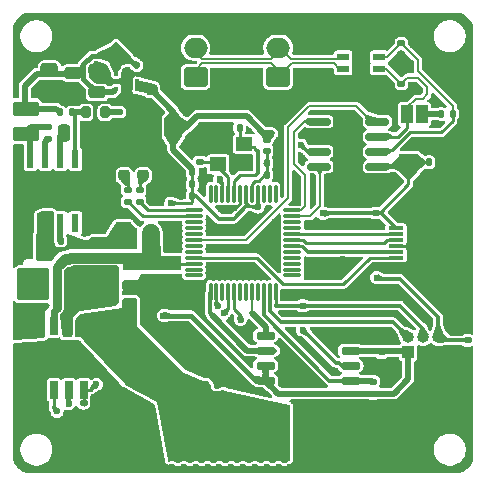
<source format=gbr>
%TF.GenerationSoftware,KiCad,Pcbnew,8.0.4*%
%TF.CreationDate,2024-12-20T14:54:41+02:00*%
%TF.ProjectId,Little Boy - External,4c697474-6c65-4204-926f-79202d204578,rev?*%
%TF.SameCoordinates,Original*%
%TF.FileFunction,Copper,L1,Top*%
%TF.FilePolarity,Positive*%
%FSLAX46Y46*%
G04 Gerber Fmt 4.6, Leading zero omitted, Abs format (unit mm)*
G04 Created by KiCad (PCBNEW 8.0.4) date 2024-12-20 14:54:41*
%MOMM*%
%LPD*%
G01*
G04 APERTURE LIST*
G04 Aperture macros list*
%AMRoundRect*
0 Rectangle with rounded corners*
0 $1 Rounding radius*
0 $2 $3 $4 $5 $6 $7 $8 $9 X,Y pos of 4 corners*
0 Add a 4 corners polygon primitive as box body*
4,1,4,$2,$3,$4,$5,$6,$7,$8,$9,$2,$3,0*
0 Add four circle primitives for the rounded corners*
1,1,$1+$1,$2,$3*
1,1,$1+$1,$4,$5*
1,1,$1+$1,$6,$7*
1,1,$1+$1,$8,$9*
0 Add four rect primitives between the rounded corners*
20,1,$1+$1,$2,$3,$4,$5,0*
20,1,$1+$1,$4,$5,$6,$7,0*
20,1,$1+$1,$6,$7,$8,$9,0*
20,1,$1+$1,$8,$9,$2,$3,0*%
%AMRotRect*
0 Rectangle, with rotation*
0 The origin of the aperture is its center*
0 $1 length*
0 $2 width*
0 $3 Rotation angle, in degrees counterclockwise*
0 Add horizontal line*
21,1,$1,$2,0,0,$3*%
G04 Aperture macros list end*
%TA.AperFunction,SMDPad,CuDef*%
%ADD10R,0.600000X1.550000*%
%TD*%
%TA.AperFunction,ComponentPad*%
%ADD11C,0.600000*%
%TD*%
%TA.AperFunction,SMDPad,CuDef*%
%ADD12R,4.900000X2.950000*%
%TD*%
%TA.AperFunction,SMDPad,CuDef*%
%ADD13RoundRect,0.250000X0.850000X-0.375000X0.850000X0.375000X-0.850000X0.375000X-0.850000X-0.375000X0*%
%TD*%
%TA.AperFunction,SMDPad,CuDef*%
%ADD14RoundRect,0.135000X0.135000X0.185000X-0.135000X0.185000X-0.135000X-0.185000X0.135000X-0.185000X0*%
%TD*%
%TA.AperFunction,SMDPad,CuDef*%
%ADD15RoundRect,0.140000X-0.140000X-0.170000X0.140000X-0.170000X0.140000X0.170000X-0.140000X0.170000X0*%
%TD*%
%TA.AperFunction,SMDPad,CuDef*%
%ADD16RoundRect,0.218750X-0.256250X0.218750X-0.256250X-0.218750X0.256250X-0.218750X0.256250X0.218750X0*%
%TD*%
%TA.AperFunction,ComponentPad*%
%ADD17RoundRect,0.250000X-1.125000X-1.125000X1.125000X-1.125000X1.125000X1.125000X-1.125000X1.125000X0*%
%TD*%
%TA.AperFunction,SMDPad,CuDef*%
%ADD18RoundRect,0.135000X0.185000X-0.135000X0.185000X0.135000X-0.185000X0.135000X-0.185000X-0.135000X0*%
%TD*%
%TA.AperFunction,SMDPad,CuDef*%
%ADD19RoundRect,0.140000X0.140000X0.170000X-0.140000X0.170000X-0.140000X-0.170000X0.140000X-0.170000X0*%
%TD*%
%TA.AperFunction,SMDPad,CuDef*%
%ADD20RoundRect,0.150000X0.650000X0.150000X-0.650000X0.150000X-0.650000X-0.150000X0.650000X-0.150000X0*%
%TD*%
%TA.AperFunction,SMDPad,CuDef*%
%ADD21R,1.500000X1.500000*%
%TD*%
%TA.AperFunction,SMDPad,CuDef*%
%ADD22RoundRect,0.250000X0.475000X-0.250000X0.475000X0.250000X-0.475000X0.250000X-0.475000X-0.250000X0*%
%TD*%
%TA.AperFunction,SMDPad,CuDef*%
%ADD23R,1.400000X1.200000*%
%TD*%
%TA.AperFunction,SMDPad,CuDef*%
%ADD24RoundRect,0.135000X-0.135000X-0.185000X0.135000X-0.185000X0.135000X0.185000X-0.135000X0.185000X0*%
%TD*%
%TA.AperFunction,SMDPad,CuDef*%
%ADD25RoundRect,0.250000X0.250000X0.475000X-0.250000X0.475000X-0.250000X-0.475000X0.250000X-0.475000X0*%
%TD*%
%TA.AperFunction,SMDPad,CuDef*%
%ADD26RoundRect,0.140000X-0.170000X0.140000X-0.170000X-0.140000X0.170000X-0.140000X0.170000X0.140000X0*%
%TD*%
%TA.AperFunction,ComponentPad*%
%ADD27RotRect,1.600000X1.600000X30.000000*%
%TD*%
%TA.AperFunction,ComponentPad*%
%ADD28C,1.600000*%
%TD*%
%TA.AperFunction,SMDPad,CuDef*%
%ADD29RoundRect,0.250000X-0.475000X0.250000X-0.475000X-0.250000X0.475000X-0.250000X0.475000X0.250000X0*%
%TD*%
%TA.AperFunction,SMDPad,CuDef*%
%ADD30RoundRect,0.093750X0.093750X0.106250X-0.093750X0.106250X-0.093750X-0.106250X0.093750X-0.106250X0*%
%TD*%
%TA.AperFunction,HeatsinkPad*%
%ADD31C,0.500000*%
%TD*%
%TA.AperFunction,HeatsinkPad*%
%ADD32R,1.000000X1.600000*%
%TD*%
%TA.AperFunction,ComponentPad*%
%ADD33R,3.000000X3.000000*%
%TD*%
%TA.AperFunction,ComponentPad*%
%ADD34C,3.000000*%
%TD*%
%TA.AperFunction,SMDPad,CuDef*%
%ADD35RoundRect,0.150000X-0.825000X-0.150000X0.825000X-0.150000X0.825000X0.150000X-0.825000X0.150000X0*%
%TD*%
%TA.AperFunction,SMDPad,CuDef*%
%ADD36R,0.650000X1.525000*%
%TD*%
%TA.AperFunction,SMDPad,CuDef*%
%ADD37R,3.400000X2.710000*%
%TD*%
%TA.AperFunction,SMDPad,CuDef*%
%ADD38RotRect,1.500000X1.500000X315.000000*%
%TD*%
%TA.AperFunction,SMDPad,CuDef*%
%ADD39RoundRect,0.140000X0.170000X-0.140000X0.170000X0.140000X-0.170000X0.140000X-0.170000X-0.140000X0*%
%TD*%
%TA.AperFunction,ComponentPad*%
%ADD40R,1.000000X1.000000*%
%TD*%
%TA.AperFunction,ComponentPad*%
%ADD41O,1.000000X1.000000*%
%TD*%
%TA.AperFunction,ComponentPad*%
%ADD42RoundRect,0.250000X0.750000X-0.600000X0.750000X0.600000X-0.750000X0.600000X-0.750000X-0.600000X0*%
%TD*%
%TA.AperFunction,ComponentPad*%
%ADD43O,2.000000X1.700000*%
%TD*%
%TA.AperFunction,SMDPad,CuDef*%
%ADD44R,5.000000X1.300000*%
%TD*%
%TA.AperFunction,SMDPad,CuDef*%
%ADD45RoundRect,0.225000X0.250000X-0.225000X0.250000X0.225000X-0.250000X0.225000X-0.250000X-0.225000X0*%
%TD*%
%TA.AperFunction,SMDPad,CuDef*%
%ADD46R,1.000000X1.500000*%
%TD*%
%TA.AperFunction,SMDPad,CuDef*%
%ADD47RoundRect,0.147500X-0.172500X0.147500X-0.172500X-0.147500X0.172500X-0.147500X0.172500X0.147500X0*%
%TD*%
%TA.AperFunction,SMDPad,CuDef*%
%ADD48R,1.300000X0.300000*%
%TD*%
%TA.AperFunction,SMDPad,CuDef*%
%ADD49R,2.200000X1.800000*%
%TD*%
%TA.AperFunction,SMDPad,CuDef*%
%ADD50RoundRect,0.075000X-0.075000X0.662500X-0.075000X-0.662500X0.075000X-0.662500X0.075000X0.662500X0*%
%TD*%
%TA.AperFunction,SMDPad,CuDef*%
%ADD51RoundRect,0.075000X-0.662500X0.075000X-0.662500X-0.075000X0.662500X-0.075000X0.662500X0.075000X0*%
%TD*%
%TA.AperFunction,SMDPad,CuDef*%
%ADD52RoundRect,0.250000X-0.250000X-0.475000X0.250000X-0.475000X0.250000X0.475000X-0.250000X0.475000X0*%
%TD*%
%TA.AperFunction,SMDPad,CuDef*%
%ADD53RoundRect,0.200000X0.200000X0.275000X-0.200000X0.275000X-0.200000X-0.275000X0.200000X-0.275000X0*%
%TD*%
%TA.AperFunction,SMDPad,CuDef*%
%ADD54R,1.050000X0.600000*%
%TD*%
%TA.AperFunction,ViaPad*%
%ADD55C,0.600000*%
%TD*%
%TA.AperFunction,Conductor*%
%ADD56C,0.254000*%
%TD*%
%TA.AperFunction,Conductor*%
%ADD57C,0.300000*%
%TD*%
%TA.AperFunction,Conductor*%
%ADD58C,0.508000*%
%TD*%
%TA.AperFunction,Conductor*%
%ADD59C,0.400000*%
%TD*%
%TA.AperFunction,Conductor*%
%ADD60C,0.200000*%
%TD*%
%TA.AperFunction,Conductor*%
%ADD61C,0.500000*%
%TD*%
%TA.AperFunction,Conductor*%
%ADD62C,0.350000*%
%TD*%
%TA.AperFunction,Conductor*%
%ADD63C,0.900000*%
%TD*%
%TA.AperFunction,Conductor*%
%ADD64C,0.750000*%
%TD*%
%TA.AperFunction,Conductor*%
%ADD65C,0.600000*%
%TD*%
%TA.AperFunction,Conductor*%
%ADD66C,1.500000*%
%TD*%
%TA.AperFunction,Conductor*%
%ADD67C,0.250000*%
%TD*%
G04 APERTURE END LIST*
D10*
%TO.P,U2,1,GND*%
%TO.N,GND*%
X124994999Y-61300001D03*
%TO.P,U2,2,VIN*%
%TO.N,+12V*%
X126265000Y-61300000D03*
%TO.P,U2,3,EN*%
%TO.N,Net-(U2-EN)*%
X127535000Y-61300000D03*
%TO.P,U2,4,PG*%
%TO.N,unconnected-(U2-PG-Pad4)*%
X128805000Y-61299999D03*
%TO.P,U2,5,FB*%
%TO.N,Net-(U2-FB)*%
X128805001Y-55899999D03*
%TO.P,U2,6,VCC*%
%TO.N,Net-(U2-VCC)*%
X127535000Y-55900000D03*
%TO.P,U2,7,BOOT*%
%TO.N,Net-(U2-BOOT)*%
X126265000Y-55900000D03*
%TO.P,U2,8,SW*%
%TO.N,Net-(U2-SW)*%
X124995000Y-55900001D03*
D11*
%TO.P,U2,9,GND*%
%TO.N,GND*%
X128850001Y-59250001D03*
X126250000Y-59250000D03*
X127550000Y-59250000D03*
X124949998Y-59249999D03*
D12*
X126900000Y-58600000D03*
D11*
X128850002Y-57950001D03*
X126250000Y-57950000D03*
X127550000Y-57950000D03*
X124949999Y-57949999D03*
%TD*%
D13*
%TO.P,L2,1,1*%
%TO.N,Net-(U2-SW)*%
X124624999Y-53775000D03*
%TO.P,L2,2,2*%
%TO.N,+5V*%
X124625001Y-51625000D03*
%TD*%
D14*
%TO.P,R5,1*%
%TO.N,Net-(U2-FB)*%
X128510001Y-51950000D03*
%TO.P,R5,2*%
%TO.N,+5V*%
X127490001Y-51949998D03*
%TD*%
D15*
%TO.P,C2,1*%
%TO.N,+3.3VA*%
X145000000Y-56250000D03*
%TO.P,C2,2*%
%TO.N,GND*%
X145960000Y-56250000D03*
%TD*%
D16*
%TO.P,D1,1*%
%TO.N,GND*%
X134549999Y-55712498D03*
%TO.P,D1,2*%
%TO.N,Net-(D1-Pad2)*%
X134550001Y-57287502D03*
%TD*%
D17*
%TO.P,J11,1,Pin_1*%
%TO.N,Net-(J11-Pin_1)*%
X129500000Y-66500000D03*
%TD*%
D18*
%TO.P,R7,1*%
%TO.N,GND*%
X132499999Y-52950000D03*
%TO.P,R7,2*%
%TO.N,Net-(R6-Pad1)*%
X132500001Y-51930000D03*
%TD*%
D19*
%TO.P,C6,1*%
%TO.N,+3V3*%
X138709999Y-58029998D03*
%TO.P,C6,2*%
%TO.N,GND*%
X137749999Y-58029998D03*
%TD*%
%TO.P,C13,1*%
%TO.N,GND*%
X140819411Y-75000000D03*
%TO.P,C13,2*%
%TO.N,+12V*%
X139859411Y-75000000D03*
%TD*%
D20*
%TO.P,U6,1,~{CS}*%
%TO.N,FLASH_CS*%
X152099998Y-74655000D03*
%TO.P,U6,2,DO(IO1)*%
%TO.N,FLASH_MISO*%
X152100000Y-73385000D03*
%TO.P,U6,3,IO2*%
%TO.N,+3V3*%
X152100000Y-72115000D03*
%TO.P,U6,4,GND*%
%TO.N,GND*%
X152100001Y-70845001D03*
%TO.P,U6,5,DI(IO0)*%
%TO.N,FLASH_MOSI*%
X144900002Y-70845000D03*
%TO.P,U6,6,CLK*%
%TO.N,FLASH_CLK*%
X144900000Y-72115000D03*
%TO.P,U6,7,IO3*%
%TO.N,+3V3*%
X144900000Y-73385000D03*
%TO.P,U6,8,VCC*%
X144899999Y-74654999D03*
%TD*%
D21*
%TO.P,J1,1,Pin_1*%
%TO.N,+3V3*%
X137100000Y-53200000D03*
%TD*%
D22*
%TO.P,C21,1*%
%TO.N,+5V*%
X130637497Y-50259178D03*
%TO.P,C21,2*%
%TO.N,GND*%
X130637497Y-48359178D03*
%TD*%
D23*
%TO.P,Y1,1,1*%
%TO.N,Net-(U1-PF1)*%
X140900000Y-56350000D03*
%TO.P,Y1,2,2*%
%TO.N,GND*%
X143100001Y-56349999D03*
%TO.P,Y1,3,3*%
%TO.N,Net-(U1-PF0)*%
X143100000Y-54650000D03*
%TO.P,Y1,4,4*%
%TO.N,GND*%
X140899999Y-54650001D03*
%TD*%
D24*
%TO.P,R12,1*%
%TO.N,Net-(U2-EN)*%
X127590000Y-62850000D03*
%TO.P,R12,2*%
%TO.N,+12V*%
X128610000Y-62850000D03*
%TD*%
D25*
%TO.P,C15,1*%
%TO.N,+12V*%
X126200000Y-63449999D03*
%TO.P,C15,2*%
%TO.N,GND*%
X124300000Y-63449999D03*
%TD*%
D26*
%TO.P,C25,1*%
%TO.N,+3V3*%
X154750000Y-72270000D03*
%TO.P,C25,2*%
%TO.N,GND*%
X154750000Y-73230000D03*
%TD*%
D27*
%TO.P,C8,1*%
%TO.N,+12V*%
X134468912Y-72749999D03*
D28*
%TO.P,C8,2*%
%TO.N,GND*%
X137500000Y-71000000D03*
%TD*%
D19*
%TO.P,C7,1*%
%TO.N,+3V3*%
X138709997Y-57029997D03*
%TO.P,C7,2*%
%TO.N,GND*%
X137749997Y-57029997D03*
%TD*%
D21*
%TO.P,J2,1,Pin_1*%
%TO.N,+3V3*%
X157000447Y-56207499D03*
%TD*%
D29*
%TO.P,C20,1*%
%TO.N,+5V*%
X126600000Y-48300000D03*
%TO.P,C20,2*%
%TO.N,GND*%
X126600000Y-50200000D03*
%TD*%
D30*
%TO.P,U4,1,OUT*%
%TO.N,+3V3*%
X134025001Y-49959177D03*
%TO.P,U4,2,SNS*%
X134025001Y-49309177D03*
%TO.P,U4,3,GND*%
%TO.N,GND*%
X134025001Y-48659177D03*
%TO.P,U4,4,EN*%
%TO.N,+5V*%
X132250001Y-48659177D03*
%TO.P,U4,5,GND*%
%TO.N,GND*%
X132250001Y-49309177D03*
%TO.P,U4,6,IN*%
%TO.N,+5V*%
X132250001Y-49959177D03*
D31*
%TO.P,U4,7,PAD*%
%TO.N,GND*%
X133137501Y-49859176D03*
D32*
X133137501Y-49309177D03*
D31*
X133137501Y-48759178D03*
%TD*%
D33*
%TO.P,J9,1,Pin_1*%
%TO.N,GND*%
X150249999Y-79250002D03*
D34*
%TO.P,J9,2,Pin_2*%
%TO.N,+12V*%
X145249999Y-79250002D03*
%TD*%
D35*
%TO.P,U3,1,TXD*%
%TO.N,RP_TX*%
X149425001Y-52744999D03*
%TO.P,U3,2,GND*%
%TO.N,GND*%
X149425000Y-54015000D03*
%TO.P,U3,3,VCC*%
%TO.N,+5V*%
X149425000Y-55285000D03*
%TO.P,U3,4,RXD*%
%TO.N,RP_RX*%
X149425002Y-56555002D03*
%TO.P,U3,5,VIO*%
%TO.N,+3V3*%
X154374999Y-56555001D03*
%TO.P,U3,6,CANL*%
%TO.N,CAN_L*%
X154375000Y-55285000D03*
%TO.P,U3,7,CANH*%
%TO.N,CAN_H*%
X154375000Y-54015000D03*
%TO.P,U3,8,S*%
%TO.N,CAN_SILENT*%
X154374998Y-52744998D03*
%TD*%
D29*
%TO.P,C19,1*%
%TO.N,+5V*%
X128600000Y-48600000D03*
%TO.P,C19,2*%
%TO.N,GND*%
X128600000Y-50500000D03*
%TD*%
D36*
%TO.P,U7,1,GND*%
%TO.N,GND*%
X125690002Y-75424002D03*
%TO.P,U7,2,IN2*%
%TO.N,DRV_IN2*%
X126960001Y-75424001D03*
%TO.P,U7,3,IN1*%
%TO.N,DRV_IN1*%
X128230001Y-75424001D03*
%TO.P,U7,4,VREF*%
%TO.N,+3V3*%
X129500003Y-75424002D03*
%TO.P,U7,5,VM*%
%TO.N,+12V*%
X129500000Y-70000000D03*
%TO.P,U7,6,OUT1*%
%TO.N,Net-(J11-Pin_1)*%
X128230001Y-70000001D03*
%TO.P,U7,7,ISEN*%
%TO.N,ISEN*%
X126960001Y-70000001D03*
%TO.P,U7,8,OUT2*%
%TO.N,Net-(J10-Pin_1)*%
X125689999Y-70000000D03*
D37*
%TO.P,U7,9,THERMAL_PAD*%
%TO.N,GND*%
X127595001Y-72712001D03*
%TD*%
D18*
%TO.P,R11,1*%
%TO.N,+3V3*%
X153999999Y-75760000D03*
%TO.P,R11,2*%
%TO.N,FLASH_CS*%
X154000001Y-74740000D03*
%TD*%
D38*
%TO.P,J12,1,Pin_1*%
%TO.N,+5V*%
X132250000Y-47000000D03*
%TD*%
D16*
%TO.P,D2,1*%
%TO.N,GND*%
X132949999Y-55712495D03*
%TO.P,D2,2*%
%TO.N,Net-(D2-Pad2)*%
X132950001Y-57287499D03*
%TD*%
D39*
%TO.P,C27,1*%
%TO.N,CAN_H*%
X156400000Y-49508237D03*
%TO.P,C27,2*%
%TO.N,GND*%
X156400000Y-48548237D03*
%TD*%
D40*
%TO.P,SWD,1,Pin_1*%
%TO.N,+3V3*%
X156979999Y-72250000D03*
D41*
%TO.P,SWD,2,Pin_2*%
%TO.N,SWDIO*%
X156979999Y-70979999D03*
%TO.P,SWD,3,Pin_3*%
%TO.N,GND*%
X158250000Y-72250000D03*
%TO.P,SWD,4,Pin_4*%
%TO.N,SWCLK*%
X158249999Y-70980002D03*
%TO.P,SWD,5,Pin_5*%
%TO.N,GND*%
X159520000Y-72250001D03*
%TO.P,SWD,6,Pin_6*%
%TO.N,NRST*%
X159519998Y-70980000D03*
%TD*%
D33*
%TO.P,J8,1,Pin_1*%
%TO.N,GND*%
X133250000Y-79250000D03*
D34*
%TO.P,J8,2,Pin_2*%
%TO.N,+12V*%
X138250000Y-79250000D03*
%TD*%
D42*
%TO.P,J13,1,Pin_1*%
%TO.N,Net-(J13-Pin_1)*%
X138972499Y-48955001D03*
D43*
%TO.P,J13,2,Pin_2*%
%TO.N,Net-(J13-Pin_2)*%
X138972500Y-46455001D03*
%TD*%
D19*
%TO.P,C5,1*%
%TO.N,+3V3*%
X138710000Y-59000000D03*
%TO.P,C5,2*%
%TO.N,GND*%
X137750000Y-59000000D03*
%TD*%
D17*
%TO.P,J10,2*%
%TO.N,N/C*%
X125250000Y-66500000D03*
%TD*%
D42*
%TO.P,J14,1,Pin_1*%
%TO.N,Net-(J13-Pin_1)*%
X145972498Y-48955001D03*
D43*
%TO.P,J14,2,Pin_2*%
%TO.N,Net-(J13-Pin_2)*%
X145972497Y-46455001D03*
%TD*%
D39*
%TO.P,C9,1*%
%TO.N,+3V3*%
X154250000Y-60480000D03*
%TO.P,C9,2*%
%TO.N,GND*%
X154250000Y-59520000D03*
%TD*%
D21*
%TO.P,J17,1,Pin_1*%
%TO.N,ISEN*%
X135250000Y-64000000D03*
%TD*%
D44*
%TO.P,R4,1,1*%
%TO.N,ISEN*%
X135250000Y-64725001D03*
%TO.P,R4,2,2*%
%TO.N,GND*%
X135250002Y-66774999D03*
%TD*%
D18*
%TO.P,R2,1*%
%TO.N,Net-(U1-PA2)*%
X134249999Y-59509998D03*
%TO.P,R2,2*%
%TO.N,Net-(D1-Pad2)*%
X134250001Y-58489998D03*
%TD*%
D45*
%TO.P,C22,1*%
%TO.N,+3V3*%
X135250000Y-50025000D03*
%TO.P,C22,2*%
%TO.N,GND*%
X135250000Y-48475000D03*
%TD*%
D15*
%TO.P,C4,1*%
%TO.N,+3.3VA*%
X145020000Y-57250000D03*
%TO.P,C4,2*%
%TO.N,GND*%
X145980000Y-57250000D03*
%TD*%
D46*
%TO.P,JP1,1,A*%
%TO.N,Net-(JP1-A)*%
X158170448Y-52080002D03*
%TO.P,JP1,2,B*%
%TO.N,CAN_H*%
X156870448Y-52080002D03*
%TD*%
D39*
%TO.P,C26,1*%
%TO.N,GND*%
X156400003Y-47028237D03*
%TO.P,C26,2*%
%TO.N,CAN_L*%
X156400003Y-46068237D03*
%TD*%
%TO.P,C12,1*%
%TO.N,GND*%
X129500000Y-77500000D03*
%TO.P,C12,2*%
%TO.N,+3V3*%
X129500000Y-76540000D03*
%TD*%
D15*
%TO.P,C17,1*%
%TO.N,+3V3*%
X158720448Y-56157502D03*
%TO.P,C17,2*%
%TO.N,GND*%
X159680448Y-56157502D03*
%TD*%
D47*
%TO.P,L1,1,1*%
%TO.N,+3V3*%
X145000000Y-54250000D03*
%TO.P,L1,2,2*%
%TO.N,+3.3VA*%
X145000000Y-55219996D03*
%TD*%
D15*
%TO.P,R8,1*%
%TO.N,Net-(JP1-A)*%
X159790449Y-52080002D03*
%TO.P,R8,2*%
%TO.N,CAN_L*%
X160750449Y-52080002D03*
%TD*%
D39*
%TO.P,C10,1*%
%TO.N,GND*%
X162004999Y-72210000D03*
%TO.P,C10,2*%
%TO.N,NRST*%
X162004999Y-71250000D03*
%TD*%
D48*
%TO.P,J5,1,Pin_1*%
%TO.N,MAG_CS*%
X155950000Y-64250000D03*
%TO.P,J5,2,Pin_2*%
%TO.N,SCK*%
X155950001Y-63750000D03*
%TO.P,J5,3,Pin_3*%
%TO.N,GND*%
X155949998Y-63249999D03*
%TO.P,J5,4,Pin_4*%
%TO.N,MISO*%
X155950000Y-62750001D03*
%TO.P,J5,5,Pin_5*%
%TO.N,MOSI*%
X155949999Y-62249999D03*
%TO.P,J5,6,Pin_6*%
%TO.N,+3V3*%
X155950000Y-61750000D03*
D49*
%TO.P,J5,MP,MountPin*%
%TO.N,GND*%
X159200000Y-66150000D03*
X159200002Y-59849999D03*
%TD*%
D39*
%TO.P,C18,1*%
%TO.N,Net-(U2-BOOT)*%
X126500000Y-54180001D03*
%TO.P,C18,2*%
%TO.N,Net-(U2-SW)*%
X126500000Y-53220001D03*
%TD*%
D18*
%TO.P,R1,1*%
%TO.N,SWCLK*%
X148049999Y-68310000D03*
%TO.P,R1,2*%
%TO.N,GND*%
X148050001Y-67290000D03*
%TD*%
D50*
%TO.P,U1,1,PC13*%
%TO.N,unconnected-(U1-PC13-Pad1)*%
X145749999Y-58837499D03*
%TO.P,U1,2,PC14*%
%TO.N,unconnected-(U1-PC14-Pad2)*%
X145249999Y-58837500D03*
%TO.P,U1,3,PC15*%
%TO.N,unconnected-(U1-PC15-Pad3)*%
X144749997Y-58837498D03*
%TO.P,U1,4,VBAT*%
%TO.N,+3V3*%
X144250002Y-58837501D03*
%TO.P,U1,5,VREF+*%
%TO.N,+3.3VA*%
X143750000Y-58837500D03*
%TO.P,U1,6,VDD*%
%TO.N,+3V3*%
X143249999Y-58837498D03*
%TO.P,U1,7,VSS*%
%TO.N,GND*%
X142750000Y-58837500D03*
%TO.P,U1,8,PF0*%
%TO.N,Net-(U1-PF0)*%
X142250000Y-58837500D03*
%TO.P,U1,9,PF1*%
%TO.N,Net-(U1-PF1)*%
X141750000Y-58837502D03*
%TO.P,U1,10,PF2*%
%TO.N,NRST*%
X141250000Y-58837501D03*
%TO.P,U1,11,PA0*%
%TO.N,unconnected-(U1-PA0-Pad11)*%
X140750000Y-58837502D03*
%TO.P,U1,12,PA1*%
%TO.N,unconnected-(U1-PA1-Pad12)*%
X140250001Y-58837499D03*
D51*
%TO.P,U1,13,PA2*%
%TO.N,Net-(U1-PA2)*%
X138837499Y-60250001D03*
%TO.P,U1,14,PA3*%
%TO.N,Net-(U1-PA3)*%
X138837500Y-60750001D03*
%TO.P,U1,15,PA4*%
%TO.N,unconnected-(U1-PA4-Pad15)*%
X138837498Y-61250003D03*
%TO.P,U1,16,PA5*%
%TO.N,unconnected-(U1-PA5-Pad16)*%
X138837501Y-61749998D03*
%TO.P,U1,17,PA6*%
%TO.N,unconnected-(U1-PA6-Pad17)*%
X138837500Y-62250000D03*
%TO.P,U1,18,PA7*%
%TO.N,CAN_SILENT*%
X138837498Y-62750001D03*
%TO.P,U1,19,PB0*%
%TO.N,unconnected-(U1-PB0-Pad19)*%
X138837500Y-63250000D03*
%TO.P,U1,20,PB1*%
%TO.N,unconnected-(U1-PB1-Pad20)*%
X138837500Y-63750000D03*
%TO.P,U1,21,PB2*%
%TO.N,MAG_CS*%
X138837502Y-64250000D03*
%TO.P,U1,22,PB10*%
%TO.N,ISEN*%
X138837501Y-64750000D03*
%TO.P,U1,23,PB11*%
%TO.N,unconnected-(U1-PB11-Pad23)*%
X138837502Y-65250000D03*
%TO.P,U1,24,PB12*%
%TO.N,unconnected-(U1-PB12-Pad24)*%
X138837499Y-65749999D03*
D50*
%TO.P,U1,25,PB13*%
%TO.N,FLASH_CLK*%
X140250001Y-67162501D03*
%TO.P,U1,26,PB14*%
%TO.N,FLASH_MISO*%
X140750001Y-67162500D03*
%TO.P,U1,27,PB15*%
%TO.N,unconnected-(U1-PB15-Pad27)*%
X141250003Y-67162502D03*
%TO.P,U1,28,PA8*%
%TO.N,DRV_IN1*%
X141749998Y-67162499D03*
%TO.P,U1,29,PA9/UCPD1_DBCC1*%
%TO.N,DRV_IN2*%
X142250000Y-67162500D03*
%TO.P,U1,30,PC6*%
%TO.N,unconnected-(U1-PC6-Pad30)*%
X142750001Y-67162502D03*
%TO.P,U1,31,PC7*%
%TO.N,unconnected-(U1-PC7-Pad31)*%
X143250000Y-67162500D03*
%TO.P,U1,32,PA10/UCPD1_DBCC2*%
%TO.N,FLASH_MOSI*%
X143750000Y-67162500D03*
%TO.P,U1,33,PA11/PA9*%
%TO.N,unconnected-(U1-PA11{slash}PA9-Pad33)*%
X144250000Y-67162498D03*
%TO.P,U1,34,PA12/PA10*%
%TO.N,FLASH_CS*%
X144750000Y-67162499D03*
%TO.P,U1,35,PA13*%
%TO.N,SWDIO*%
X145250000Y-67162498D03*
%TO.P,U1,36,PA14*%
%TO.N,SWCLK*%
X145749999Y-67162501D03*
D51*
%TO.P,U1,37,PA15*%
%TO.N,unconnected-(U1-PA15-Pad37)*%
X147162501Y-65749999D03*
%TO.P,U1,38,PD0*%
%TO.N,unconnected-(U1-PD0-Pad38)*%
X147162500Y-65249999D03*
%TO.P,U1,39,PD1*%
%TO.N,unconnected-(U1-PD1-Pad39)*%
X147162502Y-64749997D03*
%TO.P,U1,40,PD2*%
%TO.N,unconnected-(U1-PD2-Pad40)*%
X147162499Y-64250002D03*
%TO.P,U1,41,PD3*%
%TO.N,unconnected-(U1-PD3-Pad41)*%
X147162500Y-63750000D03*
%TO.P,U1,42,PB3*%
%TO.N,SCK*%
X147162502Y-63249999D03*
%TO.P,U1,43,PB4*%
%TO.N,MISO*%
X147162500Y-62750000D03*
%TO.P,U1,44,PB5*%
%TO.N,MOSI*%
X147162500Y-62250000D03*
%TO.P,U1,45,PB6*%
%TO.N,unconnected-(U1-PB6-Pad45)*%
X147162498Y-61750000D03*
%TO.P,U1,46,PB7*%
%TO.N,unconnected-(U1-PB7-Pad46)*%
X147162499Y-61250000D03*
%TO.P,U1,47,PB8*%
%TO.N,RP_RX*%
X147162498Y-60750000D03*
%TO.P,U1,48,PB9*%
%TO.N,RP_TX*%
X147162501Y-60250001D03*
%TD*%
D18*
%TO.P,R3,1*%
%TO.N,Net-(U1-PA3)*%
X133249999Y-59509998D03*
%TO.P,R3,2*%
%TO.N,Net-(D2-Pad2)*%
X133250001Y-58489998D03*
%TD*%
D22*
%TO.P,C14,1*%
%TO.N,+12V*%
X130750000Y-63000000D03*
%TO.P,C14,2*%
%TO.N,GND*%
X130750000Y-61100000D03*
%TD*%
D52*
%TO.P,C16,1*%
%TO.N,Net-(U2-VCC)*%
X127800000Y-53700000D03*
%TO.P,C16,2*%
%TO.N,GND*%
X129700000Y-53700000D03*
%TD*%
D19*
%TO.P,C1,1*%
%TO.N,Net-(U1-PF0)*%
X142710000Y-53250000D03*
%TO.P,C1,2*%
%TO.N,GND*%
X141750000Y-53250000D03*
%TD*%
D53*
%TO.P,R6,1*%
%TO.N,Net-(R6-Pad1)*%
X131325000Y-51950000D03*
%TO.P,R6,2*%
%TO.N,Net-(U2-FB)*%
X129675000Y-51950000D03*
%TD*%
D54*
%TO.P,FL1,1,1*%
%TO.N,CAN_L*%
X151475000Y-47250000D03*
%TO.P,FL1,2,2*%
%TO.N,CAN_H*%
X151475000Y-48250000D03*
%TO.P,FL1,3,3*%
%TO.N,Net-(J13-Pin_1)*%
X154525000Y-48250000D03*
%TO.P,FL1,4,4*%
%TO.N,Net-(J13-Pin_2)*%
X154525000Y-47250000D03*
%TD*%
D39*
%TO.P,C3,1*%
%TO.N,Net-(U1-PF1)*%
X139350000Y-56130000D03*
%TO.P,C3,2*%
%TO.N,GND*%
X139350000Y-55170000D03*
%TD*%
D55*
%TO.N,GND*%
X151500000Y-64400000D03*
X139000000Y-44000000D03*
X156100000Y-73250000D03*
X129000000Y-82000000D03*
X146500000Y-50400000D03*
X162000000Y-52000000D03*
X143500000Y-71000000D03*
X140000000Y-82000000D03*
X162000000Y-48000000D03*
X124000000Y-47000000D03*
X136000000Y-44000000D03*
X125500000Y-50300000D03*
X142000000Y-44000000D03*
X131560000Y-75360000D03*
X124000000Y-76000000D03*
X161800000Y-44200000D03*
X142109258Y-55656780D03*
X132000000Y-44000000D03*
X128906496Y-72421752D03*
X141980921Y-69532367D03*
X152930000Y-53590000D03*
X128450000Y-47450000D03*
X153500000Y-70850000D03*
X162000000Y-64000000D03*
X147000000Y-44000000D03*
X152750000Y-55050000D03*
X155000000Y-44000000D03*
X148500000Y-65750000D03*
X136000000Y-82000000D03*
X162004999Y-73000000D03*
X126250000Y-73750000D03*
X133060000Y-53470000D03*
X155200000Y-49200000D03*
X162000000Y-74000000D03*
X157400000Y-46200000D03*
X149000000Y-44000000D03*
X145000000Y-44000000D03*
X127000000Y-82000000D03*
X124000000Y-56000000D03*
X139500000Y-57500000D03*
X159000000Y-82000000D03*
X155400000Y-50800000D03*
X160450000Y-70200000D03*
X143550000Y-69900000D03*
X148500000Y-61400000D03*
X130250000Y-74250000D03*
X141000000Y-44000000D03*
X154950000Y-74900000D03*
X154000000Y-82000000D03*
X144000000Y-82000000D03*
X149800000Y-61450000D03*
X138200000Y-67400000D03*
X146750000Y-69000000D03*
X162000000Y-76000000D03*
X145100000Y-52250000D03*
X152800000Y-56350000D03*
X154000000Y-44000000D03*
X162000000Y-67000000D03*
X151000000Y-82000000D03*
X153607712Y-66333822D03*
X135600000Y-51600000D03*
X152000000Y-44000000D03*
X135350000Y-47650000D03*
X157200000Y-47800000D03*
X144400000Y-49050000D03*
X128550000Y-49650000D03*
X128000000Y-82000000D03*
X130000000Y-82000000D03*
X138000000Y-44000000D03*
X129000000Y-44000000D03*
X137150000Y-49050000D03*
X124000000Y-58000000D03*
X134726644Y-76786644D03*
X158000000Y-44000000D03*
X124000000Y-49000000D03*
X150650000Y-73800000D03*
X162000000Y-56000000D03*
X132000000Y-82000000D03*
X159500000Y-53000000D03*
X130340000Y-76796000D03*
X159000000Y-79000000D03*
X147000000Y-82000000D03*
X132600000Y-50950000D03*
X136250000Y-54850000D03*
X149500000Y-70650000D03*
X154450000Y-61500000D03*
X155600000Y-70600000D03*
X128250000Y-73750000D03*
X148925449Y-59520000D03*
X144750000Y-65850000D03*
X140200000Y-64950000D03*
X146000000Y-44000000D03*
X139250000Y-54250000D03*
X130850000Y-53000000D03*
X130100000Y-60050000D03*
X162000000Y-61000000D03*
X147910000Y-55770000D03*
X127250000Y-72750000D03*
X159000000Y-47000000D03*
X162000000Y-51000000D03*
X159250000Y-64750000D03*
X156000000Y-44000000D03*
X135000000Y-82000000D03*
X162000000Y-78000000D03*
X162000000Y-62000000D03*
X156850000Y-69850000D03*
X162000000Y-55000000D03*
X126750000Y-73250000D03*
X127250000Y-73750000D03*
X143550000Y-72950000D03*
X140000000Y-44000000D03*
X132050000Y-58550000D03*
X147430000Y-59370000D03*
X155399999Y-45980001D03*
X148000000Y-44000000D03*
X145800000Y-64750000D03*
X152800000Y-76650000D03*
X157000000Y-82000000D03*
X137250000Y-46400000D03*
X137100000Y-58700000D03*
X137350000Y-63400000D03*
X127750000Y-72250000D03*
X145960000Y-55040000D03*
X143000000Y-44000000D03*
X161800000Y-81800000D03*
X151000000Y-53640000D03*
X127000000Y-47000000D03*
X137000000Y-57050000D03*
X129500000Y-78250000D03*
X143500000Y-53500000D03*
X146900000Y-67450000D03*
X124000000Y-59000000D03*
X139550000Y-68250000D03*
X124000000Y-57000000D03*
X138000000Y-82000000D03*
X126250000Y-72750000D03*
X148000000Y-82000000D03*
X141000000Y-82000000D03*
X146000000Y-82000000D03*
X126750000Y-72250000D03*
X157050000Y-75800000D03*
X127000000Y-44000000D03*
X154000000Y-67650000D03*
X162000000Y-70000000D03*
X162000000Y-59000000D03*
X134000000Y-44000000D03*
X149000000Y-82000000D03*
X146250000Y-71550000D03*
X162000000Y-57000000D03*
X131000000Y-82000000D03*
X162000000Y-77000000D03*
X141100000Y-60100000D03*
X144000000Y-44000000D03*
X151800000Y-61200000D03*
X130550000Y-78050000D03*
X137000000Y-44000000D03*
X158700000Y-69550000D03*
X135000000Y-44000000D03*
X124000000Y-60000000D03*
X137000000Y-58050000D03*
X157600000Y-54600000D03*
X128250000Y-72750000D03*
X162000000Y-79000000D03*
X162000000Y-75000000D03*
X133000000Y-82000000D03*
X124000000Y-62250000D03*
X137400000Y-61500000D03*
X159250000Y-61250000D03*
X127250000Y-71750000D03*
X144350000Y-46300000D03*
X149550000Y-74950000D03*
X155750000Y-57250000D03*
X143750000Y-60850000D03*
X145000000Y-82000000D03*
X124200000Y-81800000D03*
X141790000Y-73400000D03*
X140300000Y-63500000D03*
X162000000Y-47000000D03*
X151750000Y-67250000D03*
X137450000Y-68100000D03*
X162000000Y-53000000D03*
X151000000Y-55000000D03*
X159500000Y-51100000D03*
X133000000Y-54650000D03*
X124000000Y-73000000D03*
X156400000Y-45200000D03*
X124000000Y-77000000D03*
X143000000Y-82000000D03*
X155000000Y-82000000D03*
X138000000Y-51400000D03*
X140800000Y-46300000D03*
X126994049Y-78981861D03*
X124000000Y-48000000D03*
X156000000Y-82000000D03*
X153600000Y-73000000D03*
X150410000Y-57350000D03*
X162000000Y-60000000D03*
X125500000Y-76750000D03*
X128000000Y-44000000D03*
X142000000Y-82000000D03*
X124000000Y-75000000D03*
X133949692Y-81989056D03*
X124000000Y-55000000D03*
X140150000Y-57550000D03*
X162000000Y-49000000D03*
X151000000Y-56250000D03*
X158000000Y-82000000D03*
X155950000Y-66800000D03*
X162000000Y-58000000D03*
X155850000Y-65050000D03*
X152000000Y-82000000D03*
X162000000Y-69000000D03*
X147440000Y-57350000D03*
X138200000Y-66550000D03*
X135050000Y-59050000D03*
X126250000Y-71750000D03*
X162000000Y-68000000D03*
X124000000Y-78000000D03*
X124000000Y-74000000D03*
X154250000Y-58700000D03*
X145700000Y-61250000D03*
X159000000Y-44000000D03*
X143100000Y-75000000D03*
X124000000Y-61000000D03*
X151000000Y-52250000D03*
X156400000Y-50400000D03*
X157250000Y-63250000D03*
X162000000Y-63000000D03*
X124200000Y-44200000D03*
X153000000Y-82000000D03*
X124000000Y-79000000D03*
X140650000Y-49050000D03*
X140250000Y-61600000D03*
X151000000Y-44000000D03*
X155800000Y-47800000D03*
X157000000Y-44000000D03*
X162000000Y-54000000D03*
X140800000Y-74250000D03*
X133000000Y-44000000D03*
X127750000Y-73250000D03*
X162000000Y-50000000D03*
X155490000Y-67620000D03*
X124000000Y-72000000D03*
X128250000Y-71750000D03*
X146400000Y-74850000D03*
X133300000Y-60600000D03*
X129700000Y-55000000D03*
X162000000Y-66000000D03*
X147800000Y-71150000D03*
X128750000Y-73250000D03*
X131500000Y-49250000D03*
X139000000Y-82000000D03*
X150000000Y-82000000D03*
X150600000Y-59700000D03*
X150000000Y-44000000D03*
X140750000Y-53500000D03*
X153600000Y-50600000D03*
X153000000Y-44000000D03*
X134550000Y-54650000D03*
X137000000Y-82000000D03*
X131000000Y-44000000D03*
X130000000Y-44000000D03*
X162000000Y-65000000D03*
X154283911Y-65127865D03*
%TO.N,+3V3*%
X149750000Y-60500000D03*
X136250000Y-69156714D03*
X136887000Y-59623001D03*
X130588081Y-74975056D03*
X144259953Y-59959952D03*
%TO.N,NRST*%
X141013288Y-57600000D03*
X154297000Y-65927761D03*
%TO.N,+12V*%
X132250000Y-70250000D03*
X133500000Y-63000000D03*
X132750000Y-62250000D03*
X133000000Y-70500000D03*
X132750000Y-63000000D03*
X133000000Y-71250000D03*
X131500000Y-69500000D03*
X130750000Y-70250000D03*
X132000000Y-62250000D03*
X131500000Y-70250000D03*
X132000000Y-63000000D03*
X133498327Y-62237619D03*
X132250000Y-69500000D03*
X132750000Y-61500000D03*
X133000000Y-69750000D03*
%TO.N,Net-(J10-Pin_1)*%
X124000000Y-69500000D03*
X124700000Y-69500000D03*
X125250000Y-68750000D03*
X126000000Y-68750000D03*
X124000000Y-68750000D03*
%TO.N,+5V*%
X134007034Y-47959178D03*
X147900000Y-54700000D03*
%TO.N,DRV_IN2*%
X127250000Y-77250000D03*
X142800000Y-69500000D03*
%TO.N,ISEN*%
X135200000Y-62150000D03*
%TO.N,DRV_IN1*%
X141406642Y-68956645D03*
X128250000Y-76623000D03*
%TO.N,Net-(J11-Pin_1)*%
X132250000Y-67750000D03*
X132250000Y-67000000D03*
X131500000Y-67000000D03*
X132250000Y-66250000D03*
X131500000Y-66250000D03*
X131500000Y-65500000D03*
X132250000Y-65500000D03*
X131500000Y-67750000D03*
%TO.N,FLASH_MISO*%
X148052983Y-70391051D03*
X140850001Y-68299388D03*
%TD*%
D56*
%TO.N,GND*%
X157000000Y-63249999D02*
X156999999Y-63249999D01*
X142109258Y-55656780D02*
X141102479Y-54650001D01*
D57*
X160020000Y-72250001D02*
X161714998Y-72250001D01*
D56*
X142109258Y-55656780D02*
X142802477Y-56349999D01*
X142802477Y-56349999D02*
X143100001Y-56349999D01*
X140750000Y-53500000D02*
X141000000Y-53250000D01*
X145730000Y-56270000D02*
X145710000Y-56250000D01*
X142750000Y-59645592D02*
X142750000Y-58837500D01*
X125690002Y-76559998D02*
X125500000Y-76750000D01*
X145980000Y-57250000D02*
X145980000Y-56270000D01*
X132250000Y-49309178D02*
X132587502Y-49309178D01*
X157250000Y-63250000D02*
X157000000Y-63249999D01*
D58*
X125050000Y-61355001D02*
X124994999Y-61300000D01*
D59*
X134025000Y-48659176D02*
X134959995Y-48659177D01*
D56*
X141100000Y-60100000D02*
X142295592Y-60100000D01*
X142295592Y-60100000D02*
X142750000Y-59645592D01*
X130750000Y-51250000D02*
X130913822Y-51086178D01*
X156999998Y-63249999D02*
X157250000Y-63250000D01*
X130913822Y-51086178D02*
X131500000Y-51086178D01*
X131663822Y-51086178D02*
X131750000Y-51000000D01*
X132587502Y-49309178D02*
X133137498Y-48759178D01*
D58*
X124995000Y-59295002D02*
X124949999Y-59250000D01*
X124994999Y-61300000D02*
X124995000Y-59295002D01*
D56*
X132587502Y-49309178D02*
X133137499Y-49859177D01*
X139350000Y-54350000D02*
X139250000Y-54250000D01*
X145960000Y-56250000D02*
X145960000Y-55040000D01*
D60*
X129500000Y-77500000D02*
X129500000Y-78250000D01*
D56*
X139350000Y-55170000D02*
X139350000Y-54350000D01*
X141000000Y-53250000D02*
X141750000Y-53250000D01*
X125690002Y-75424002D02*
X125690002Y-76559998D01*
X141102479Y-54650001D02*
X140899999Y-54650001D01*
X155949998Y-63249999D02*
X156999998Y-63249999D01*
X132250000Y-49309178D02*
X133137501Y-49309177D01*
%TO.N,+3.3VA*%
X144019001Y-57730999D02*
X144315054Y-57730999D01*
X143750000Y-58000000D02*
X144019001Y-57730999D01*
X144770000Y-57276053D02*
X144770000Y-57250000D01*
X145020000Y-57250000D02*
X145020000Y-56270000D01*
X144770000Y-56270000D02*
X144750000Y-56250000D01*
X145000000Y-55219996D02*
X145000000Y-56250000D01*
X144315054Y-57730999D02*
X144770000Y-57276053D01*
X143750000Y-58837500D02*
X143750000Y-58000000D01*
%TO.N,+3V3*%
X143500000Y-59902000D02*
X143250000Y-59902000D01*
X129500003Y-75424002D02*
X129500003Y-76749997D01*
D58*
X145995000Y-75750000D02*
X155750000Y-75750000D01*
D56*
X157000447Y-56207499D02*
X156940448Y-56147501D01*
D58*
X144900000Y-74655000D02*
X145995000Y-75750000D01*
D59*
X144100000Y-74654999D02*
X138601715Y-69156714D01*
D61*
X137100000Y-55110001D02*
X138709997Y-56719998D01*
D57*
X154700000Y-60500000D02*
X155950000Y-61750000D01*
D56*
X157050448Y-56157501D02*
X158720449Y-56157500D01*
X157000447Y-56207499D02*
X156652945Y-56555001D01*
X138710000Y-59000000D02*
X139000000Y-59000000D01*
D57*
X145000000Y-54190000D02*
X145000000Y-54250000D01*
D56*
X136887000Y-59623001D02*
X136900999Y-59637000D01*
D61*
X143310661Y-52250000D02*
X139113000Y-52250000D01*
D56*
X143249999Y-59901999D02*
X143249999Y-58837498D01*
D61*
X144720330Y-53659670D02*
X144775660Y-53715000D01*
D56*
X138750000Y-52620000D02*
X138750000Y-52613000D01*
X144250002Y-58837501D02*
X144250002Y-59645590D01*
D58*
X144900000Y-73385000D02*
X144900000Y-74655000D01*
D56*
X154559999Y-60480000D02*
X154250000Y-60480000D01*
D59*
X138601715Y-69156714D02*
X136250000Y-69156714D01*
D56*
X143249999Y-58837498D02*
X143249999Y-59651999D01*
X157000447Y-56207499D02*
X157000447Y-58039552D01*
X138710000Y-59540000D02*
X138710000Y-59000000D01*
X157000447Y-56207499D02*
X157050448Y-56157501D01*
X138709997Y-58999997D02*
X138710000Y-59000000D01*
D61*
X139113000Y-52250000D02*
X138750000Y-52613000D01*
X138709997Y-56719998D02*
X138709997Y-57029997D01*
D56*
X157000447Y-58039552D02*
X154559999Y-60480000D01*
X138613000Y-59637000D02*
X138710000Y-59540000D01*
D61*
X145475000Y-53715000D02*
X145000000Y-54190000D01*
D58*
X138170000Y-53200000D02*
X138750000Y-52620000D01*
X155750000Y-75750000D02*
X156979999Y-74520001D01*
D62*
X140950000Y-60950000D02*
X142202000Y-60950000D01*
D58*
X137100000Y-51875000D02*
X135250000Y-50025000D01*
X152850000Y-72115000D02*
X156844999Y-72115000D01*
D56*
X144272997Y-59668585D02*
X144250002Y-59645590D01*
X144259953Y-59681634D02*
X144272997Y-59668590D01*
X143993592Y-59902000D02*
X143500000Y-59902000D01*
X130588081Y-74975056D02*
X130139135Y-75424002D01*
D61*
X137100000Y-53200000D02*
X137100000Y-55110001D01*
D58*
X137100000Y-53200000D02*
X138170000Y-53200000D01*
D60*
X144899999Y-74654999D02*
X144100000Y-74654999D01*
D62*
X142202000Y-60950000D02*
X143250000Y-59902000D01*
D56*
X143250000Y-59902000D02*
X143249999Y-59901999D01*
D62*
X139000000Y-59000000D02*
X140950000Y-60950000D01*
D58*
X137100000Y-53200000D02*
X137100000Y-51875000D01*
D61*
X145000000Y-54250000D02*
X145000000Y-53939339D01*
D56*
X136900999Y-59637000D02*
X138613000Y-59637000D01*
X143249999Y-59651999D02*
X143500000Y-59902000D01*
X138709997Y-57029997D02*
X138709997Y-58999997D01*
X130139135Y-75424002D02*
X129500003Y-75424002D01*
D58*
X156979999Y-74520001D02*
X156979999Y-72250000D01*
D56*
X156652945Y-56555001D02*
X154374999Y-56555001D01*
X144259953Y-59959952D02*
X144259953Y-59681634D01*
X144250002Y-59645590D02*
X143993592Y-59902000D01*
D58*
X156844999Y-72115000D02*
X156979999Y-72250000D01*
D61*
X144775660Y-53715000D02*
X145475000Y-53715000D01*
X144720330Y-53659670D02*
X143310661Y-52250000D01*
D62*
X149750000Y-60500000D02*
X154700000Y-60500000D01*
D56*
X144272997Y-59668590D02*
X144272997Y-59668585D01*
D61*
X145000000Y-53939339D02*
X144720330Y-53659670D01*
D57*
%TO.N,NRST*%
X154297000Y-65927761D02*
X154409239Y-66040000D01*
D56*
X159789998Y-71250000D02*
X159519998Y-70980000D01*
D57*
X154409239Y-66040000D02*
X156290000Y-66040000D01*
X156290000Y-66040000D02*
X159519998Y-69269998D01*
D56*
X141013288Y-57600000D02*
X141013288Y-57792698D01*
X141227000Y-58814501D02*
X141250000Y-58837501D01*
X141013288Y-57792698D02*
X141227000Y-58006410D01*
X159519998Y-70980000D02*
X159519998Y-70519998D01*
D57*
X161754999Y-71250000D02*
X159789998Y-71250000D01*
X159519998Y-69269998D02*
X159519998Y-70519998D01*
D56*
X141227000Y-58006410D02*
X141227000Y-58814501D01*
D57*
%TO.N,+12V*%
X127960000Y-63500000D02*
X128610000Y-62850000D01*
X127920000Y-63500000D02*
X127960000Y-63500000D01*
D60*
X126250001Y-63500000D02*
X126200000Y-63449999D01*
D57*
X126250001Y-63500000D02*
X126300001Y-63550000D01*
X127870000Y-63550000D02*
X127920000Y-63500000D01*
X126300001Y-63550000D02*
X127870000Y-63550000D01*
D58*
%TO.N,+5V*%
X124499999Y-51624999D02*
X127165000Y-51625000D01*
D59*
X129458497Y-48000000D02*
X129458497Y-49080176D01*
D57*
X132250000Y-48659177D02*
X132250000Y-48021678D01*
D56*
X148485000Y-55285000D02*
X149425000Y-55285000D01*
D59*
X132249998Y-48021678D02*
X131387498Y-47159178D01*
X131387498Y-47159178D02*
X130289569Y-47159178D01*
D58*
X126775000Y-48724999D02*
X129360499Y-48724999D01*
D56*
X134007034Y-47959178D02*
X133944534Y-48021678D01*
D59*
X132250000Y-48021678D02*
X132250000Y-47000000D01*
D58*
X130637499Y-50259178D02*
X131950000Y-50259179D01*
X125550002Y-48699998D02*
X126749999Y-48699998D01*
X129458497Y-48627001D02*
X129458497Y-48000000D01*
D59*
X129458497Y-49080176D02*
X130637499Y-50259178D01*
D58*
X124499999Y-50200000D02*
X124499999Y-49750001D01*
D56*
X147900000Y-54700000D02*
X148485000Y-55285000D01*
D59*
X132922856Y-47000000D02*
X133944534Y-48021678D01*
X132250000Y-48021678D02*
X132249998Y-48021678D01*
D58*
X127165000Y-51625000D02*
X127489999Y-51949999D01*
D59*
X132250000Y-47000000D02*
X132922856Y-47000000D01*
X129458497Y-47887012D02*
X129458497Y-48000000D01*
X130186331Y-47159178D02*
X129458497Y-47887012D01*
X130289569Y-47159178D02*
X130186331Y-47159178D01*
D58*
X126749999Y-48699998D02*
X126775000Y-48724999D01*
X124499999Y-50200000D02*
X124499999Y-50199999D01*
X129360499Y-48724999D02*
X129458497Y-48627001D01*
X124499999Y-49750001D02*
X125550002Y-48699998D01*
X124499999Y-51624999D02*
X124499999Y-50200000D01*
X131950000Y-50259179D02*
X132183501Y-50025677D01*
D56*
%TO.N,Net-(D1-Pad2)*%
X134250001Y-57999999D02*
X134550001Y-57699999D01*
X134500001Y-57287502D02*
X134250001Y-57537502D01*
X134550001Y-57699999D02*
X134550001Y-57287502D01*
X134550001Y-57287502D02*
X134500001Y-57287502D01*
X134250001Y-58489998D02*
X134250001Y-57999999D01*
%TO.N,Net-(D2-Pad2)*%
X133250001Y-58489998D02*
X133250001Y-57587499D01*
X133250001Y-57587499D02*
X132950001Y-57287499D01*
%TO.N,DRV_IN2*%
X142800000Y-69150000D02*
X142250000Y-68600000D01*
X142800000Y-69500000D02*
X142800000Y-69150000D01*
X126960001Y-76960001D02*
X126960001Y-75424001D01*
X142250000Y-68600000D02*
X142250000Y-67162500D01*
X127250000Y-77250000D02*
X126960001Y-76960001D01*
%TO.N,ISEN*%
X135475001Y-64750000D02*
X138837501Y-64750000D01*
D63*
X127500000Y-64750000D02*
X127900000Y-64350000D01*
D64*
X127250000Y-68500000D02*
X127250000Y-65000000D01*
D56*
X135250000Y-64975001D02*
X135475001Y-64750000D01*
D63*
X128350000Y-64250000D02*
X134524999Y-64250000D01*
D56*
X135436500Y-64936500D02*
X135397999Y-64975001D01*
D63*
X127900000Y-64350000D02*
X128250000Y-64350000D01*
D64*
X134524999Y-64250000D02*
X134774999Y-64500000D01*
X127250000Y-65000000D02*
X127500000Y-64750000D01*
D65*
X127000000Y-68750000D02*
X127250000Y-68500000D01*
X134774999Y-64500000D02*
X135250000Y-64975001D01*
D60*
X135200000Y-63950000D02*
X135250000Y-64000000D01*
D65*
X127000000Y-69960002D02*
X127000000Y-68750000D01*
D66*
X135200000Y-62150000D02*
X135200000Y-63950000D01*
D63*
X128250000Y-64350000D02*
X128350000Y-64250000D01*
D56*
X135397999Y-64975001D02*
X135250000Y-64975001D01*
D65*
X126960001Y-70000001D02*
X127000000Y-69960002D01*
D56*
%TO.N,DRV_IN1*%
X141749998Y-68613289D02*
X141749998Y-67162499D01*
X128230001Y-75424001D02*
X128230001Y-76603001D01*
X141406642Y-68956645D02*
X141749998Y-68613289D01*
X128230001Y-76603001D02*
X128250000Y-76623000D01*
D57*
%TO.N,SWDIO*%
X145250000Y-68743552D02*
X146206448Y-69700000D01*
X145250000Y-67162498D02*
X145250000Y-68743552D01*
X155700000Y-69700000D02*
X156979999Y-70979999D01*
X146206448Y-69700000D02*
X155700000Y-69700000D01*
%TO.N,SWCLK*%
X145749999Y-68259999D02*
X145790000Y-68300000D01*
X158249999Y-70249999D02*
X158249999Y-70980002D01*
D56*
X145749999Y-67162501D02*
X145749999Y-68259999D01*
D57*
X145790000Y-68300000D02*
X156300000Y-68300000D01*
X156300000Y-68300000D02*
X158249999Y-70249999D01*
D56*
%TO.N,MAG_CS*%
X146395590Y-66500000D02*
X144145590Y-64250000D01*
X153736288Y-64250000D02*
X151486288Y-66500000D01*
X155950000Y-64250000D02*
X153736288Y-64250000D01*
X144145590Y-64250000D02*
X138837502Y-64250000D01*
X151486288Y-66500000D02*
X146395590Y-66500000D01*
D60*
%TO.N,CAN_H*%
X158600000Y-50400000D02*
X158600000Y-49800000D01*
X154525000Y-48250000D02*
X155141763Y-48250000D01*
X156908237Y-49000000D02*
X156400000Y-49508237D01*
X158200000Y-50800000D02*
X158600000Y-50400000D01*
X156870448Y-52080002D02*
X156870448Y-51530002D01*
X157600450Y-50800000D02*
X158200000Y-50800000D01*
X157800000Y-49000000D02*
X156908237Y-49000000D01*
X158600000Y-49800000D02*
X157800000Y-49000000D01*
D56*
X156092948Y-54015000D02*
X156870449Y-53237499D01*
X156870449Y-53237499D02*
X156870448Y-52080002D01*
D60*
X156870448Y-51530002D02*
X157600450Y-50800000D01*
D56*
X154375000Y-54015000D02*
X156092948Y-54015000D01*
D60*
X155141763Y-48250000D02*
X156400000Y-49508237D01*
%TO.N,CAN_L*%
X157800000Y-48434315D02*
X160750449Y-51384764D01*
X157800000Y-47492100D02*
X157800000Y-48434315D01*
X154525000Y-47250000D02*
X155218240Y-47250000D01*
D56*
X157100001Y-53650000D02*
X155600001Y-55150000D01*
D60*
X156400003Y-46092103D02*
X157800000Y-47492100D01*
X155218240Y-47250000D02*
X156400003Y-46068237D01*
D56*
X160750449Y-52080003D02*
X160750449Y-52699551D01*
X160750449Y-52699551D02*
X159800000Y-53650000D01*
X154510000Y-55150000D02*
X154375000Y-55285000D01*
X159800000Y-53650000D02*
X157100001Y-53650000D01*
D60*
X156400003Y-46068237D02*
X156400003Y-46092103D01*
X160750449Y-51384764D02*
X160750449Y-52080002D01*
D56*
X155600001Y-55150000D02*
X154510000Y-55150000D01*
D58*
%TO.N,Net-(JP1-A)*%
X159790448Y-52080002D02*
X158170449Y-52080002D01*
D60*
%TO.N,RP_RX*%
X149525449Y-59874551D02*
X148650000Y-60750000D01*
X149425002Y-56555002D02*
X149525449Y-56655449D01*
X149525449Y-56655449D02*
X149525449Y-59874551D01*
X148650000Y-60750000D02*
X147162498Y-60750000D01*
%TO.N,RP_TX*%
X147300000Y-56300000D02*
X148280000Y-57280000D01*
X147300000Y-53602949D02*
X147300000Y-56300000D01*
X148280000Y-57280000D02*
X148280000Y-59900000D01*
X149425001Y-52744999D02*
X148157950Y-52744999D01*
X148280000Y-59900000D02*
X147929999Y-60250001D01*
X148157950Y-52744999D02*
X147300000Y-53602949D01*
X147929999Y-60250001D02*
X147162501Y-60250001D01*
D58*
%TO.N,Net-(U2-EN)*%
X127535000Y-61300000D02*
X127535000Y-62835000D01*
X127535000Y-62835000D02*
X127550000Y-62850000D01*
D60*
%TO.N,CAN_SILENT*%
X154374998Y-52744998D02*
X153944998Y-52744998D01*
X153944998Y-52744998D02*
X152600000Y-51400000D01*
X146800000Y-53200000D02*
X146800000Y-59200000D01*
X152600000Y-51400000D02*
X148600000Y-51400000D01*
X146800000Y-59200000D02*
X143249999Y-62750001D01*
X143249999Y-62750001D02*
X138837498Y-62750001D01*
X148600000Y-51400000D02*
X146800000Y-53200000D01*
D57*
%TO.N,FLASH_CS*%
X144750000Y-69090977D02*
X150314023Y-74655000D01*
X150314023Y-74655000D02*
X152099998Y-74655000D01*
X144750000Y-67162499D02*
X144750000Y-69090977D01*
D61*
X152849998Y-74655000D02*
X153915001Y-74655000D01*
D60*
X152849998Y-74655000D02*
X151405000Y-74655000D01*
D61*
X153915001Y-74655000D02*
X154000001Y-74740000D01*
D57*
%TO.N,FLASH_MISO*%
X150850000Y-73150000D02*
X151150000Y-73150000D01*
X148091051Y-70391051D02*
X150850000Y-73150000D01*
X148052983Y-70391051D02*
X148091051Y-70391051D01*
X151150000Y-73150000D02*
X151385000Y-73385000D01*
D60*
X140750001Y-68199388D02*
X140750001Y-67162500D01*
X151385000Y-73385000D02*
X152850000Y-73385000D01*
X140850001Y-68299388D02*
X140750001Y-68199388D01*
D61*
%TO.N,FLASH_MOSI*%
X143750000Y-68944998D02*
X144900002Y-70095000D01*
X144900002Y-70095000D02*
X144900002Y-70845000D01*
D60*
X143750000Y-67162500D02*
X143750000Y-68944998D01*
D57*
%TO.N,FLASH_CLK*%
X140200001Y-67212501D02*
X140250001Y-67162501D01*
X140250001Y-69000001D02*
X140200001Y-68950001D01*
X140200001Y-68950001D02*
X140200001Y-67212501D01*
D61*
X143365000Y-72115000D02*
X145650000Y-72115000D01*
X140375000Y-69125000D02*
X143365000Y-72115000D01*
D60*
X140375000Y-69125000D02*
X140250001Y-69000001D01*
D58*
%TO.N,Net-(R6-Pad1)*%
X132480001Y-51949999D02*
X132500001Y-51930001D01*
X131324999Y-51950000D02*
X132480001Y-51949999D01*
D56*
%TO.N,Net-(U2-FB)*%
X128804999Y-52245000D02*
X128510000Y-51950001D01*
D58*
X129674999Y-51949999D02*
X129674999Y-51949999D01*
X128510000Y-51950001D02*
X129674999Y-51949999D01*
D57*
X128804999Y-55899999D02*
X128804999Y-52245000D01*
D56*
%TO.N,Net-(U1-PA3)*%
X133249999Y-59509998D02*
X134490002Y-60750001D01*
X134490002Y-60750001D02*
X138837500Y-60750001D01*
%TO.N,Net-(U1-PA2)*%
X134990002Y-60250001D02*
X138837499Y-60250001D01*
X134249999Y-59509998D02*
X134990002Y-60250001D01*
D67*
%TO.N,SCK*%
X147970591Y-63249999D02*
X148470592Y-63750000D01*
D57*
X148470592Y-63750000D02*
X155950001Y-63750000D01*
D56*
X147162502Y-63249999D02*
X147970591Y-63249999D01*
%TO.N,MOSI*%
X154886713Y-62249999D02*
X154886712Y-62250000D01*
X154886712Y-62250000D02*
X147162500Y-62250000D01*
X155949999Y-62249999D02*
X154886713Y-62249999D01*
%TO.N,MISO*%
X155174999Y-62750001D02*
X154925000Y-63000000D01*
X148362645Y-63000000D02*
X148112645Y-62750000D01*
X148112645Y-62750000D02*
X147162500Y-62750000D01*
X155950000Y-62750001D02*
X155174999Y-62750001D01*
X154925000Y-63000000D02*
X148362645Y-63000000D01*
D58*
%TO.N,Net-(U2-BOOT)*%
X126265000Y-54415000D02*
X126499999Y-54179999D01*
X126264999Y-55900000D02*
X126265000Y-54415000D01*
%TO.N,Net-(U2-SW)*%
X124995000Y-54270000D02*
X124500000Y-53774999D01*
X124995000Y-55900000D02*
X124995000Y-54270000D01*
X125054999Y-53220000D02*
X124500000Y-53774999D01*
X126500000Y-53220000D02*
X125054999Y-53220000D01*
%TO.N,Net-(U2-VCC)*%
X127535000Y-53965001D02*
X127799999Y-53700000D01*
X127535000Y-55899999D02*
X127535000Y-53965001D01*
D56*
%TO.N,Net-(U1-PF1)*%
X140900000Y-56600000D02*
X141750000Y-57450000D01*
X139350000Y-56130000D02*
X140680000Y-56130000D01*
X141750000Y-57450000D02*
X141750000Y-58837502D01*
X140680000Y-56380000D02*
X140900000Y-56600000D01*
D67*
%TO.N,Net-(U1-PF0)*%
X143750000Y-57276999D02*
X144073001Y-57276999D01*
D56*
X143100000Y-54900000D02*
X142710000Y-54510000D01*
D57*
X144100001Y-57249999D02*
X144250000Y-57100000D01*
D56*
X143900000Y-54900000D02*
X143100000Y-54900000D01*
X142723001Y-57276999D02*
X142250000Y-57750000D01*
D57*
X144250000Y-57100000D02*
X144250000Y-55250000D01*
D67*
X144100001Y-55100001D02*
X143900000Y-54900000D01*
D56*
X142250000Y-57750000D02*
X142250000Y-58837500D01*
X143750000Y-57276999D02*
X142723001Y-57276999D01*
D60*
X144073001Y-57276999D02*
X144100001Y-57249999D01*
D57*
X144250000Y-55250000D02*
X144100001Y-55100001D01*
D56*
X142710000Y-54510000D02*
X142710000Y-53500000D01*
D60*
%TO.N,Net-(J13-Pin_2)*%
X147100000Y-47400000D02*
X151325000Y-47400000D01*
X139550000Y-47400000D02*
X145400000Y-47400000D01*
X138972501Y-46822501D02*
X139550000Y-47400000D01*
X146155001Y-46455001D02*
X147100000Y-47400000D01*
X151325000Y-47400000D02*
X151475000Y-47250000D01*
X145972497Y-46455001D02*
X146155001Y-46455001D01*
X145972497Y-46827503D02*
X145972497Y-46455001D01*
X138972501Y-46455001D02*
X138972501Y-46822501D01*
X145400000Y-47400000D02*
X145972497Y-46827503D01*
%TO.N,Net-(J13-Pin_1)*%
X138972499Y-48377501D02*
X139550000Y-47800000D01*
X139550000Y-47800000D02*
X145400000Y-47800000D01*
X138972499Y-48955001D02*
X138972499Y-48377501D01*
X147127499Y-47800000D02*
X150700000Y-47800000D01*
X150700000Y-47800000D02*
X151150000Y-48250000D01*
X145400000Y-47800000D02*
X145972498Y-48372498D01*
X145972498Y-48372498D02*
X145972498Y-48955001D01*
X151150000Y-48250000D02*
X151475000Y-48250000D01*
X145972498Y-48955001D02*
X147127499Y-47800000D01*
%TD*%
%TA.AperFunction,Conductor*%
%TO.N,+3V3*%
G36*
X157758577Y-55463710D02*
G01*
X158495849Y-56026989D01*
X158500343Y-56034734D01*
X158500446Y-56036285D01*
X158500446Y-56279148D01*
X158497019Y-56287421D01*
X158496398Y-56287999D01*
X157758535Y-56925905D01*
X157750035Y-56928723D01*
X157742755Y-56925469D01*
X157008016Y-56215775D01*
X157004446Y-56207563D01*
X157007729Y-56199232D01*
X157007833Y-56199124D01*
X157743207Y-55464728D01*
X157751483Y-55461308D01*
X157758577Y-55463710D01*
G37*
%TD.AperFunction*%
%TD*%
%TA.AperFunction,Conductor*%
%TO.N,CAN_H*%
G36*
X155261390Y-53728058D02*
G01*
X155642753Y-53885017D01*
X155649099Y-53891334D01*
X155650000Y-53895836D01*
X155650000Y-54134163D01*
X155646573Y-54142436D01*
X155642753Y-54144982D01*
X155261391Y-54301940D01*
X155253305Y-54302243D01*
X154705632Y-54123334D01*
X154408045Y-54026121D01*
X154401246Y-54020295D01*
X154400557Y-54011367D01*
X154406384Y-54004567D01*
X154408044Y-54003878D01*
X155253306Y-53727756D01*
X155261390Y-53728058D01*
G37*
%TD.AperFunction*%
%TD*%
%TA.AperFunction,Conductor*%
%TO.N,GND*%
G36*
X141700000Y-59973000D02*
G01*
X141700000Y-60227000D01*
X141214805Y-60377164D01*
X141099000Y-60100000D01*
X141214805Y-59822836D01*
X141700000Y-59973000D01*
G37*
%TD.AperFunction*%
%TD*%
%TA.AperFunction,Conductor*%
%TO.N,+3V3*%
G36*
X137108268Y-53207279D02*
G01*
X137108279Y-53207290D01*
X137843226Y-53943217D01*
X137846647Y-53951493D01*
X137844682Y-53957975D01*
X137353473Y-54694790D01*
X137346033Y-54699773D01*
X137343738Y-54700000D01*
X136856262Y-54700000D01*
X136847989Y-54696573D01*
X136846527Y-54694790D01*
X136355317Y-53957975D01*
X136353579Y-53949190D01*
X136356771Y-53943219D01*
X137091721Y-53207289D01*
X137099992Y-53203858D01*
X137108268Y-53207279D01*
G37*
%TD.AperFunction*%
%TD*%
%TA.AperFunction,Conductor*%
%TO.N,CAN_L*%
G36*
X155541504Y-55024376D02*
G01*
X155548437Y-55027726D01*
X155715052Y-55194341D01*
X155718479Y-55202614D01*
X155715052Y-55210887D01*
X155713256Y-55212358D01*
X155349582Y-55454094D01*
X155341077Y-55455873D01*
X154417308Y-55293278D01*
X154409754Y-55288469D01*
X154407813Y-55279727D01*
X154412622Y-55272173D01*
X154415329Y-55270762D01*
X155197406Y-54985944D01*
X155202743Y-54985316D01*
X155541504Y-55024376D01*
G37*
%TD.AperFunction*%
%TD*%
%TA.AperFunction,Conductor*%
%TO.N,NRST*%
G36*
X141302489Y-57599964D02*
G01*
X141310749Y-57603417D01*
X141314114Y-57610768D01*
X141353034Y-58118153D01*
X141350250Y-58126664D01*
X141342263Y-58130714D01*
X141341368Y-58130748D01*
X141106695Y-58130748D01*
X141098422Y-58127321D01*
X141095220Y-58121330D01*
X141084515Y-58067507D01*
X141084514Y-58067506D01*
X141077499Y-58057008D01*
X141023624Y-57976378D01*
X140932495Y-57915487D01*
X140893889Y-57907807D01*
X140887638Y-57904336D01*
X140808889Y-57820377D01*
X140805729Y-57811999D01*
X140809128Y-57804121D01*
X141009843Y-57602461D01*
X141018105Y-57599016D01*
X141302489Y-57599964D01*
G37*
%TD.AperFunction*%
%TD*%
%TA.AperFunction,Conductor*%
%TO.N,+3V3*%
G36*
X137857828Y-52454691D02*
G01*
X138293212Y-52715597D01*
X138295471Y-52717360D01*
X138644962Y-53066851D01*
X138648389Y-53075124D01*
X138644962Y-53083397D01*
X138644538Y-53083801D01*
X137857390Y-53795809D01*
X137848955Y-53798817D01*
X137842223Y-53796261D01*
X137109482Y-53208874D01*
X137105170Y-53201026D01*
X137107671Y-53192427D01*
X137108518Y-53191481D01*
X137843545Y-52456454D01*
X137851817Y-52453028D01*
X137857828Y-52454691D01*
G37*
%TD.AperFunction*%
%TD*%
%TA.AperFunction,Conductor*%
%TO.N,Net-(D1-Pad2)*%
G36*
X134555615Y-57294513D02*
G01*
X134844357Y-57706508D01*
X134846299Y-57715250D01*
X134841494Y-57722802D01*
X134380025Y-58046474D01*
X134373307Y-58048595D01*
X134133711Y-58048595D01*
X134125438Y-58045168D01*
X134122057Y-58037926D01*
X134075726Y-57514447D01*
X134078410Y-57505904D01*
X134082463Y-57502799D01*
X134541123Y-57290608D01*
X134550069Y-57290246D01*
X134555615Y-57294513D01*
G37*
%TD.AperFunction*%
%TD*%
%TA.AperFunction,Conductor*%
%TO.N,NRST*%
G36*
X159670244Y-69983427D02*
G01*
X159672887Y-69987489D01*
X159977836Y-70778026D01*
X159977616Y-70786978D01*
X159971417Y-70793038D01*
X159524495Y-70979127D01*
X159515541Y-70979144D01*
X159515501Y-70979127D01*
X159068578Y-70793038D01*
X159062257Y-70786694D01*
X159062159Y-70778026D01*
X159367109Y-69987489D01*
X159373284Y-69981004D01*
X159378025Y-69980000D01*
X159661971Y-69980000D01*
X159670244Y-69983427D01*
G37*
%TD.AperFunction*%
%TD*%
%TA.AperFunction,Conductor*%
%TO.N,+5V*%
G36*
X131914960Y-46289965D02*
G01*
X131915148Y-46290344D01*
X132248919Y-46995604D01*
X132249361Y-47004548D01*
X132249352Y-47004573D01*
X131973670Y-47770053D01*
X131967642Y-47776676D01*
X131959226Y-47777273D01*
X130606782Y-47361717D01*
X130599880Y-47356011D01*
X130598518Y-47350533D01*
X130598518Y-46966291D01*
X130601945Y-46958018D01*
X130604834Y-46955904D01*
X131899190Y-46284961D01*
X131908111Y-46284197D01*
X131914960Y-46289965D01*
G37*
%TD.AperFunction*%
%TD*%
%TA.AperFunction,Conductor*%
%TO.N,+3V3*%
G36*
X137162683Y-51581375D02*
G01*
X137163901Y-51582806D01*
X137783440Y-52442272D01*
X137785498Y-52450988D01*
X137782573Y-52457021D01*
X137108964Y-53191701D01*
X137100847Y-53195483D01*
X137092433Y-53192418D01*
X137092067Y-53192067D01*
X136357675Y-52457675D01*
X136354248Y-52449402D01*
X136357078Y-52441773D01*
X136796380Y-51931176D01*
X136796951Y-51930561D01*
X137146138Y-51581374D01*
X137154410Y-51577948D01*
X137162683Y-51581375D01*
G37*
%TD.AperFunction*%
%TD*%
%TA.AperFunction,Conductor*%
%TO.N,+3V3*%
G36*
X145264561Y-53588109D02*
G01*
X145602936Y-53926484D01*
X145606363Y-53934757D01*
X145604128Y-53941635D01*
X145324667Y-54326200D01*
X145317031Y-54330878D01*
X145312307Y-54330658D01*
X145231343Y-54309977D01*
X145004757Y-54252102D01*
X144997590Y-54246734D01*
X144996981Y-54245562D01*
X144869785Y-53962517D01*
X144869520Y-53953566D01*
X144872346Y-53949289D01*
X145248179Y-53587947D01*
X145256518Y-53584684D01*
X145264561Y-53588109D01*
G37*
%TD.AperFunction*%
%TD*%
%TA.AperFunction,Conductor*%
%TO.N,+3V3*%
G36*
X144376857Y-59370876D02*
G01*
X144379677Y-59375431D01*
X144398890Y-59432753D01*
X144399497Y-59436471D01*
X144399497Y-59527130D01*
X144415481Y-59607492D01*
X144415482Y-59607493D01*
X144476373Y-59698622D01*
X144488038Y-59706416D01*
X144492631Y-59712426D01*
X144533658Y-59834828D01*
X144533038Y-59843761D01*
X144527076Y-59849342D01*
X144264464Y-59959067D01*
X144255509Y-59959094D01*
X144255442Y-59959067D01*
X143992454Y-59849185D01*
X143986142Y-59842833D01*
X143985739Y-59835096D01*
X144026997Y-59694531D01*
X144028484Y-59691349D01*
X144084515Y-59607495D01*
X144100500Y-59527133D01*
X144100499Y-59445785D01*
X144100971Y-59442504D01*
X144120535Y-59375854D01*
X144126153Y-59368881D01*
X144131761Y-59367449D01*
X144368584Y-59367449D01*
X144376857Y-59370876D01*
G37*
%TD.AperFunction*%
%TD*%
%TA.AperFunction,Conductor*%
%TO.N,+3V3*%
G36*
X155261389Y-56268059D02*
G01*
X155642752Y-56425018D01*
X155649098Y-56431335D01*
X155649999Y-56435837D01*
X155649999Y-56674164D01*
X155646572Y-56682437D01*
X155642752Y-56684983D01*
X155261390Y-56841941D01*
X155253304Y-56842244D01*
X154705631Y-56663335D01*
X154408044Y-56566122D01*
X154401245Y-56560296D01*
X154400556Y-56551368D01*
X154406383Y-56544568D01*
X154408043Y-56543879D01*
X155253305Y-56267757D01*
X155261389Y-56268059D01*
G37*
%TD.AperFunction*%
%TD*%
%TA.AperFunction,Conductor*%
%TO.N,SWCLK*%
G36*
X158171514Y-69963197D02*
G01*
X158173031Y-69965064D01*
X158704223Y-70776869D01*
X158705886Y-70785668D01*
X158700839Y-70793065D01*
X158698930Y-70794076D01*
X158255196Y-70978839D01*
X158246242Y-70978856D01*
X157797496Y-70792577D01*
X157791170Y-70786241D01*
X157790672Y-70778782D01*
X157952210Y-70168196D01*
X157955246Y-70162919D01*
X158154969Y-69963196D01*
X158163241Y-69959770D01*
X158171514Y-69963197D01*
G37*
%TD.AperFunction*%
%TD*%
%TA.AperFunction,Conductor*%
%TO.N,+3V3*%
G36*
X145599751Y-74936995D02*
G01*
X145606140Y-74943269D01*
X145606222Y-74952224D01*
X145606196Y-74952287D01*
X145592626Y-74985354D01*
X145590075Y-74989185D01*
X145240188Y-75339072D01*
X145231915Y-75342499D01*
X145224298Y-75339680D01*
X144782154Y-74960504D01*
X144778105Y-74952517D01*
X144778949Y-74947176D01*
X144780555Y-74943269D01*
X144894873Y-74665045D01*
X144901187Y-74658696D01*
X144910072Y-74658643D01*
X145599751Y-74936995D01*
G37*
%TD.AperFunction*%
%TD*%
%TA.AperFunction,Conductor*%
%TO.N,DRV_IN2*%
G36*
X127090051Y-76772298D02*
G01*
X127450912Y-77029860D01*
X127455655Y-77037455D01*
X127453638Y-77046180D01*
X127452408Y-77047637D01*
X127251663Y-77249328D01*
X127247814Y-77251897D01*
X126985528Y-77359593D01*
X126976573Y-77359566D01*
X126970261Y-77353214D01*
X126969695Y-77351448D01*
X126946286Y-77251897D01*
X126836382Y-76784499D01*
X126837824Y-76775661D01*
X126845093Y-76770432D01*
X126847771Y-76770121D01*
X127083254Y-76770121D01*
X127090051Y-76772298D01*
G37*
%TD.AperFunction*%
%TD*%
%TA.AperFunction,Conductor*%
%TO.N,RP_TX*%
G36*
X149391666Y-52733195D02*
G01*
X149398470Y-52739017D01*
X149399164Y-52747945D01*
X149393342Y-52754749D01*
X149391682Y-52755438D01*
X148547987Y-53031815D01*
X148539058Y-53031134D01*
X148537872Y-53030442D01*
X148224012Y-52821976D01*
X148222212Y-52820503D01*
X148093246Y-52691537D01*
X148089819Y-52683264D01*
X148093246Y-52674991D01*
X148096412Y-52672737D01*
X148538353Y-52458474D01*
X148547083Y-52457879D01*
X149391666Y-52733195D01*
G37*
%TD.AperFunction*%
%TD*%
%TA.AperFunction,Conductor*%
%TO.N,+3V3*%
G36*
X130320751Y-74864289D02*
G01*
X130584265Y-74972492D01*
X130590617Y-74978804D01*
X130590644Y-74978871D01*
X130698847Y-75242385D01*
X130698820Y-75251340D01*
X130693481Y-75257178D01*
X130261250Y-75485098D01*
X130252334Y-75485926D01*
X130247520Y-75483022D01*
X130080114Y-75315616D01*
X130076687Y-75307343D01*
X130078037Y-75301889D01*
X130305958Y-74869654D01*
X130312848Y-74863935D01*
X130320751Y-74864289D01*
G37*
%TD.AperFunction*%
%TD*%
%TA.AperFunction,Conductor*%
%TO.N,+3V3*%
G36*
X144254832Y-59664445D02*
G01*
X144259783Y-59671907D01*
X144260000Y-59674113D01*
X144260945Y-59957584D01*
X144260041Y-59962134D01*
X144149741Y-60226122D01*
X144143389Y-60232434D01*
X144134434Y-60232407D01*
X144134239Y-60232323D01*
X143678474Y-60032072D01*
X143672278Y-60025606D01*
X143671480Y-60021360D01*
X143671480Y-59787199D01*
X143674907Y-59778926D01*
X143683178Y-59775499D01*
X143852132Y-59775499D01*
X143932495Y-59759515D01*
X144005746Y-59710569D01*
X144009984Y-59708821D01*
X144246055Y-59662669D01*
X144254832Y-59664445D01*
G37*
%TD.AperFunction*%
%TD*%
%TA.AperFunction,Conductor*%
%TO.N,+12V*%
G36*
X133943039Y-67695184D02*
G01*
X133988794Y-67747988D01*
X134000000Y-67799499D01*
X134000000Y-70000000D01*
X138000000Y-74000000D01*
X140213757Y-74948753D01*
X140267622Y-74993254D01*
X140288877Y-75059812D01*
X140288911Y-75062726D01*
X140288911Y-75200739D01*
X140303392Y-75292170D01*
X140303392Y-75292171D01*
X140303393Y-75292174D01*
X140303394Y-75292175D01*
X140341864Y-75367677D01*
X140359553Y-75402392D01*
X140359556Y-75402396D01*
X140447014Y-75489854D01*
X140447016Y-75489855D01*
X140447020Y-75489859D01*
X140557236Y-75546017D01*
X140557237Y-75546017D01*
X140557239Y-75546018D01*
X140592358Y-75551579D01*
X140648676Y-75560500D01*
X140990145Y-75560499D01*
X140990150Y-75560499D01*
X140990150Y-75560498D01*
X141035865Y-75553258D01*
X141081581Y-75546018D01*
X141081582Y-75546018D01*
X141081583Y-75546017D01*
X141081586Y-75546017D01*
X141191802Y-75489859D01*
X141217800Y-75463860D01*
X141279118Y-75430377D01*
X141348810Y-75435359D01*
X141354315Y-75437563D01*
X141500000Y-75500000D01*
X146903483Y-76728064D01*
X146964491Y-76762115D01*
X146997406Y-76823746D01*
X147000000Y-76848979D01*
X147000000Y-81336005D01*
X146980315Y-81403044D01*
X146927511Y-81448799D01*
X146892187Y-81458944D01*
X146856291Y-81463670D01*
X146856287Y-81463671D01*
X146722377Y-81519137D01*
X146708085Y-81530104D01*
X146607379Y-81607379D01*
X146607378Y-81607380D01*
X146607377Y-81607381D01*
X146598375Y-81619113D01*
X146541947Y-81660316D01*
X146472201Y-81664470D01*
X146411281Y-81630257D01*
X146401625Y-81619113D01*
X146399782Y-81616711D01*
X146392621Y-81607379D01*
X146277625Y-81519139D01*
X146277624Y-81519138D01*
X146277622Y-81519137D01*
X146143712Y-81463671D01*
X146143710Y-81463670D01*
X146143709Y-81463670D01*
X146030755Y-81448799D01*
X146000001Y-81444750D01*
X145999999Y-81444750D01*
X145856291Y-81463670D01*
X145856287Y-81463671D01*
X145722377Y-81519137D01*
X145708085Y-81530104D01*
X145607379Y-81607379D01*
X145607378Y-81607380D01*
X145607377Y-81607381D01*
X145598375Y-81619113D01*
X145541947Y-81660316D01*
X145472201Y-81664470D01*
X145411281Y-81630257D01*
X145401625Y-81619113D01*
X145399782Y-81616711D01*
X145392621Y-81607379D01*
X145277625Y-81519139D01*
X145277624Y-81519138D01*
X145277622Y-81519137D01*
X145143712Y-81463671D01*
X145143710Y-81463670D01*
X145143709Y-81463670D01*
X145030755Y-81448799D01*
X145000001Y-81444750D01*
X144999999Y-81444750D01*
X144856291Y-81463670D01*
X144856287Y-81463671D01*
X144722377Y-81519137D01*
X144708085Y-81530104D01*
X144607379Y-81607379D01*
X144607378Y-81607380D01*
X144607377Y-81607381D01*
X144598375Y-81619113D01*
X144541947Y-81660316D01*
X144472201Y-81664470D01*
X144411281Y-81630257D01*
X144401625Y-81619113D01*
X144399782Y-81616711D01*
X144392621Y-81607379D01*
X144277625Y-81519139D01*
X144277624Y-81519138D01*
X144277622Y-81519137D01*
X144143712Y-81463671D01*
X144143710Y-81463670D01*
X144143709Y-81463670D01*
X144030755Y-81448799D01*
X144000001Y-81444750D01*
X143999999Y-81444750D01*
X143856291Y-81463670D01*
X143856287Y-81463671D01*
X143722377Y-81519137D01*
X143708085Y-81530104D01*
X143607379Y-81607379D01*
X143607378Y-81607380D01*
X143607377Y-81607381D01*
X143598375Y-81619113D01*
X143541947Y-81660316D01*
X143472201Y-81664470D01*
X143411281Y-81630257D01*
X143401625Y-81619113D01*
X143399782Y-81616711D01*
X143392621Y-81607379D01*
X143277625Y-81519139D01*
X143277624Y-81519138D01*
X143277622Y-81519137D01*
X143143712Y-81463671D01*
X143143710Y-81463670D01*
X143143709Y-81463670D01*
X143030755Y-81448799D01*
X143000001Y-81444750D01*
X142999999Y-81444750D01*
X142856291Y-81463670D01*
X142856287Y-81463671D01*
X142722377Y-81519137D01*
X142708085Y-81530104D01*
X142607379Y-81607379D01*
X142607378Y-81607380D01*
X142607377Y-81607381D01*
X142598375Y-81619113D01*
X142541947Y-81660316D01*
X142472201Y-81664470D01*
X142411281Y-81630257D01*
X142401625Y-81619113D01*
X142399782Y-81616711D01*
X142392621Y-81607379D01*
X142277625Y-81519139D01*
X142277624Y-81519138D01*
X142277622Y-81519137D01*
X142143712Y-81463671D01*
X142143710Y-81463670D01*
X142143709Y-81463670D01*
X142030755Y-81448799D01*
X142000001Y-81444750D01*
X141999999Y-81444750D01*
X141856291Y-81463670D01*
X141856287Y-81463671D01*
X141722377Y-81519137D01*
X141708085Y-81530104D01*
X141607379Y-81607379D01*
X141607378Y-81607380D01*
X141607377Y-81607381D01*
X141598375Y-81619113D01*
X141541947Y-81660316D01*
X141472201Y-81664470D01*
X141411281Y-81630257D01*
X141401625Y-81619113D01*
X141399782Y-81616711D01*
X141392621Y-81607379D01*
X141277625Y-81519139D01*
X141277624Y-81519138D01*
X141277622Y-81519137D01*
X141143712Y-81463671D01*
X141143710Y-81463670D01*
X141143709Y-81463670D01*
X141030755Y-81448799D01*
X141000001Y-81444750D01*
X140999999Y-81444750D01*
X140856291Y-81463670D01*
X140856287Y-81463671D01*
X140722377Y-81519137D01*
X140708085Y-81530104D01*
X140607379Y-81607379D01*
X140607378Y-81607380D01*
X140607377Y-81607381D01*
X140598375Y-81619113D01*
X140541947Y-81660316D01*
X140472201Y-81664470D01*
X140411281Y-81630257D01*
X140401625Y-81619113D01*
X140399782Y-81616711D01*
X140392621Y-81607379D01*
X140277625Y-81519139D01*
X140277624Y-81519138D01*
X140277622Y-81519137D01*
X140143712Y-81463671D01*
X140143710Y-81463670D01*
X140143709Y-81463670D01*
X140030755Y-81448799D01*
X140000001Y-81444750D01*
X139999999Y-81444750D01*
X139856291Y-81463670D01*
X139856287Y-81463671D01*
X139722377Y-81519137D01*
X139708085Y-81530104D01*
X139607379Y-81607379D01*
X139607378Y-81607380D01*
X139607377Y-81607381D01*
X139598375Y-81619113D01*
X139541947Y-81660316D01*
X139472201Y-81664470D01*
X139411281Y-81630257D01*
X139401625Y-81619113D01*
X139399782Y-81616711D01*
X139392621Y-81607379D01*
X139277625Y-81519139D01*
X139277624Y-81519138D01*
X139277622Y-81519137D01*
X139143712Y-81463671D01*
X139143710Y-81463670D01*
X139143709Y-81463670D01*
X139030755Y-81448799D01*
X139000001Y-81444750D01*
X138999999Y-81444750D01*
X138856291Y-81463670D01*
X138856287Y-81463671D01*
X138722377Y-81519137D01*
X138708085Y-81530104D01*
X138607379Y-81607379D01*
X138607378Y-81607380D01*
X138607377Y-81607381D01*
X138598375Y-81619113D01*
X138541947Y-81660316D01*
X138472201Y-81664470D01*
X138411281Y-81630257D01*
X138401625Y-81619113D01*
X138399782Y-81616711D01*
X138392621Y-81607379D01*
X138277625Y-81519139D01*
X138277624Y-81519138D01*
X138277622Y-81519137D01*
X138143712Y-81463671D01*
X138143710Y-81463670D01*
X138143709Y-81463670D01*
X138030755Y-81448799D01*
X138000001Y-81444750D01*
X137999999Y-81444750D01*
X137856291Y-81463670D01*
X137856287Y-81463671D01*
X137722377Y-81519137D01*
X137708085Y-81530104D01*
X137607379Y-81607379D01*
X137607378Y-81607380D01*
X137607377Y-81607381D01*
X137598375Y-81619113D01*
X137541947Y-81660316D01*
X137472201Y-81664470D01*
X137411281Y-81630257D01*
X137401625Y-81619113D01*
X137399782Y-81616711D01*
X137392621Y-81607379D01*
X137277625Y-81519139D01*
X137277624Y-81519138D01*
X137277622Y-81519137D01*
X137143712Y-81463671D01*
X137143710Y-81463670D01*
X137143709Y-81463670D01*
X137030755Y-81448799D01*
X137000001Y-81444750D01*
X136999999Y-81444750D01*
X136856293Y-81463669D01*
X136832027Y-81473720D01*
X136772658Y-81498311D01*
X136703190Y-81505779D01*
X136640711Y-81474503D01*
X136605059Y-81414414D01*
X136603045Y-81405010D01*
X135750000Y-76500000D01*
X135750000Y-76499999D01*
X133017473Y-75009530D01*
X132986388Y-74985480D01*
X129565416Y-71336444D01*
X129534262Y-71275827D01*
X129530967Y-71259261D01*
X129475602Y-71176400D01*
X129392741Y-71121035D01*
X129381458Y-71116362D01*
X129382214Y-71114536D01*
X129333889Y-71089255D01*
X129329534Y-71084836D01*
X129250000Y-71000000D01*
X128914261Y-71000000D01*
X128847222Y-70980315D01*
X128801467Y-70927511D01*
X128791523Y-70858353D01*
X128792639Y-70851830D01*
X128805501Y-70787175D01*
X128805501Y-69495861D01*
X128825186Y-69428822D01*
X128841816Y-69408184D01*
X129220774Y-69029225D01*
X129282095Y-68995742D01*
X129290897Y-68994157D01*
X132750000Y-68500000D01*
X132750000Y-68006082D01*
X132759438Y-67958632D01*
X132786330Y-67893709D01*
X132800864Y-67783312D01*
X132829131Y-67719417D01*
X132887455Y-67680946D01*
X132923803Y-67675499D01*
X133876000Y-67675499D01*
X133943039Y-67695184D01*
G37*
%TD.AperFunction*%
%TA.AperFunction,Conductor*%
G36*
X126935219Y-60345185D02*
G01*
X126980974Y-60397989D01*
X126990918Y-60467147D01*
X126989798Y-60473690D01*
X126984500Y-60500326D01*
X126984500Y-62099678D01*
X126999032Y-62172735D01*
X126999034Y-62172740D01*
X127009602Y-62188556D01*
X127030480Y-62255234D01*
X127030500Y-62257447D01*
X127030500Y-62901419D01*
X127032946Y-62910546D01*
X127065275Y-63031201D01*
X127069500Y-63063294D01*
X127069500Y-63071582D01*
X127080418Y-63146518D01*
X127080418Y-63146519D01*
X127080419Y-63146521D01*
X127136921Y-63262099D01*
X127136923Y-63262102D01*
X127227897Y-63353076D01*
X127227900Y-63353078D01*
X127315102Y-63395708D01*
X127343482Y-63409582D01*
X127418418Y-63420500D01*
X127418423Y-63420500D01*
X127723277Y-63420500D01*
X127790316Y-63440185D01*
X127791640Y-63441713D01*
X127829444Y-63417039D01*
X127827867Y-63413812D01*
X127952099Y-63353078D01*
X127952102Y-63353076D01*
X128043076Y-63262102D01*
X128043078Y-63262099D01*
X128089386Y-63167374D01*
X128099582Y-63146518D01*
X128110500Y-63071582D01*
X128110500Y-62628418D01*
X128099582Y-62553482D01*
X128052099Y-62456354D01*
X128039500Y-62401894D01*
X128039500Y-62343417D01*
X128059185Y-62276378D01*
X128111989Y-62230623D01*
X128181147Y-62220679D01*
X128214650Y-62235979D01*
X128214691Y-62235877D01*
X129499997Y-62749999D01*
X129499998Y-62749999D01*
X129500000Y-62750000D01*
X129500001Y-62749999D01*
X129500002Y-62750000D01*
X131072152Y-62553481D01*
X131500000Y-62500000D01*
X132213878Y-61310202D01*
X132265249Y-61262844D01*
X132320207Y-61250000D01*
X133448638Y-61250000D01*
X133515677Y-61269685D01*
X133536319Y-61286319D01*
X133963681Y-61713681D01*
X133997166Y-61775004D01*
X134000000Y-61801362D01*
X134000000Y-63425500D01*
X133980315Y-63492539D01*
X133927511Y-63538294D01*
X133876000Y-63549500D01*
X128281003Y-63549500D01*
X128172590Y-63571065D01*
X128172589Y-63571065D01*
X128156379Y-63574289D01*
X128145669Y-63576420D01*
X128099014Y-63595746D01*
X128018193Y-63629223D01*
X128012815Y-63632098D01*
X128012118Y-63630795D01*
X127952438Y-63649480D01*
X127950230Y-63649500D01*
X127881395Y-63649500D01*
X127814356Y-63629815D01*
X127813009Y-63628261D01*
X127758212Y-63663477D01*
X127747472Y-63666116D01*
X127730310Y-63669530D01*
X127695671Y-63676420D01*
X127695666Y-63676421D01*
X127649153Y-63695687D01*
X127649154Y-63695688D01*
X127568191Y-63729223D01*
X127457094Y-63803457D01*
X127457090Y-63803460D01*
X127453456Y-63805887D01*
X126955888Y-64303453D01*
X126955885Y-64303456D01*
X126879228Y-64418182D01*
X126879222Y-64418194D01*
X126859294Y-64466303D01*
X126815452Y-64520705D01*
X126749158Y-64542769D01*
X126740461Y-64542774D01*
X125619727Y-64504128D01*
X125553405Y-64482145D01*
X125509497Y-64427796D01*
X125500000Y-64380202D01*
X125500000Y-62256699D01*
X125519685Y-62189660D01*
X125520898Y-62187808D01*
X125523831Y-62183417D01*
X125530965Y-62172741D01*
X125545499Y-62099675D01*
X125545499Y-61471332D01*
X125549724Y-61439240D01*
X125550002Y-61438199D01*
X125554499Y-61421419D01*
X125554499Y-61288582D01*
X125549724Y-61270760D01*
X125545499Y-61238667D01*
X125545499Y-60574207D01*
X125565184Y-60507168D01*
X125617988Y-60461413D01*
X125630270Y-60456576D01*
X126004411Y-60331863D01*
X126043623Y-60325500D01*
X126868180Y-60325500D01*
X126935219Y-60345185D01*
G37*
%TD.AperFunction*%
%TD*%
%TA.AperFunction,Conductor*%
%TO.N,Net-(J11-Pin_1)*%
G36*
X132321904Y-64910952D02*
G01*
X132445274Y-64972637D01*
X132488866Y-65015572D01*
X132500000Y-65061185D01*
X132500000Y-67945374D01*
X132499523Y-67955080D01*
X132498035Y-67970184D01*
X132473514Y-68026241D01*
X132469516Y-68030482D01*
X132199442Y-68300556D01*
X132144925Y-68328333D01*
X132143439Y-68328557D01*
X129254784Y-68741222D01*
X129254776Y-68741223D01*
X129254764Y-68741225D01*
X129248958Y-68742161D01*
X129245579Y-68742707D01*
X129236816Y-68744285D01*
X129236805Y-68744288D01*
X129159658Y-68771490D01*
X129159647Y-68771495D01*
X129098325Y-68804978D01*
X129040105Y-68848561D01*
X128661159Y-69227508D01*
X128661131Y-69227538D01*
X128642875Y-69247863D01*
X128626237Y-69268511D01*
X128580036Y-69356836D01*
X128560354Y-69423863D01*
X128560350Y-69423881D01*
X128550001Y-69495856D01*
X128550001Y-70752254D01*
X128548098Y-70771571D01*
X128542054Y-70801946D01*
X128540801Y-70808725D01*
X128539681Y-70815272D01*
X128538572Y-70898582D01*
X128537598Y-70898569D01*
X128523524Y-70953872D01*
X128476462Y-70992972D01*
X128439824Y-71000001D01*
X127837396Y-71000001D01*
X127779205Y-70981094D01*
X127743241Y-70931594D01*
X127739160Y-70913280D01*
X127706494Y-70651955D01*
X127510500Y-69084004D01*
X127522044Y-69023921D01*
X127559234Y-68985993D01*
X127603365Y-68960515D01*
X127710515Y-68853365D01*
X127713290Y-68848559D01*
X127786279Y-68722139D01*
X127786279Y-68722137D01*
X127786281Y-68722135D01*
X127825500Y-68575766D01*
X127825500Y-65367773D01*
X127844407Y-65309582D01*
X127869499Y-65285457D01*
X127914669Y-65255277D01*
X128027559Y-65142386D01*
X128140451Y-65029496D01*
X128194967Y-65001719D01*
X128210454Y-65000500D01*
X128314068Y-65000500D01*
X128314069Y-65000500D01*
X128439744Y-64975501D01*
X128558127Y-64926465D01*
X128558127Y-64926464D01*
X128558129Y-64926464D01*
X128561465Y-64924235D01*
X128572016Y-64917185D01*
X128627018Y-64900500D01*
X132277630Y-64900500D01*
X132321904Y-64910952D01*
G37*
%TD.AperFunction*%
%TD*%
%TA.AperFunction,Conductor*%
%TO.N,+3V3*%
G36*
X144376896Y-59377865D02*
G01*
X144379700Y-59382370D01*
X144398874Y-59438739D01*
X144399497Y-59442507D01*
X144399497Y-59527130D01*
X144415481Y-59607492D01*
X144415482Y-59607493D01*
X144470320Y-59689564D01*
X144476373Y-59698622D01*
X144487182Y-59705844D01*
X144491759Y-59711804D01*
X144533596Y-59834797D01*
X144533016Y-59843733D01*
X144527030Y-59849361D01*
X144264464Y-59959067D01*
X144255509Y-59959094D01*
X144255442Y-59959067D01*
X143992493Y-59849201D01*
X143986181Y-59842849D01*
X143985791Y-59835068D01*
X144028194Y-59692717D01*
X144029671Y-59689572D01*
X144084515Y-59607495D01*
X144100500Y-59527133D01*
X144100499Y-59451677D01*
X144100984Y-59448351D01*
X144120512Y-59382798D01*
X144126158Y-59375847D01*
X144131725Y-59374438D01*
X144368623Y-59374438D01*
X144376896Y-59377865D01*
G37*
%TD.AperFunction*%
%TD*%
%TA.AperFunction,Conductor*%
%TO.N,+3V3*%
G36*
X137476284Y-59507301D02*
G01*
X137483012Y-59513210D01*
X137484215Y-59518377D01*
X137484215Y-59755145D01*
X137480788Y-59763418D01*
X137475693Y-59766405D01*
X137011782Y-59897348D01*
X137002889Y-59896297D01*
X136997808Y-59890599D01*
X136944669Y-59763418D01*
X136887883Y-59627510D01*
X136887857Y-59618557D01*
X136887862Y-59618543D01*
X136997590Y-59355923D01*
X137003942Y-59349612D01*
X137012155Y-59349359D01*
X137476284Y-59507301D01*
G37*
%TD.AperFunction*%
%TD*%
%TA.AperFunction,Conductor*%
%TO.N,+3V3*%
G36*
X144908258Y-73392285D02*
G01*
X145024671Y-73509087D01*
X145195825Y-73680812D01*
X145199238Y-73689090D01*
X145199103Y-73690844D01*
X145155522Y-73975073D01*
X145150881Y-73982731D01*
X145143957Y-73985000D01*
X144656043Y-73985000D01*
X144647770Y-73981573D01*
X144644478Y-73975073D01*
X144600896Y-73690844D01*
X144603030Y-73682147D01*
X144604174Y-73680812D01*
X144891714Y-73392313D01*
X144899981Y-73388873D01*
X144908258Y-73392285D01*
G37*
%TD.AperFunction*%
%TD*%
%TA.AperFunction,Conductor*%
%TO.N,+5V*%
G36*
X133305127Y-46999996D02*
G01*
X133313398Y-47003428D01*
X133314167Y-47004278D01*
X133510946Y-47244280D01*
X133781789Y-47574614D01*
X133784384Y-47583183D01*
X133781014Y-47590304D01*
X133508866Y-47862452D01*
X133501146Y-47865866D01*
X132402818Y-47917841D01*
X132394392Y-47914809D01*
X132390705Y-47907955D01*
X132251395Y-47012800D01*
X132253509Y-47004099D01*
X132261157Y-46999441D01*
X132262962Y-46999302D01*
X133305127Y-46999996D01*
G37*
%TD.AperFunction*%
%TD*%
%TA.AperFunction,Conductor*%
%TO.N,+5V*%
G36*
X148176284Y-54589260D02*
G01*
X148182122Y-54594599D01*
X148410042Y-55026830D01*
X148410870Y-55035746D01*
X148407966Y-55040560D01*
X148240560Y-55207966D01*
X148232287Y-55211393D01*
X148226830Y-55210042D01*
X147794599Y-54982122D01*
X147788879Y-54975232D01*
X147789233Y-54967329D01*
X147897436Y-54703815D01*
X147903746Y-54697464D01*
X148167329Y-54589233D01*
X148176284Y-54589260D01*
G37*
%TD.AperFunction*%
%TD*%
%TA.AperFunction,Conductor*%
%TO.N,DRV_IN2*%
G36*
X142719967Y-68893025D02*
G01*
X142721101Y-68894341D01*
X143006158Y-69279791D01*
X143008322Y-69288480D01*
X143005052Y-69294994D01*
X142804149Y-69497241D01*
X142795887Y-69500695D01*
X142795820Y-69500695D01*
X142512598Y-69500029D01*
X142504333Y-69496583D01*
X142500926Y-69488301D01*
X142500959Y-69487459D01*
X142533090Y-69067342D01*
X142536482Y-69059964D01*
X142703422Y-68893024D01*
X142711694Y-68889598D01*
X142719967Y-68893025D01*
G37*
%TD.AperFunction*%
%TD*%
%TA.AperFunction,Conductor*%
%TO.N,+3V3*%
G36*
X157008715Y-56214778D02*
G01*
X157008726Y-56214789D01*
X157742913Y-56949955D01*
X157746334Y-56958231D01*
X157743634Y-56965699D01*
X157130956Y-57703275D01*
X157123034Y-57707449D01*
X157121956Y-57707499D01*
X156878938Y-57707499D01*
X156870665Y-57704072D01*
X156869938Y-57703275D01*
X156257259Y-56965699D01*
X156254609Y-56957145D01*
X156257979Y-56949956D01*
X156992168Y-56214788D01*
X157000439Y-56211357D01*
X157008715Y-56214778D01*
G37*
%TD.AperFunction*%
%TD*%
%TA.AperFunction,Conductor*%
%TO.N,CAN_SILENT*%
G36*
X153510258Y-52164151D02*
G01*
X154440007Y-52441800D01*
X154446953Y-52447450D01*
X154448010Y-52455842D01*
X154378384Y-52734964D01*
X154373057Y-52742162D01*
X154364832Y-52743623D01*
X153414845Y-52561773D01*
X153407364Y-52556852D01*
X153405520Y-52552295D01*
X153363199Y-52309561D01*
X153365154Y-52300824D01*
X153366446Y-52299286D01*
X153498643Y-52167089D01*
X153506915Y-52163663D01*
X153510258Y-52164151D01*
G37*
%TD.AperFunction*%
%TD*%
%TA.AperFunction,Conductor*%
%TO.N,Net-(J10-Pin_1)*%
G36*
X123705703Y-67904785D02*
G01*
X123723764Y-67924183D01*
X123767454Y-67982546D01*
X123788763Y-67998498D01*
X123882664Y-68068793D01*
X123882671Y-68068797D01*
X124017517Y-68119091D01*
X124017516Y-68119091D01*
X124024444Y-68119835D01*
X124077127Y-68125500D01*
X126422872Y-68125499D01*
X126476407Y-68119744D01*
X126487247Y-68118579D01*
X126556006Y-68130986D01*
X126607143Y-68178597D01*
X126624500Y-68241869D01*
X126624500Y-68295613D01*
X126604815Y-68362652D01*
X126588181Y-68383294D01*
X126559492Y-68411982D01*
X126559487Y-68411988D01*
X126528684Y-68465340D01*
X126508980Y-68491019D01*
X126250000Y-68750000D01*
X126250000Y-70886761D01*
X126230315Y-70953800D01*
X126177511Y-70999555D01*
X126137226Y-71010252D01*
X123635726Y-71237661D01*
X123567180Y-71224127D01*
X123516832Y-71175682D01*
X123500500Y-71114170D01*
X123500500Y-67998498D01*
X123520185Y-67931459D01*
X123572989Y-67885704D01*
X123642147Y-67875760D01*
X123705703Y-67904785D01*
G37*
%TD.AperFunction*%
%TD*%
%TA.AperFunction,Conductor*%
%TO.N,+5V*%
G36*
X132988924Y-47306057D02*
G01*
X132995248Y-47312396D01*
X132995238Y-47321351D01*
X132995124Y-47321617D01*
X132548553Y-48325297D01*
X132544363Y-48330269D01*
X132492949Y-48364624D01*
X132492948Y-48364625D01*
X132448634Y-48430945D01*
X132437001Y-48489429D01*
X132437001Y-48573530D01*
X132435991Y-48578286D01*
X132403090Y-48652233D01*
X132396596Y-48658399D01*
X132392400Y-48659177D01*
X132107600Y-48659177D01*
X132099327Y-48655750D01*
X132096910Y-48652233D01*
X132061892Y-48573530D01*
X131504874Y-47321616D01*
X131504643Y-47312665D01*
X131510809Y-47306171D01*
X131511011Y-47306084D01*
X132245511Y-47000864D01*
X132254464Y-47000855D01*
X132988924Y-47306057D01*
G37*
%TD.AperFunction*%
%TD*%
%TA.AperFunction,Conductor*%
%TO.N,+3V3*%
G36*
X143259892Y-58883312D02*
G01*
X143261410Y-58886977D01*
X143399212Y-59496521D01*
X143399500Y-59499101D01*
X143399500Y-59504275D01*
X143399439Y-59505465D01*
X143378073Y-59714488D01*
X143373823Y-59722370D01*
X143366434Y-59724998D01*
X143133564Y-59724998D01*
X143125291Y-59721571D01*
X143121925Y-59714488D01*
X143115426Y-59650915D01*
X143100559Y-59505478D01*
X143100499Y-59504323D01*
X143100499Y-59499079D01*
X143100786Y-59496516D01*
X143238587Y-58886974D01*
X143243753Y-58879663D01*
X143252578Y-58878145D01*
X143259892Y-58883312D01*
G37*
%TD.AperFunction*%
%TD*%
%TA.AperFunction,Conductor*%
%TO.N,+3V3*%
G36*
X150340711Y-60323044D02*
G01*
X150348100Y-60328102D01*
X150350000Y-60334493D01*
X150350000Y-60665506D01*
X150346573Y-60673779D01*
X150340711Y-60676955D01*
X149874279Y-60775169D01*
X149865477Y-60773520D01*
X149861073Y-60768232D01*
X149750883Y-60504509D01*
X149750857Y-60495556D01*
X149750862Y-60495542D01*
X149861073Y-60231766D01*
X149867424Y-60225456D01*
X149874276Y-60224830D01*
X150340711Y-60323044D01*
G37*
%TD.AperFunction*%
%TD*%
%TA.AperFunction,Conductor*%
%TO.N,+3V3*%
G36*
X134044399Y-49201665D02*
G01*
X135430365Y-49576983D01*
X135602706Y-49623653D01*
X135662269Y-49660176D01*
X135692631Y-49723104D01*
X135694080Y-49750623D01*
X135658314Y-50358654D01*
X135634727Y-50424422D01*
X135579327Y-50466998D01*
X135510986Y-50473118D01*
X133988459Y-50178701D01*
X133926376Y-50146646D01*
X133891478Y-50086116D01*
X133888001Y-50056956D01*
X133888001Y-49321357D01*
X133907686Y-49254318D01*
X133960490Y-49208563D01*
X134029648Y-49198619D01*
X134044399Y-49201665D01*
G37*
%TD.AperFunction*%
%TD*%
%TA.AperFunction,Conductor*%
%TO.N,FLASH_MISO*%
G36*
X148330160Y-70279944D02*
G01*
X148335439Y-70284334D01*
X148593354Y-70678473D01*
X148595017Y-70687272D01*
X148591837Y-70693152D01*
X148392461Y-70892528D01*
X148384188Y-70895955D01*
X148378840Y-70894661D01*
X148127830Y-70765672D01*
X148126853Y-70765109D01*
X148010053Y-70690047D01*
X148010054Y-70690047D01*
X147950370Y-70672522D01*
X147943397Y-70666903D01*
X147942440Y-70658000D01*
X147942838Y-70656865D01*
X148050419Y-70394865D01*
X148056729Y-70388515D01*
X148321206Y-70279917D01*
X148330160Y-70279944D01*
G37*
%TD.AperFunction*%
%TD*%
%TA.AperFunction,Conductor*%
%TO.N,RP_RX*%
G36*
X149433918Y-56561573D02*
G01*
X149433950Y-56561600D01*
X149772396Y-56848995D01*
X149776484Y-56856962D01*
X149775231Y-56863257D01*
X149628712Y-57148646D01*
X149621885Y-57154440D01*
X149618304Y-57155002D01*
X149430869Y-57155002D01*
X149422596Y-57151575D01*
X149421944Y-57150867D01*
X149377387Y-57098304D01*
X149177543Y-56862547D01*
X149174809Y-56854022D01*
X149177524Y-56847441D01*
X149417435Y-56562973D01*
X149425386Y-56558860D01*
X149433918Y-56561573D01*
G37*
%TD.AperFunction*%
%TD*%
%TA.AperFunction,Conductor*%
%TO.N,+3V3*%
G36*
X136263566Y-68858975D02*
G01*
X136840224Y-68955084D01*
X136847821Y-68959825D01*
X136850000Y-68966625D01*
X136850000Y-69346802D01*
X136846573Y-69355075D01*
X136840223Y-69358343D01*
X136263577Y-69454451D01*
X136254854Y-69452431D01*
X136250113Y-69444833D01*
X136249954Y-69442949D01*
X136249661Y-69355075D01*
X136249000Y-69156714D01*
X136249954Y-68870477D01*
X136253408Y-68862216D01*
X136261693Y-68858817D01*
X136263566Y-68858975D01*
G37*
%TD.AperFunction*%
%TD*%
%TA.AperFunction,Conductor*%
%TO.N,+5V*%
G36*
X133681585Y-47471984D02*
G01*
X134111849Y-47677248D01*
X134117840Y-47683903D01*
X134117634Y-47692252D01*
X134008640Y-47957694D01*
X134006063Y-47961551D01*
X133803341Y-48162926D01*
X133795056Y-48166325D01*
X133786794Y-48162871D01*
X133786659Y-48162732D01*
X133589637Y-47957694D01*
X133399226Y-47759536D01*
X133395965Y-47751198D01*
X133399389Y-47743159D01*
X133668277Y-47474271D01*
X133676549Y-47470845D01*
X133681585Y-47471984D01*
G37*
%TD.AperFunction*%
%TD*%
%TA.AperFunction,Conductor*%
%TO.N,FLASH_MISO*%
G36*
X140851625Y-67722706D02*
G01*
X140853404Y-67724992D01*
X140897855Y-67799617D01*
X140899503Y-67805604D01*
X140899503Y-67852134D01*
X140915487Y-67932496D01*
X140915488Y-67932497D01*
X140976378Y-68023625D01*
X140976379Y-68023626D01*
X141065393Y-68083104D01*
X141068945Y-68086844D01*
X141120263Y-68172997D01*
X141121553Y-68181859D01*
X141116199Y-68189037D01*
X141114722Y-68189781D01*
X140852183Y-68299476D01*
X140847633Y-68300380D01*
X140563843Y-68299433D01*
X140555581Y-68295978D01*
X140552182Y-68287694D01*
X140552351Y-68285754D01*
X140648327Y-67728991D01*
X140653110Y-67721421D01*
X140659857Y-67719279D01*
X140843352Y-67719279D01*
X140851625Y-67722706D01*
G37*
%TD.AperFunction*%
%TD*%
%TA.AperFunction,Conductor*%
%TO.N,+3V3*%
G36*
X143261197Y-58893721D02*
G01*
X143263229Y-58898125D01*
X143399209Y-59496525D01*
X143399500Y-59499118D01*
X143399500Y-59506162D01*
X143399467Y-59507041D01*
X143391745Y-59609488D01*
X143388351Y-59616882D01*
X143225613Y-59779620D01*
X143217340Y-59783047D01*
X143209067Y-59779620D01*
X143206145Y-59774747D01*
X143158207Y-59616882D01*
X143143864Y-59569651D01*
X143143482Y-59564574D01*
X143240242Y-58899033D01*
X143244823Y-58891341D01*
X143253503Y-58889140D01*
X143261197Y-58893721D01*
G37*
%TD.AperFunction*%
%TD*%
%TA.AperFunction,Conductor*%
%TO.N,+3V3*%
G36*
X144257851Y-58895498D02*
G01*
X144259538Y-58900116D01*
X144352507Y-59566862D01*
X144352089Y-59571959D01*
X144289410Y-59773067D01*
X144283677Y-59779946D01*
X144274759Y-59780756D01*
X144269967Y-59777859D01*
X144107300Y-59615192D01*
X144103881Y-59607344D01*
X144100505Y-59513943D01*
X144100499Y-59513636D01*
X144100499Y-59499112D01*
X144100788Y-59496538D01*
X144236542Y-58899137D01*
X144241716Y-58891831D01*
X144250543Y-58890323D01*
X144257851Y-58895498D01*
G37*
%TD.AperFunction*%
%TD*%
%TA.AperFunction,Conductor*%
%TO.N,NRST*%
G36*
X154422217Y-65656025D02*
G01*
X154423078Y-65656427D01*
X154868349Y-65886729D01*
X154874123Y-65893572D01*
X154874674Y-65897120D01*
X154874674Y-66179039D01*
X154871247Y-66187312D01*
X154863737Y-66190714D01*
X154309421Y-66226949D01*
X154300942Y-66224069D01*
X154296983Y-66216037D01*
X154296958Y-66215329D01*
X154296007Y-65930123D01*
X154296909Y-65925583D01*
X154406911Y-65662308D01*
X154413262Y-65655998D01*
X154422217Y-65656025D01*
G37*
%TD.AperFunction*%
%TD*%
%TA.AperFunction,Conductor*%
%TO.N,+3V3*%
G36*
X156258972Y-55618293D02*
G01*
X156991159Y-56199335D01*
X156995509Y-56207162D01*
X156993051Y-56215773D01*
X156992154Y-56216779D01*
X156255733Y-56952219D01*
X156247457Y-56955640D01*
X156243432Y-56954922D01*
X156211181Y-56943075D01*
X156118845Y-56909157D01*
X156114038Y-56905838D01*
X156081128Y-56867857D01*
X155960053Y-56790047D01*
X155891007Y-56769773D01*
X155821962Y-56749500D01*
X155821961Y-56749500D01*
X155686281Y-56749500D01*
X155682248Y-56748782D01*
X155642306Y-56734110D01*
X155508113Y-56684816D01*
X155501529Y-56678747D01*
X155500447Y-56673834D01*
X155500447Y-56432558D01*
X155503530Y-56424644D01*
X156243085Y-55619541D01*
X156251203Y-55615769D01*
X156258972Y-55618293D01*
G37*
%TD.AperFunction*%
%TD*%
%TA.AperFunction,Conductor*%
%TO.N,+3V3*%
G36*
X145152230Y-74058426D02*
G01*
X145155522Y-74064926D01*
X145199103Y-74349154D01*
X145196969Y-74357851D01*
X145195825Y-74359186D01*
X144908286Y-74647684D01*
X144900018Y-74651125D01*
X144891740Y-74647712D01*
X144891712Y-74647684D01*
X144604174Y-74359187D01*
X144600761Y-74350909D01*
X144600896Y-74349155D01*
X144644478Y-74064926D01*
X144649119Y-74057268D01*
X144656043Y-74054999D01*
X145143957Y-74054999D01*
X145152230Y-74058426D01*
G37*
%TD.AperFunction*%
%TD*%
%TA.AperFunction,Conductor*%
%TO.N,SWDIO*%
G36*
X156386294Y-70170078D02*
G01*
X156511844Y-70225730D01*
X156515939Y-70228758D01*
X156518872Y-70232143D01*
X156639947Y-70309953D01*
X156746694Y-70341296D01*
X156778038Y-70350500D01*
X156790851Y-70350500D01*
X156795591Y-70351503D01*
X156874085Y-70386297D01*
X157160922Y-70513441D01*
X157167097Y-70519926D01*
X157166999Y-70528594D01*
X156982562Y-70976201D01*
X156976241Y-70982545D01*
X156976201Y-70982562D01*
X156528594Y-71166999D01*
X156519640Y-71166982D01*
X156513441Y-71160922D01*
X156229312Y-70519926D01*
X156170078Y-70386295D01*
X156169859Y-70377345D01*
X156172500Y-70373285D01*
X156373284Y-70172501D01*
X156381556Y-70169075D01*
X156386294Y-70170078D01*
G37*
%TD.AperFunction*%
%TD*%
%TA.AperFunction,Conductor*%
%TO.N,DRV_IN1*%
G36*
X128357001Y-76030405D02*
G01*
X128359759Y-76034777D01*
X128523475Y-76497763D01*
X128523002Y-76506706D01*
X128516955Y-76512460D01*
X128254511Y-76622115D01*
X128245556Y-76622142D01*
X128245489Y-76622115D01*
X127982296Y-76512147D01*
X127975984Y-76505795D01*
X127975513Y-76498297D01*
X128100663Y-76035623D01*
X128106131Y-76028532D01*
X128111957Y-76026978D01*
X128348728Y-76026978D01*
X128357001Y-76030405D01*
G37*
%TD.AperFunction*%
%TD*%
%TA.AperFunction,Conductor*%
%TO.N,+3V3*%
G36*
X144984943Y-53575896D02*
G01*
X144986841Y-53578386D01*
X145200927Y-53954929D01*
X145202037Y-53963815D01*
X145200320Y-53967452D01*
X145004344Y-54245545D01*
X144996777Y-54250333D01*
X144994395Y-54250499D01*
X144689559Y-54240454D01*
X144681403Y-54236756D01*
X144678407Y-54230708D01*
X144626706Y-53924545D01*
X144628708Y-53915817D01*
X144629964Y-53914330D01*
X144968398Y-53575895D01*
X144976670Y-53572469D01*
X144984943Y-53575896D01*
G37*
%TD.AperFunction*%
%TD*%
%TA.AperFunction,Conductor*%
%TO.N,+3V3*%
G36*
X144034516Y-74301756D02*
G01*
X144916455Y-74354280D01*
X144924509Y-74358192D01*
X144927438Y-74366655D01*
X144927409Y-74367037D01*
X144901531Y-74646780D01*
X144897357Y-74654702D01*
X144891872Y-74657231D01*
X144104249Y-74793262D01*
X144096289Y-74791796D01*
X143759401Y-74591972D01*
X143754034Y-74584804D01*
X143755307Y-74575940D01*
X143757093Y-74573640D01*
X144025571Y-74305162D01*
X144033843Y-74301736D01*
X144034516Y-74301756D01*
G37*
%TD.AperFunction*%
%TD*%
%TA.AperFunction,Conductor*%
%TO.N,Net-(D2-Pad2)*%
G36*
X132958655Y-57290502D02*
G01*
X133417646Y-57502846D01*
X133423715Y-57509430D01*
X133424401Y-57514330D01*
X133377804Y-58142962D01*
X133373775Y-58150959D01*
X133366136Y-58153797D01*
X133127498Y-58153797D01*
X133119661Y-58150784D01*
X133110991Y-58142962D01*
X132642557Y-57720354D01*
X132638710Y-57712270D01*
X132640984Y-57704718D01*
X132944334Y-57294168D01*
X132952006Y-57289552D01*
X132958655Y-57290502D01*
G37*
%TD.AperFunction*%
%TD*%
%TA.AperFunction,Conductor*%
%TO.N,NRST*%
G36*
X159881761Y-70633442D02*
G01*
X160425268Y-71096497D01*
X160429343Y-71104470D01*
X160429380Y-71105402D01*
X160429380Y-71389284D01*
X160425953Y-71397557D01*
X160418705Y-71400939D01*
X159532697Y-71478882D01*
X159524156Y-71476193D01*
X159520017Y-71468252D01*
X159519972Y-71467250D01*
X159519007Y-70984866D01*
X159522415Y-70976592D01*
X159865914Y-70634061D01*
X159874190Y-70630648D01*
X159881761Y-70633442D01*
G37*
%TD.AperFunction*%
%TD*%
%TA.AperFunction,Conductor*%
%TO.N,DRV_IN1*%
G36*
X141868975Y-68502294D02*
G01*
X141872402Y-68510567D01*
X141871788Y-68514307D01*
X141687794Y-69059628D01*
X141681902Y-69066372D01*
X141672968Y-69066974D01*
X141672269Y-69066713D01*
X141411151Y-68959496D01*
X141404802Y-68953187D01*
X141295843Y-68689187D01*
X141295854Y-68680233D01*
X141301054Y-68674453D01*
X141601546Y-68510567D01*
X141620380Y-68500295D01*
X141625982Y-68498867D01*
X141860702Y-68498867D01*
X141868975Y-68502294D01*
G37*
%TD.AperFunction*%
%TD*%
%TA.AperFunction,Conductor*%
%TO.N,GND*%
G36*
X127462154Y-71002740D02*
G01*
X127517332Y-71045602D01*
X127529365Y-71066217D01*
X127536536Y-71081772D01*
X127536539Y-71081777D01*
X127572490Y-71131260D01*
X127572496Y-71131268D01*
X127572498Y-71131271D01*
X127572501Y-71131274D01*
X127613272Y-71175379D01*
X127613274Y-71175380D01*
X127700247Y-71224086D01*
X127700250Y-71224087D01*
X127700253Y-71224089D01*
X127758444Y-71242996D01*
X127837396Y-71255501D01*
X127837397Y-71255501D01*
X128439832Y-71255501D01*
X128463141Y-71253284D01*
X128487964Y-71250925D01*
X128524602Y-71243896D01*
X128552102Y-71237019D01*
X128614443Y-71203211D01*
X128682757Y-71188557D01*
X128731027Y-71202338D01*
X128775237Y-71225465D01*
X128842276Y-71245150D01*
X128842280Y-71245150D01*
X128842282Y-71245151D01*
X128851603Y-71246491D01*
X128914261Y-71255500D01*
X129093311Y-71255500D01*
X129160350Y-71275185D01*
X129167091Y-71279839D01*
X129215453Y-71315647D01*
X129249454Y-71333434D01*
X129260863Y-71340204D01*
X129263473Y-71341948D01*
X129303342Y-71389655D01*
X129305045Y-71388780D01*
X129336965Y-71450889D01*
X129338172Y-71453236D01*
X129379019Y-71511191D01*
X132531228Y-74873546D01*
X132799990Y-75160226D01*
X132799997Y-75160233D01*
X132811698Y-75170875D01*
X132830042Y-75187560D01*
X132830048Y-75187565D01*
X132830053Y-75187569D01*
X132861114Y-75211601D01*
X132861132Y-75211614D01*
X132881892Y-75225182D01*
X132895126Y-75233832D01*
X135466870Y-76636601D01*
X135516296Y-76685983D01*
X135529657Y-76724213D01*
X136351319Y-81448770D01*
X136353215Y-81458544D01*
X136355220Y-81467908D01*
X136355224Y-81467921D01*
X136385322Y-81544782D01*
X136385325Y-81544787D01*
X136420977Y-81604876D01*
X136447614Y-81641817D01*
X136526341Y-81702976D01*
X136588820Y-81734252D01*
X136631205Y-81750929D01*
X136730500Y-81759815D01*
X136799968Y-81752347D01*
X136799978Y-81752344D01*
X136799981Y-81752344D01*
X136827712Y-81745266D01*
X136870432Y-81734363D01*
X136907912Y-81718837D01*
X136939172Y-81710461D01*
X136983819Y-81704584D01*
X137016177Y-81704584D01*
X137060831Y-81710462D01*
X137092092Y-81718839D01*
X137133688Y-81736069D01*
X137161720Y-81752252D01*
X137203050Y-81783965D01*
X137213952Y-81794242D01*
X137214343Y-81793841D01*
X137218173Y-81797558D01*
X137218184Y-81797571D01*
X137286171Y-81853030D01*
X137347091Y-81887243D01*
X137388632Y-81905917D01*
X137487391Y-81919518D01*
X137557137Y-81915364D01*
X137602184Y-81908614D01*
X137692618Y-81866662D01*
X137749046Y-81825459D01*
X137766399Y-81808512D01*
X137777530Y-81798866D01*
X137838280Y-81752251D01*
X137866307Y-81736069D01*
X137907907Y-81718839D01*
X137939164Y-81710463D01*
X137983820Y-81704584D01*
X138016178Y-81704584D01*
X138060831Y-81710462D01*
X138092092Y-81718839D01*
X138133688Y-81736069D01*
X138161720Y-81752252D01*
X138203050Y-81783965D01*
X138213952Y-81794242D01*
X138214343Y-81793841D01*
X138218173Y-81797558D01*
X138218184Y-81797571D01*
X138286171Y-81853030D01*
X138347091Y-81887243D01*
X138388632Y-81905917D01*
X138487391Y-81919518D01*
X138557137Y-81915364D01*
X138602184Y-81908614D01*
X138692618Y-81866662D01*
X138749046Y-81825459D01*
X138766399Y-81808512D01*
X138777530Y-81798866D01*
X138838280Y-81752251D01*
X138866307Y-81736069D01*
X138907907Y-81718839D01*
X138939164Y-81710463D01*
X138983820Y-81704584D01*
X139016178Y-81704584D01*
X139060831Y-81710462D01*
X139092092Y-81718839D01*
X139133688Y-81736069D01*
X139161720Y-81752252D01*
X139203050Y-81783965D01*
X139213952Y-81794242D01*
X139214343Y-81793841D01*
X139218173Y-81797558D01*
X139218184Y-81797571D01*
X139286171Y-81853030D01*
X139347091Y-81887243D01*
X139388632Y-81905917D01*
X139487391Y-81919518D01*
X139557137Y-81915364D01*
X139602184Y-81908614D01*
X139692618Y-81866662D01*
X139749046Y-81825459D01*
X139766399Y-81808512D01*
X139777530Y-81798866D01*
X139838280Y-81752251D01*
X139866307Y-81736069D01*
X139907907Y-81718839D01*
X139939164Y-81710463D01*
X139983820Y-81704584D01*
X140016178Y-81704584D01*
X140060831Y-81710462D01*
X140092092Y-81718839D01*
X140133688Y-81736069D01*
X140161720Y-81752252D01*
X140203050Y-81783965D01*
X140213952Y-81794242D01*
X140214343Y-81793841D01*
X140218173Y-81797558D01*
X140218184Y-81797571D01*
X140286171Y-81853030D01*
X140347091Y-81887243D01*
X140388632Y-81905917D01*
X140487391Y-81919518D01*
X140557137Y-81915364D01*
X140602184Y-81908614D01*
X140692618Y-81866662D01*
X140749046Y-81825459D01*
X140766399Y-81808512D01*
X140777530Y-81798866D01*
X140838280Y-81752251D01*
X140866307Y-81736069D01*
X140907907Y-81718839D01*
X140939164Y-81710463D01*
X140983820Y-81704584D01*
X141016178Y-81704584D01*
X141060831Y-81710462D01*
X141092092Y-81718839D01*
X141133688Y-81736069D01*
X141161720Y-81752252D01*
X141203050Y-81783965D01*
X141213952Y-81794242D01*
X141214343Y-81793841D01*
X141218173Y-81797558D01*
X141218184Y-81797571D01*
X141286171Y-81853030D01*
X141347091Y-81887243D01*
X141388632Y-81905917D01*
X141487391Y-81919518D01*
X141557137Y-81915364D01*
X141602184Y-81908614D01*
X141692618Y-81866662D01*
X141749046Y-81825459D01*
X141766399Y-81808512D01*
X141777530Y-81798866D01*
X141838280Y-81752251D01*
X141866307Y-81736069D01*
X141907907Y-81718839D01*
X141939164Y-81710463D01*
X141983820Y-81704584D01*
X142016178Y-81704584D01*
X142060831Y-81710462D01*
X142092092Y-81718839D01*
X142133688Y-81736069D01*
X142161720Y-81752252D01*
X142203050Y-81783965D01*
X142213952Y-81794242D01*
X142214343Y-81793841D01*
X142218173Y-81797558D01*
X142218184Y-81797571D01*
X142286171Y-81853030D01*
X142347091Y-81887243D01*
X142388632Y-81905917D01*
X142487391Y-81919518D01*
X142557137Y-81915364D01*
X142602184Y-81908614D01*
X142692618Y-81866662D01*
X142749046Y-81825459D01*
X142766399Y-81808512D01*
X142777530Y-81798866D01*
X142838280Y-81752251D01*
X142866307Y-81736069D01*
X142907907Y-81718839D01*
X142939164Y-81710463D01*
X142983820Y-81704584D01*
X143016178Y-81704584D01*
X143060831Y-81710462D01*
X143092092Y-81718839D01*
X143133688Y-81736069D01*
X143161720Y-81752252D01*
X143203050Y-81783965D01*
X143213952Y-81794242D01*
X143214343Y-81793841D01*
X143218173Y-81797558D01*
X143218184Y-81797571D01*
X143286171Y-81853030D01*
X143347091Y-81887243D01*
X143388632Y-81905917D01*
X143487391Y-81919518D01*
X143557137Y-81915364D01*
X143602184Y-81908614D01*
X143692618Y-81866662D01*
X143749046Y-81825459D01*
X143766399Y-81808512D01*
X143777530Y-81798866D01*
X143838280Y-81752251D01*
X143866307Y-81736069D01*
X143907907Y-81718839D01*
X143939164Y-81710463D01*
X143983820Y-81704584D01*
X144016178Y-81704584D01*
X144060831Y-81710462D01*
X144092092Y-81718839D01*
X144133688Y-81736069D01*
X144161720Y-81752252D01*
X144203050Y-81783965D01*
X144213952Y-81794242D01*
X144214343Y-81793841D01*
X144218173Y-81797558D01*
X144218184Y-81797571D01*
X144286171Y-81853030D01*
X144347091Y-81887243D01*
X144388632Y-81905917D01*
X144487391Y-81919518D01*
X144557137Y-81915364D01*
X144602184Y-81908614D01*
X144692618Y-81866662D01*
X144749046Y-81825459D01*
X144766399Y-81808512D01*
X144777530Y-81798866D01*
X144838280Y-81752251D01*
X144866307Y-81736069D01*
X144907907Y-81718839D01*
X144939164Y-81710463D01*
X144983820Y-81704584D01*
X145016178Y-81704584D01*
X145060831Y-81710462D01*
X145092092Y-81718839D01*
X145133688Y-81736069D01*
X145161720Y-81752252D01*
X145203050Y-81783965D01*
X145213952Y-81794242D01*
X145214343Y-81793841D01*
X145218173Y-81797558D01*
X145218184Y-81797571D01*
X145286171Y-81853030D01*
X145347091Y-81887243D01*
X145388632Y-81905917D01*
X145487391Y-81919518D01*
X145557137Y-81915364D01*
X145602184Y-81908614D01*
X145692618Y-81866662D01*
X145749046Y-81825459D01*
X145766399Y-81808512D01*
X145777530Y-81798866D01*
X145838280Y-81752251D01*
X145866307Y-81736069D01*
X145907907Y-81718839D01*
X145939164Y-81710463D01*
X145983820Y-81704584D01*
X146016178Y-81704584D01*
X146060831Y-81710462D01*
X146092092Y-81718839D01*
X146133688Y-81736069D01*
X146161720Y-81752252D01*
X146203050Y-81783965D01*
X146213952Y-81794242D01*
X146214343Y-81793841D01*
X146218173Y-81797558D01*
X146218184Y-81797571D01*
X146286171Y-81853030D01*
X146347091Y-81887243D01*
X146388632Y-81905917D01*
X146487391Y-81919518D01*
X146557137Y-81915364D01*
X146602184Y-81908614D01*
X146692618Y-81866662D01*
X146749046Y-81825459D01*
X146766399Y-81808512D01*
X146777530Y-81798866D01*
X146838280Y-81752251D01*
X146866301Y-81736072D01*
X146911277Y-81717443D01*
X146933439Y-81710613D01*
X146937837Y-81709696D01*
X146962715Y-81704517D01*
X146962724Y-81704514D01*
X146962726Y-81704514D01*
X146998019Y-81694378D01*
X146998030Y-81694374D01*
X146998039Y-81694372D01*
X147008198Y-81691224D01*
X147094828Y-81641893D01*
X147147632Y-81596138D01*
X147179257Y-81563364D01*
X147225465Y-81475029D01*
X147227553Y-81467920D01*
X147238463Y-81430763D01*
X147245150Y-81407990D01*
X147255500Y-81336005D01*
X147255500Y-80393713D01*
X159149500Y-80393713D01*
X159149500Y-80606287D01*
X159182754Y-80816243D01*
X159243896Y-81004419D01*
X159248444Y-81018414D01*
X159344951Y-81207820D01*
X159469890Y-81379786D01*
X159620213Y-81530109D01*
X159792179Y-81655048D01*
X159792181Y-81655049D01*
X159792184Y-81655051D01*
X159981588Y-81751557D01*
X160183757Y-81817246D01*
X160393713Y-81850500D01*
X160393714Y-81850500D01*
X160606286Y-81850500D01*
X160606287Y-81850500D01*
X160816243Y-81817246D01*
X161018412Y-81751557D01*
X161207816Y-81655051D01*
X161263480Y-81614609D01*
X161379786Y-81530109D01*
X161379788Y-81530106D01*
X161379792Y-81530104D01*
X161530104Y-81379792D01*
X161530106Y-81379788D01*
X161530109Y-81379786D01*
X161655048Y-81207820D01*
X161655047Y-81207820D01*
X161655051Y-81207816D01*
X161751557Y-81018412D01*
X161817246Y-80816243D01*
X161850500Y-80606287D01*
X161850500Y-80393713D01*
X161817246Y-80183757D01*
X161751557Y-79981588D01*
X161655051Y-79792184D01*
X161655049Y-79792181D01*
X161655048Y-79792179D01*
X161530109Y-79620213D01*
X161379786Y-79469890D01*
X161207820Y-79344951D01*
X161018414Y-79248444D01*
X161018413Y-79248443D01*
X161018412Y-79248443D01*
X160816243Y-79182754D01*
X160816241Y-79182753D01*
X160816240Y-79182753D01*
X160654957Y-79157208D01*
X160606287Y-79149500D01*
X160393713Y-79149500D01*
X160345042Y-79157208D01*
X160183760Y-79182753D01*
X159981585Y-79248444D01*
X159792179Y-79344951D01*
X159620213Y-79469890D01*
X159469890Y-79620213D01*
X159344951Y-79792179D01*
X159248444Y-79981585D01*
X159182753Y-80183760D01*
X159149500Y-80393713D01*
X147255500Y-80393713D01*
X147255500Y-76848979D01*
X147254161Y-76822851D01*
X147251567Y-76797618D01*
X147222779Y-76703382D01*
X147189864Y-76641751D01*
X147185449Y-76635009D01*
X147164913Y-76603649D01*
X147089013Y-76539012D01*
X147028001Y-76504960D01*
X147028000Y-76504959D01*
X147000144Y-76494275D01*
X146944601Y-76451888D01*
X146920791Y-76386200D01*
X146936275Y-76318068D01*
X146986136Y-76269122D01*
X147044552Y-76254500D01*
X153643942Y-76254500D01*
X153698404Y-76267100D01*
X153703481Y-76269582D01*
X153778417Y-76280500D01*
X153778422Y-76280500D01*
X154221576Y-76280500D01*
X154221581Y-76280500D01*
X154296517Y-76269582D01*
X154301594Y-76267100D01*
X154356056Y-76254500D01*
X155816416Y-76254500D01*
X155816419Y-76254500D01*
X155944730Y-76220119D01*
X155986837Y-76195808D01*
X156059770Y-76153701D01*
X157383700Y-74829771D01*
X157450118Y-74714731D01*
X157454048Y-74700064D01*
X157484499Y-74586420D01*
X157484499Y-73106277D01*
X157504184Y-73039238D01*
X157556988Y-72993483D01*
X157568805Y-72989666D01*
X157577737Y-72985966D01*
X157577739Y-72985966D01*
X157660600Y-72930601D01*
X157715965Y-72847740D01*
X157730499Y-72774674D01*
X157730499Y-71764297D01*
X157750184Y-71697258D01*
X157802988Y-71651503D01*
X157872146Y-71641559D01*
X157915935Y-71657638D01*
X157916033Y-71657436D01*
X157918121Y-71658441D01*
X157920475Y-71659306D01*
X157921884Y-71660191D01*
X157922309Y-71660458D01*
X158027478Y-71697258D01*
X158081942Y-71716316D01*
X158249996Y-71735251D01*
X158249999Y-71735251D01*
X158250002Y-71735251D01*
X158418055Y-71716316D01*
X158436514Y-71709857D01*
X158577689Y-71660458D01*
X158577691Y-71660456D01*
X158577693Y-71660456D01*
X158577696Y-71660454D01*
X158720883Y-71570483D01*
X158720883Y-71570482D01*
X158720889Y-71570479D01*
X158797321Y-71494046D01*
X158858640Y-71460564D01*
X158928332Y-71465548D01*
X158972680Y-71494049D01*
X159049107Y-71570476D01*
X159049113Y-71570481D01*
X159192300Y-71660452D01*
X159192303Y-71660454D01*
X159192307Y-71660455D01*
X159192308Y-71660456D01*
X159351939Y-71716313D01*
X159351942Y-71716314D01*
X159519995Y-71735249D01*
X159519997Y-71735249D01*
X159519997Y-71735248D01*
X159519998Y-71735249D01*
X159531932Y-71733903D01*
X159548985Y-71733877D01*
X159548991Y-71733336D01*
X159555082Y-71733399D01*
X159555084Y-71733398D01*
X159555087Y-71733399D01*
X160293427Y-71668446D01*
X160441096Y-71655456D01*
X160443772Y-71654738D01*
X160475913Y-71650500D01*
X161491886Y-71650500D01*
X161558925Y-71670185D01*
X161579567Y-71686819D01*
X161602602Y-71709854D01*
X161602604Y-71709855D01*
X161602608Y-71709859D01*
X161712824Y-71766017D01*
X161712825Y-71766017D01*
X161712827Y-71766018D01*
X161747946Y-71771579D01*
X161804264Y-71780500D01*
X162205733Y-71780499D01*
X162205738Y-71780499D01*
X162205738Y-71780498D01*
X162251453Y-71773258D01*
X162297169Y-71766018D01*
X162297169Y-71766017D01*
X162297174Y-71766017D01*
X162319208Y-71754790D01*
X162387872Y-71741894D01*
X162452613Y-71768169D01*
X162492871Y-71825274D01*
X162499500Y-71865275D01*
X162499500Y-80995572D01*
X162499184Y-81004419D01*
X162484869Y-81204557D01*
X162482351Y-81222068D01*
X162440646Y-81413787D01*
X162435662Y-81430763D01*
X162367090Y-81614609D01*
X162359740Y-81630701D01*
X162265711Y-81802904D01*
X162256146Y-81817789D01*
X162138558Y-81974867D01*
X162126972Y-81988237D01*
X161988237Y-82126972D01*
X161974867Y-82138558D01*
X161817789Y-82256146D01*
X161802904Y-82265711D01*
X161630701Y-82359740D01*
X161614609Y-82367090D01*
X161430763Y-82435662D01*
X161413787Y-82440646D01*
X161222068Y-82482351D01*
X161204557Y-82484869D01*
X161023779Y-82497799D01*
X161004417Y-82499184D01*
X160995572Y-82499500D01*
X125004428Y-82499500D01*
X124995582Y-82499184D01*
X124973622Y-82497613D01*
X124795442Y-82484869D01*
X124777931Y-82482351D01*
X124586212Y-82440646D01*
X124569236Y-82435662D01*
X124385390Y-82367090D01*
X124369298Y-82359740D01*
X124197095Y-82265711D01*
X124182210Y-82256146D01*
X124025132Y-82138558D01*
X124011762Y-82126972D01*
X123873027Y-81988237D01*
X123861441Y-81974867D01*
X123820007Y-81919518D01*
X123743849Y-81817784D01*
X123734288Y-81802904D01*
X123640259Y-81630701D01*
X123632909Y-81614609D01*
X123626020Y-81596138D01*
X123564334Y-81430755D01*
X123559355Y-81413797D01*
X123517647Y-81222063D01*
X123515130Y-81204556D01*
X123500816Y-81004418D01*
X123500500Y-80995572D01*
X123500500Y-80393713D01*
X124149500Y-80393713D01*
X124149500Y-80606287D01*
X124182754Y-80816243D01*
X124243896Y-81004419D01*
X124248444Y-81018414D01*
X124344951Y-81207820D01*
X124469890Y-81379786D01*
X124620213Y-81530109D01*
X124792179Y-81655048D01*
X124792181Y-81655049D01*
X124792184Y-81655051D01*
X124981588Y-81751557D01*
X125183757Y-81817246D01*
X125393713Y-81850500D01*
X125393714Y-81850500D01*
X125606286Y-81850500D01*
X125606287Y-81850500D01*
X125816243Y-81817246D01*
X126018412Y-81751557D01*
X126207816Y-81655051D01*
X126263480Y-81614609D01*
X126379786Y-81530109D01*
X126379788Y-81530106D01*
X126379792Y-81530104D01*
X126530104Y-81379792D01*
X126530106Y-81379788D01*
X126530109Y-81379786D01*
X126655048Y-81207820D01*
X126655047Y-81207820D01*
X126655051Y-81207816D01*
X126751557Y-81018412D01*
X126817246Y-80816243D01*
X126850500Y-80606287D01*
X126850500Y-80393713D01*
X126817246Y-80183757D01*
X126751557Y-79981588D01*
X126655051Y-79792184D01*
X126655049Y-79792181D01*
X126655048Y-79792179D01*
X126530109Y-79620213D01*
X126379786Y-79469890D01*
X126207820Y-79344951D01*
X126018414Y-79248444D01*
X126018413Y-79248443D01*
X126018412Y-79248443D01*
X125816243Y-79182754D01*
X125816241Y-79182753D01*
X125816240Y-79182753D01*
X125654957Y-79157208D01*
X125606287Y-79149500D01*
X125393713Y-79149500D01*
X125345042Y-79157208D01*
X125183760Y-79182753D01*
X124981585Y-79248444D01*
X124792179Y-79344951D01*
X124620213Y-79469890D01*
X124469890Y-79620213D01*
X124344951Y-79792179D01*
X124248444Y-79981585D01*
X124182753Y-80183760D01*
X124149500Y-80393713D01*
X123500500Y-80393713D01*
X123500500Y-74636822D01*
X126384501Y-74636822D01*
X126384501Y-76211179D01*
X126399033Y-76284236D01*
X126399034Y-76284240D01*
X126410301Y-76301102D01*
X126454400Y-76367102D01*
X126527393Y-76415873D01*
X126572196Y-76469483D01*
X126582501Y-76518974D01*
X126582501Y-76910302D01*
X126582501Y-77009700D01*
X126608227Y-77105711D01*
X126657926Y-77191791D01*
X126657928Y-77191793D01*
X126658648Y-77192732D01*
X126659466Y-77194457D01*
X126661990Y-77198829D01*
X126661635Y-77199033D01*
X126680980Y-77239834D01*
X126699222Y-77317410D01*
X126699223Y-77317415D01*
X126707804Y-77353908D01*
X126710035Y-77366102D01*
X126713670Y-77393709D01*
X126713671Y-77393713D01*
X126719272Y-77407235D01*
X126724195Y-77421529D01*
X126726202Y-77428766D01*
X126726389Y-77429439D01*
X126726951Y-77431193D01*
X126733900Y-77450239D01*
X126733902Y-77450244D01*
X126735738Y-77453010D01*
X126746972Y-77474111D01*
X126769137Y-77527621D01*
X126769139Y-77527625D01*
X126857379Y-77642621D01*
X126972375Y-77730861D01*
X127106291Y-77786330D01*
X127233280Y-77803048D01*
X127249999Y-77805250D01*
X127250000Y-77805250D01*
X127250001Y-77805250D01*
X127264977Y-77803278D01*
X127393709Y-77786330D01*
X127527625Y-77730861D01*
X127642621Y-77642621D01*
X127730861Y-77527625D01*
X127786330Y-77393709D01*
X127805250Y-77250000D01*
X127803295Y-77235150D01*
X127814060Y-77166116D01*
X127860440Y-77113860D01*
X127927708Y-77094974D01*
X127973685Y-77104403D01*
X128106291Y-77159330D01*
X128233280Y-77176048D01*
X128249999Y-77178250D01*
X128250000Y-77178250D01*
X128250001Y-77178250D01*
X128264977Y-77176278D01*
X128393709Y-77159330D01*
X128527625Y-77103861D01*
X128642621Y-77015621D01*
X128730861Y-76900625D01*
X128750471Y-76853279D01*
X128794310Y-76798877D01*
X128860604Y-76776811D01*
X128928303Y-76794089D01*
X128975516Y-76844436D01*
X129010141Y-76912391D01*
X129010143Y-76912393D01*
X129010145Y-76912396D01*
X129097603Y-76999854D01*
X129097605Y-76999855D01*
X129097609Y-76999859D01*
X129207825Y-77056017D01*
X129207826Y-77056017D01*
X129207828Y-77056018D01*
X129277760Y-77067094D01*
X129320362Y-77082180D01*
X129354294Y-77101771D01*
X129450304Y-77127497D01*
X129450306Y-77127497D01*
X129549699Y-77127497D01*
X129549702Y-77127497D01*
X129645712Y-77101771D01*
X129679647Y-77082178D01*
X129722246Y-77067091D01*
X129792175Y-77056017D01*
X129902391Y-76999859D01*
X129989859Y-76912391D01*
X130046017Y-76802175D01*
X130046017Y-76802173D01*
X130046018Y-76802172D01*
X130046018Y-76802171D01*
X130050321Y-76775003D01*
X130060500Y-76710735D01*
X130060499Y-76369266D01*
X130056358Y-76343122D01*
X130061839Y-76296867D01*
X130058587Y-76296221D01*
X130075502Y-76211180D01*
X130075503Y-76211178D01*
X130075503Y-75925167D01*
X130095188Y-75858128D01*
X130147992Y-75812373D01*
X130183318Y-75802228D01*
X130188832Y-75801502D01*
X130188834Y-75801502D01*
X130284845Y-75775776D01*
X130370925Y-75726077D01*
X130378749Y-75718252D01*
X130408590Y-75696249D01*
X130812655Y-75483182D01*
X130814345Y-75481876D01*
X130842697Y-75465447D01*
X130865706Y-75455917D01*
X130980702Y-75367677D01*
X131068942Y-75252681D01*
X131124411Y-75118765D01*
X131143331Y-74975056D01*
X131124411Y-74831347D01*
X131068942Y-74697431D01*
X130980702Y-74582435D01*
X130865706Y-74494195D01*
X130865705Y-74494194D01*
X130865703Y-74494193D01*
X130731793Y-74438727D01*
X130731791Y-74438726D01*
X130731790Y-74438726D01*
X130631604Y-74425536D01*
X130588082Y-74419806D01*
X130588080Y-74419806D01*
X130444372Y-74438726D01*
X130444368Y-74438727D01*
X130310457Y-74494194D01*
X130310455Y-74494195D01*
X130219835Y-74563731D01*
X130154666Y-74588925D01*
X130086221Y-74574887D01*
X130041247Y-74534246D01*
X130005604Y-74480901D01*
X129946164Y-74441185D01*
X129922742Y-74425535D01*
X129922738Y-74425534D01*
X129849680Y-74411002D01*
X129849677Y-74411002D01*
X129150329Y-74411002D01*
X129150326Y-74411002D01*
X129077267Y-74425534D01*
X129077263Y-74425535D01*
X128994401Y-74480901D01*
X128968104Y-74520259D01*
X128914492Y-74565064D01*
X128845167Y-74573771D01*
X128782139Y-74543616D01*
X128761900Y-74520259D01*
X128735602Y-74480900D01*
X128673643Y-74439501D01*
X128652740Y-74425534D01*
X128652736Y-74425533D01*
X128579678Y-74411001D01*
X128579675Y-74411001D01*
X127880327Y-74411001D01*
X127880324Y-74411001D01*
X127807265Y-74425533D01*
X127807261Y-74425534D01*
X127724398Y-74480901D01*
X127698103Y-74520256D01*
X127644491Y-74565062D01*
X127575166Y-74573769D01*
X127512139Y-74543615D01*
X127491899Y-74520256D01*
X127465603Y-74480901D01*
X127382740Y-74425534D01*
X127382736Y-74425533D01*
X127309678Y-74411001D01*
X127309675Y-74411001D01*
X126610327Y-74411001D01*
X126610324Y-74411001D01*
X126537265Y-74425533D01*
X126537261Y-74425534D01*
X126454400Y-74480900D01*
X126399034Y-74563761D01*
X126399033Y-74563765D01*
X126384501Y-74636822D01*
X123500500Y-74636822D01*
X123500500Y-71614487D01*
X123520185Y-71547448D01*
X123572989Y-71501693D01*
X123630962Y-71490656D01*
X123658858Y-71492112D01*
X126160358Y-71264703D01*
X126202797Y-71257195D01*
X126243082Y-71246498D01*
X126258198Y-71241980D01*
X126300502Y-71217889D01*
X126344818Y-71192655D01*
X126344819Y-71192653D01*
X126344828Y-71192649D01*
X126397632Y-71146894D01*
X126429257Y-71114120D01*
X126451206Y-71072159D01*
X126499721Y-71021881D01*
X126567718Y-71005813D01*
X126585272Y-71008018D01*
X126610322Y-71013000D01*
X126610325Y-71013001D01*
X126610327Y-71013001D01*
X127309676Y-71013001D01*
X127335261Y-71007911D01*
X127382741Y-70998467D01*
X127382741Y-70998466D01*
X127392562Y-70996513D01*
X127462154Y-71002740D01*
G37*
%TD.AperFunction*%
%TA.AperFunction,Conductor*%
G36*
X144004902Y-64647185D02*
G01*
X144025544Y-64663819D01*
X145324542Y-65962817D01*
X145358027Y-66024140D01*
X145353043Y-66093832D01*
X145311171Y-66149765D01*
X145245707Y-66174182D01*
X145236862Y-66174498D01*
X145136868Y-66174498D01*
X145124641Y-66176107D01*
X145089455Y-66180739D01*
X145089453Y-66180739D01*
X145089452Y-66180740D01*
X145052402Y-66198017D01*
X144983324Y-66208508D01*
X144947593Y-66198016D01*
X144942592Y-66195684D01*
X144910545Y-66180740D01*
X144910543Y-66180739D01*
X144910544Y-66180739D01*
X144863140Y-66174499D01*
X144636867Y-66174499D01*
X144621839Y-66176477D01*
X144589455Y-66180740D01*
X144589453Y-66180741D01*
X144589450Y-66180741D01*
X144552404Y-66198016D01*
X144483326Y-66208507D01*
X144447597Y-66198016D01*
X144410544Y-66180738D01*
X144410545Y-66180738D01*
X144363140Y-66174498D01*
X144136868Y-66174498D01*
X144126341Y-66175883D01*
X144089455Y-66180739D01*
X144089453Y-66180740D01*
X144089448Y-66180741D01*
X144052399Y-66198017D01*
X143983321Y-66208508D01*
X143947592Y-66198016D01*
X143910548Y-66180742D01*
X143910545Y-66180741D01*
X143910544Y-66180740D01*
X143910541Y-66180740D01*
X143863140Y-66174500D01*
X143636868Y-66174500D01*
X143626341Y-66175885D01*
X143589455Y-66180741D01*
X143589453Y-66180742D01*
X143589451Y-66180742D01*
X143552403Y-66198018D01*
X143483325Y-66208509D01*
X143447596Y-66198018D01*
X143410545Y-66180741D01*
X143410541Y-66180740D01*
X143363140Y-66174500D01*
X143136868Y-66174500D01*
X143124641Y-66176109D01*
X143089455Y-66180741D01*
X143089453Y-66180741D01*
X143089452Y-66180742D01*
X143052402Y-66198019D01*
X142983324Y-66208510D01*
X142947593Y-66198018D01*
X142910549Y-66180744D01*
X142910546Y-66180743D01*
X142910545Y-66180742D01*
X142910542Y-66180742D01*
X142863141Y-66174502D01*
X142636869Y-66174502D01*
X142626342Y-66175887D01*
X142589456Y-66180743D01*
X142589454Y-66180744D01*
X142552404Y-66198020D01*
X142483326Y-66208510D01*
X142447598Y-66198019D01*
X142410545Y-66180741D01*
X142410541Y-66180740D01*
X142363140Y-66174500D01*
X142136868Y-66174500D01*
X142126341Y-66175885D01*
X142089455Y-66180741D01*
X142089453Y-66180742D01*
X142089451Y-66180742D01*
X142052403Y-66198018D01*
X141983325Y-66208509D01*
X141947596Y-66198018D01*
X141910543Y-66180740D01*
X141910539Y-66180739D01*
X141863138Y-66174499D01*
X141636865Y-66174499D01*
X141589451Y-66180740D01*
X141552400Y-66198018D01*
X141483322Y-66208509D01*
X141447593Y-66198017D01*
X141410548Y-66180743D01*
X141410546Y-66180742D01*
X141410547Y-66180742D01*
X141363143Y-66174502D01*
X141136870Y-66174502D01*
X141121842Y-66176480D01*
X141089458Y-66180743D01*
X141089456Y-66180744D01*
X141089453Y-66180744D01*
X141052407Y-66198019D01*
X140983329Y-66208510D01*
X140947600Y-66198019D01*
X140910545Y-66180740D01*
X140910546Y-66180740D01*
X140863141Y-66174500D01*
X140636869Y-66174500D01*
X140624642Y-66176109D01*
X140589456Y-66180741D01*
X140589454Y-66180741D01*
X140589453Y-66180742D01*
X140552403Y-66198019D01*
X140483325Y-66208510D01*
X140447594Y-66198018D01*
X140423880Y-66186960D01*
X140410546Y-66180742D01*
X140410544Y-66180741D01*
X140410545Y-66180741D01*
X140363141Y-66174501D01*
X140136868Y-66174501D01*
X140121840Y-66176479D01*
X140089456Y-66180742D01*
X140089454Y-66180743D01*
X140089452Y-66180743D01*
X139985421Y-66229254D01*
X139904254Y-66310421D01*
X139855741Y-66414457D01*
X139849501Y-66461861D01*
X139849501Y-66985358D01*
X139832889Y-67047356D01*
X139826794Y-67057913D01*
X139826791Y-67057918D01*
X139812087Y-67112800D01*
X139799501Y-67159770D01*
X139799501Y-67159774D01*
X139799501Y-68897274D01*
X139799501Y-69002728D01*
X139806404Y-69028491D01*
X139826794Y-69104590D01*
X139855662Y-69154589D01*
X139855664Y-69154593D01*
X139864502Y-69169902D01*
X139876888Y-69199805D01*
X139908608Y-69318186D01*
X139974500Y-69432314D01*
X142964500Y-72422314D01*
X143057686Y-72515500D01*
X143156521Y-72572563D01*
X143171810Y-72581390D01*
X143171814Y-72581392D01*
X143299108Y-72615500D01*
X143430893Y-72615500D01*
X144025948Y-72615500D01*
X144082242Y-72629015D01*
X144102850Y-72639515D01*
X144153646Y-72687488D01*
X144170442Y-72755309D01*
X144147905Y-72821444D01*
X144102852Y-72860484D01*
X144011658Y-72906950D01*
X144011657Y-72906951D01*
X144011652Y-72906954D01*
X143921954Y-72996652D01*
X143921951Y-72996657D01*
X143921950Y-72996658D01*
X143902751Y-73034337D01*
X143864352Y-73109698D01*
X143849500Y-73203475D01*
X143849500Y-73468034D01*
X143829815Y-73535073D01*
X143777011Y-73580828D01*
X143707853Y-73590772D01*
X143644297Y-73561747D01*
X143637819Y-73555715D01*
X138878331Y-68796227D01*
X138878329Y-68796225D01*
X138775602Y-68736915D01*
X138740673Y-68727556D01*
X138740670Y-68727555D01*
X138676142Y-68710265D01*
X138661024Y-68706214D01*
X138661023Y-68706214D01*
X136910348Y-68706214D01*
X136888363Y-68703302D01*
X136888237Y-68704062D01*
X136882230Y-68703060D01*
X136882228Y-68703060D01*
X136412027Y-68624693D01*
X136400322Y-68622156D01*
X136393703Y-68620382D01*
X136359921Y-68615935D01*
X136355723Y-68615309D01*
X136305570Y-68606950D01*
X136285033Y-68604377D01*
X136283169Y-68604220D01*
X136270240Y-68603654D01*
X136259483Y-68602712D01*
X136250003Y-68601464D01*
X136249999Y-68601464D01*
X136106291Y-68620384D01*
X136106287Y-68620385D01*
X135972377Y-68675851D01*
X135857379Y-68764093D01*
X135769137Y-68879091D01*
X135713671Y-69013001D01*
X135713670Y-69013005D01*
X135697190Y-69138184D01*
X135694750Y-69156714D01*
X135713548Y-69299500D01*
X135713670Y-69300422D01*
X135713671Y-69300426D01*
X135769137Y-69434336D01*
X135769138Y-69434338D01*
X135769139Y-69434339D01*
X135857379Y-69549335D01*
X135972375Y-69637575D01*
X136106291Y-69693044D01*
X136250000Y-69711964D01*
X136284367Y-69707438D01*
X136304432Y-69706439D01*
X136305581Y-69706475D01*
X136355723Y-69698117D01*
X136359889Y-69697496D01*
X136378294Y-69695072D01*
X136393709Y-69693044D01*
X136393712Y-69693042D01*
X136400328Y-69691270D01*
X136412025Y-69688733D01*
X136882227Y-69610367D01*
X136882228Y-69610366D01*
X136886972Y-69609576D01*
X136887046Y-69610023D01*
X136910083Y-69607214D01*
X138363750Y-69607214D01*
X138430789Y-69626899D01*
X138451431Y-69643533D01*
X143823386Y-75015488D01*
X143905197Y-75062722D01*
X143926113Y-75074798D01*
X143931297Y-75076187D01*
X143986889Y-75108282D01*
X144011651Y-75133044D01*
X144011653Y-75133045D01*
X144011657Y-75133049D01*
X144118658Y-75187569D01*
X144124697Y-75190646D01*
X144218474Y-75205498D01*
X144218480Y-75205499D01*
X144629461Y-75205498D01*
X144696500Y-75225182D01*
X144710183Y-75235371D01*
X145057969Y-75533627D01*
X145057971Y-75533628D01*
X145061786Y-75535872D01*
X145086604Y-75555075D01*
X145427314Y-75895785D01*
X145460799Y-75957108D01*
X145455815Y-76026800D01*
X145413943Y-76082733D01*
X145348479Y-76107150D01*
X145312152Y-76104382D01*
X141590287Y-75258504D01*
X141568922Y-75251562D01*
X141566068Y-75250339D01*
X141538867Y-75238681D01*
X141455001Y-75202738D01*
X141453798Y-75202239D01*
X141449280Y-75200367D01*
X141449223Y-75200344D01*
X141443781Y-75198165D01*
X141443778Y-75198164D01*
X141443775Y-75198163D01*
X141397655Y-75187554D01*
X141367034Y-75180510D01*
X141367030Y-75180509D01*
X141367028Y-75180509D01*
X141367024Y-75180508D01*
X141367019Y-75180508D01*
X141297351Y-75175527D01*
X141297324Y-75175526D01*
X141251805Y-75176340D01*
X141156673Y-75206129D01*
X141156671Y-75206129D01*
X141095347Y-75239615D01*
X141051030Y-75272792D01*
X141033010Y-75284012D01*
X141019143Y-75291077D01*
X140982289Y-75303057D01*
X140979712Y-75303466D01*
X140960275Y-75304999D01*
X140678547Y-75304999D01*
X140659125Y-75303468D01*
X140656546Y-75303059D01*
X140619676Y-75291076D01*
X140616569Y-75289493D01*
X140585180Y-75266688D01*
X140582719Y-75264227D01*
X140559921Y-75232852D01*
X140558337Y-75229744D01*
X140546336Y-75192792D01*
X140545931Y-75190229D01*
X140544411Y-75170875D01*
X140544411Y-75062722D01*
X140544394Y-75059813D01*
X140544394Y-75059745D01*
X140544360Y-75056831D01*
X140532268Y-74982086D01*
X140511013Y-74915528D01*
X140493345Y-74873549D01*
X140430354Y-74796280D01*
X140419435Y-74787259D01*
X140380290Y-74729384D01*
X140375941Y-74711061D01*
X140375429Y-74707829D01*
X140375425Y-74707817D01*
X140319272Y-74597612D01*
X140319265Y-74597603D01*
X140231807Y-74510145D01*
X140231804Y-74510143D01*
X140231802Y-74510141D01*
X140121586Y-74453983D01*
X140121585Y-74453982D01*
X140121582Y-74453981D01*
X140030146Y-74439500D01*
X139699564Y-74439500D01*
X139650718Y-74429474D01*
X138167821Y-73793947D01*
X138128986Y-73767654D01*
X134291819Y-69930487D01*
X134258334Y-69869164D01*
X134255500Y-69842806D01*
X134255500Y-67799499D01*
X134249661Y-67745186D01*
X134238455Y-67693675D01*
X134231219Y-67667301D01*
X134231216Y-67667295D01*
X134181894Y-67580680D01*
X134181890Y-67580675D01*
X134181888Y-67580671D01*
X134136133Y-67527867D01*
X134103359Y-67496242D01*
X134015024Y-67450034D01*
X134015023Y-67450033D01*
X134015022Y-67450033D01*
X134015022Y-67450032D01*
X133947990Y-67430350D01*
X133947978Y-67430347D01*
X133876001Y-67419999D01*
X133876000Y-67419999D01*
X132923803Y-67419999D01*
X132923801Y-67419999D01*
X132923778Y-67420000D01*
X132888711Y-67422612D01*
X132820394Y-67407962D01*
X132770843Y-67358702D01*
X132755500Y-67298955D01*
X132755500Y-67242804D01*
X132764939Y-67195351D01*
X132786330Y-67143709D01*
X132805250Y-67000000D01*
X132786330Y-66856291D01*
X132764937Y-66804643D01*
X132755500Y-66757195D01*
X132755500Y-66492804D01*
X132764939Y-66445351D01*
X132765411Y-66444212D01*
X132786330Y-66393709D01*
X132805250Y-66250000D01*
X132805249Y-66249999D01*
X132806311Y-66241941D01*
X132808698Y-66242255D01*
X132824935Y-66186960D01*
X132877739Y-66141205D01*
X132929250Y-66129999D01*
X133876000Y-66129999D01*
X133930313Y-66124160D01*
X133981824Y-66112954D01*
X134008198Y-66105718D01*
X134068343Y-66071469D01*
X134094818Y-66056393D01*
X134094819Y-66056391D01*
X134094828Y-66056387D01*
X134147632Y-66010632D01*
X134179257Y-65977858D01*
X134225465Y-65889523D01*
X134245150Y-65822484D01*
X134255500Y-65750499D01*
X134255500Y-65749501D01*
X134255500Y-65749500D01*
X134255594Y-65749180D01*
X134255816Y-65746080D01*
X134256490Y-65746128D01*
X134275185Y-65682462D01*
X134327989Y-65636707D01*
X134379500Y-65625501D01*
X137725499Y-65625501D01*
X137792538Y-65645186D01*
X137838293Y-65697990D01*
X137849499Y-65749500D01*
X137849499Y-65863131D01*
X137849500Y-65863137D01*
X137855740Y-65910544D01*
X137855741Y-65910546D01*
X137855741Y-65910547D01*
X137880115Y-65962817D01*
X137904252Y-66014578D01*
X137985420Y-66095746D01*
X138089454Y-66144258D01*
X138136860Y-66150499D01*
X139538137Y-66150498D01*
X139585544Y-66144258D01*
X139689578Y-66095746D01*
X139770746Y-66014578D01*
X139819258Y-65910544D01*
X139825499Y-65863138D01*
X139825498Y-65636861D01*
X139819258Y-65589454D01*
X139801982Y-65552406D01*
X139791490Y-65483331D01*
X139801981Y-65447601D01*
X139819261Y-65410545D01*
X139825502Y-65363139D01*
X139825501Y-65136862D01*
X139819261Y-65089455D01*
X139801982Y-65052402D01*
X139791491Y-64983327D01*
X139801984Y-64947592D01*
X139819260Y-64910545D01*
X139825501Y-64863139D01*
X139825501Y-64751500D01*
X139845186Y-64684461D01*
X139897990Y-64638706D01*
X139949501Y-64627500D01*
X143937863Y-64627500D01*
X144004902Y-64647185D01*
G37*
%TD.AperFunction*%
%TA.AperFunction,Conductor*%
G36*
X146094591Y-71022229D02*
G01*
X146145645Y-71053015D01*
X149989202Y-74896571D01*
X149989212Y-74896582D01*
X150068111Y-74975481D01*
X150113773Y-75001843D01*
X150113775Y-75001845D01*
X150135025Y-75014114D01*
X150183240Y-75064681D01*
X150196462Y-75133288D01*
X150170494Y-75198153D01*
X150113579Y-75238681D01*
X150073024Y-75245500D01*
X146255333Y-75245500D01*
X146188294Y-75225815D01*
X146167652Y-75209181D01*
X145973912Y-75015441D01*
X145940427Y-74954118D01*
X145939120Y-74908361D01*
X145940986Y-74896582D01*
X145950499Y-74836518D01*
X145950498Y-74473481D01*
X145935645Y-74379695D01*
X145878049Y-74266657D01*
X145878045Y-74266653D01*
X145878044Y-74266651D01*
X145788346Y-74176953D01*
X145788343Y-74176951D01*
X145788341Y-74176949D01*
X145697147Y-74130483D01*
X145646352Y-74082509D01*
X145629557Y-74014688D01*
X145652095Y-73948553D01*
X145697145Y-73909517D01*
X145788342Y-73863050D01*
X145878050Y-73773342D01*
X145935646Y-73660304D01*
X145935646Y-73660302D01*
X145935647Y-73660301D01*
X145950499Y-73566524D01*
X145950500Y-73566519D01*
X145950499Y-73203482D01*
X145935646Y-73109696D01*
X145878050Y-72996658D01*
X145878046Y-72996654D01*
X145878045Y-72996652D01*
X145788347Y-72906954D01*
X145788343Y-72906951D01*
X145788342Y-72906950D01*
X145785599Y-72905552D01*
X145697147Y-72860483D01*
X145646352Y-72812509D01*
X145629557Y-72744687D01*
X145652095Y-72678553D01*
X145697145Y-72639517D01*
X145764159Y-72605371D01*
X145788353Y-72596083D01*
X145843186Y-72581392D01*
X145957314Y-72515500D01*
X146050500Y-72422314D01*
X146116392Y-72308186D01*
X146150500Y-72180892D01*
X146150500Y-72049108D01*
X146116392Y-71921814D01*
X146050500Y-71807686D01*
X145957314Y-71714500D01*
X145891421Y-71676456D01*
X145843185Y-71648607D01*
X145788352Y-71633914D01*
X145764157Y-71624626D01*
X145697147Y-71590483D01*
X145646353Y-71542511D01*
X145629558Y-71474690D01*
X145652095Y-71408555D01*
X145697147Y-71369517D01*
X145788344Y-71323050D01*
X145878052Y-71233342D01*
X145935648Y-71120304D01*
X145935648Y-71120302D01*
X145935649Y-71120301D01*
X145938665Y-71111020D01*
X145940136Y-71111498D01*
X145965418Y-71058166D01*
X146024729Y-71021233D01*
X146094591Y-71022229D01*
G37*
%TD.AperFunction*%
%TA.AperFunction,Conductor*%
G36*
X154252926Y-72639185D02*
G01*
X154273568Y-72655819D01*
X154347603Y-72729854D01*
X154347605Y-72729855D01*
X154347609Y-72729859D01*
X154457825Y-72786017D01*
X154457826Y-72786017D01*
X154457828Y-72786018D01*
X154492947Y-72791579D01*
X154549265Y-72800500D01*
X154950734Y-72800499D01*
X154950739Y-72800499D01*
X154950739Y-72800498D01*
X154996454Y-72793258D01*
X155042170Y-72786018D01*
X155042171Y-72786018D01*
X155042172Y-72786017D01*
X155042175Y-72786017D01*
X155152391Y-72729859D01*
X155169069Y-72713181D01*
X155226432Y-72655819D01*
X155287755Y-72622334D01*
X155314113Y-72619500D01*
X156105499Y-72619500D01*
X156172538Y-72639185D01*
X156218293Y-72691989D01*
X156229499Y-72743500D01*
X156229499Y-72774678D01*
X156244031Y-72847735D01*
X156244032Y-72847739D01*
X156244033Y-72847740D01*
X156299398Y-72930601D01*
X156382259Y-72985966D01*
X156393543Y-72990640D01*
X156392399Y-72993400D01*
X156437599Y-73017043D01*
X156472175Y-73077758D01*
X156475499Y-73106277D01*
X156475499Y-74259668D01*
X156455814Y-74326707D01*
X156439180Y-74347349D01*
X155577348Y-75209181D01*
X155516025Y-75242666D01*
X155489667Y-75245500D01*
X154631619Y-75245500D01*
X154564580Y-75225815D01*
X154518825Y-75173011D01*
X154508881Y-75103853D01*
X154520219Y-75067040D01*
X154552091Y-75001843D01*
X154559583Y-74986518D01*
X154570501Y-74911582D01*
X154570501Y-74568418D01*
X154559583Y-74493482D01*
X154557223Y-74488656D01*
X154503079Y-74377900D01*
X154503077Y-74377897D01*
X154412103Y-74286923D01*
X154412100Y-74286921D01*
X154296522Y-74230419D01*
X154296520Y-74230418D01*
X154296519Y-74230418D01*
X154221583Y-74219500D01*
X154221578Y-74219500D01*
X154194919Y-74219500D01*
X154132918Y-74202886D01*
X154108192Y-74188610D01*
X154108189Y-74188609D01*
X154108188Y-74188608D01*
X154108187Y-74188608D01*
X153980893Y-74154500D01*
X153980892Y-74154500D01*
X152974050Y-74154500D01*
X152917756Y-74140985D01*
X152897148Y-74130485D01*
X152846352Y-74082512D01*
X152829556Y-74014691D01*
X152852093Y-73948556D01*
X152897145Y-73909517D01*
X152988342Y-73863050D01*
X153078050Y-73773342D01*
X153135646Y-73660304D01*
X153147124Y-73587832D01*
X153162211Y-73545231D01*
X153176614Y-73520288D01*
X153200500Y-73431144D01*
X153200500Y-73338856D01*
X153176614Y-73249712D01*
X153176611Y-73249706D01*
X153162209Y-73224761D01*
X153147122Y-73182158D01*
X153135646Y-73109696D01*
X153078050Y-72996658D01*
X153078046Y-72996654D01*
X153078045Y-72996652D01*
X152988347Y-72906954D01*
X152988343Y-72906951D01*
X152988342Y-72906950D01*
X152985599Y-72905552D01*
X152897147Y-72860483D01*
X152846352Y-72812509D01*
X152829557Y-72744687D01*
X152852095Y-72678553D01*
X152897155Y-72639512D01*
X152907171Y-72634408D01*
X152909917Y-72633010D01*
X152966201Y-72619500D01*
X154185887Y-72619500D01*
X154252926Y-72639185D01*
G37*
%TD.AperFunction*%
%TA.AperFunction,Conductor*%
G36*
X147461630Y-70120185D02*
G01*
X147507385Y-70172989D01*
X147517530Y-70240686D01*
X147516653Y-70247339D01*
X147516653Y-70247342D01*
X147497733Y-70391051D01*
X147510945Y-70491408D01*
X147516653Y-70534759D01*
X147516654Y-70534763D01*
X147572120Y-70668673D01*
X147572121Y-70668675D01*
X147572122Y-70668676D01*
X147660362Y-70783672D01*
X147775358Y-70871912D01*
X147844947Y-70900736D01*
X147854950Y-70905413D01*
X147878385Y-70917671D01*
X147878386Y-70917671D01*
X147878387Y-70917672D01*
X147885709Y-70919821D01*
X147917814Y-70934482D01*
X147955357Y-70958609D01*
X147988729Y-70980056D01*
X147994238Y-70983410D01*
X147999285Y-70986484D01*
X148000262Y-70987047D01*
X148000278Y-70987056D01*
X148007961Y-70991240D01*
X148011051Y-70992923D01*
X148231332Y-71106120D01*
X148262336Y-71128729D01*
X150604087Y-73470480D01*
X150695412Y-73523207D01*
X150797273Y-73550500D01*
X150902727Y-73550500D01*
X150932745Y-73550500D01*
X150999784Y-73570185D01*
X151020426Y-73586819D01*
X151030301Y-73596694D01*
X151060171Y-73651397D01*
X151061337Y-73651019D01*
X151063353Y-73657225D01*
X151063786Y-73658017D01*
X151064025Y-73659294D01*
X151064352Y-73660300D01*
X151064353Y-73660303D01*
X151064354Y-73660304D01*
X151121950Y-73773342D01*
X151121952Y-73773344D01*
X151121954Y-73773347D01*
X151211652Y-73863045D01*
X151211654Y-73863046D01*
X151211658Y-73863050D01*
X151302851Y-73909515D01*
X151353646Y-73957489D01*
X151370441Y-74025310D01*
X151347904Y-74091444D01*
X151302851Y-74130483D01*
X151211657Y-74176949D01*
X151211651Y-74176953D01*
X151170426Y-74218180D01*
X151109103Y-74251666D01*
X151082744Y-74254500D01*
X150531277Y-74254500D01*
X150464238Y-74234815D01*
X150443596Y-74218181D01*
X146537597Y-70312181D01*
X146504112Y-70250858D01*
X146509096Y-70181166D01*
X146550968Y-70125233D01*
X146616432Y-70100816D01*
X146625278Y-70100500D01*
X147394591Y-70100500D01*
X147461630Y-70120185D01*
G37*
%TD.AperFunction*%
%TA.AperFunction,Conductor*%
G36*
X155549784Y-70120185D02*
G01*
X155570426Y-70136819D01*
X155930566Y-70496959D01*
X155956247Y-70534390D01*
X155995731Y-70623464D01*
X155995731Y-70623465D01*
X156279858Y-71264457D01*
X156282745Y-71269593D01*
X156282448Y-71269759D01*
X156294615Y-71293605D01*
X156299544Y-71307692D01*
X156299547Y-71307698D01*
X156351170Y-71389854D01*
X156370171Y-71457090D01*
X156349804Y-71523925D01*
X156315070Y-71558926D01*
X156299401Y-71569396D01*
X156294612Y-71574185D01*
X156233288Y-71607667D01*
X156206934Y-71610500D01*
X152966201Y-71610500D01*
X152909906Y-71596985D01*
X152897144Y-71590482D01*
X152875301Y-71579352D01*
X152781524Y-71564500D01*
X151418482Y-71564500D01*
X151337519Y-71577323D01*
X151324696Y-71579354D01*
X151211658Y-71636950D01*
X151211657Y-71636951D01*
X151211652Y-71636954D01*
X151121954Y-71726652D01*
X151121951Y-71726657D01*
X151121950Y-71726658D01*
X151102772Y-71764297D01*
X151064352Y-71839698D01*
X151049500Y-71933475D01*
X151049500Y-72296517D01*
X151060292Y-72364657D01*
X151064354Y-72390304D01*
X151121950Y-72503342D01*
X151121952Y-72503344D01*
X151121954Y-72503347D01*
X151156426Y-72537819D01*
X151189911Y-72599142D01*
X151184927Y-72668834D01*
X151143055Y-72724767D01*
X151077591Y-72749184D01*
X151068745Y-72749500D01*
X151067255Y-72749500D01*
X151000216Y-72729815D01*
X150979574Y-72713181D01*
X148820344Y-70553951D01*
X148804266Y-70534167D01*
X148646058Y-70292397D01*
X148625821Y-70225522D01*
X148644952Y-70158323D01*
X148697377Y-70112134D01*
X148749817Y-70100500D01*
X155482745Y-70100500D01*
X155549784Y-70120185D01*
G37*
%TD.AperFunction*%
%TA.AperFunction,Conductor*%
G36*
X142122093Y-69014706D02*
G01*
X142153815Y-69037680D01*
X142229905Y-69113770D01*
X142263390Y-69175093D01*
X142265863Y-69210907D01*
X142246201Y-69467991D01*
X142245656Y-69477421D01*
X142245620Y-69478334D01*
X142245391Y-69489373D01*
X142244750Y-69497821D01*
X142244750Y-69500000D01*
X142262862Y-69637575D01*
X142263670Y-69643707D01*
X142263671Y-69643712D01*
X142319137Y-69777622D01*
X142319138Y-69777624D01*
X142319139Y-69777625D01*
X142407379Y-69892621D01*
X142522375Y-69980861D01*
X142656291Y-70036330D01*
X142783280Y-70053048D01*
X142799999Y-70055250D01*
X142800000Y-70055250D01*
X142800001Y-70055250D01*
X142814977Y-70053278D01*
X142943709Y-70036330D01*
X143077625Y-69980861D01*
X143192621Y-69892621D01*
X143280861Y-69777625D01*
X143336330Y-69643709D01*
X143350576Y-69535500D01*
X143378841Y-69471607D01*
X143437165Y-69433135D01*
X143507030Y-69432303D01*
X143561195Y-69464007D01*
X144195921Y-70098733D01*
X144229406Y-70160056D01*
X144224422Y-70229748D01*
X144182550Y-70285681D01*
X144133946Y-70306223D01*
X144133983Y-70306337D01*
X144132659Y-70306767D01*
X144127646Y-70308886D01*
X144124704Y-70309352D01*
X144124701Y-70309352D01*
X144069299Y-70337580D01*
X144011660Y-70366950D01*
X144011659Y-70366951D01*
X144011654Y-70366954D01*
X143921956Y-70456652D01*
X143921953Y-70456657D01*
X143864354Y-70569698D01*
X143849502Y-70663475D01*
X143849502Y-71026517D01*
X143858254Y-71081774D01*
X143864356Y-71120304D01*
X143921952Y-71233342D01*
X143921954Y-71233344D01*
X143921956Y-71233347D01*
X144011654Y-71323045D01*
X144011656Y-71323046D01*
X144011660Y-71323050D01*
X144102851Y-71369514D01*
X144153647Y-71417489D01*
X144170442Y-71485310D01*
X144147904Y-71551445D01*
X144102854Y-71590482D01*
X144082246Y-71600983D01*
X144025948Y-71614500D01*
X143623676Y-71614500D01*
X143556637Y-71594815D01*
X143535995Y-71578181D01*
X141611174Y-69653360D01*
X141577689Y-69592037D01*
X141582673Y-69522345D01*
X141624545Y-69466412D01*
X141651400Y-69451119D01*
X141684267Y-69437506D01*
X141799263Y-69349266D01*
X141887503Y-69234270D01*
X141912949Y-69172834D01*
X141919998Y-69158507D01*
X141929885Y-69141311D01*
X141948642Y-69085716D01*
X141988725Y-69028491D01*
X142053385Y-69002018D01*
X142122093Y-69014706D01*
G37*
%TD.AperFunction*%
%TA.AperFunction,Conductor*%
G36*
X161004418Y-43500816D02*
G01*
X161204561Y-43515130D01*
X161222063Y-43517647D01*
X161413797Y-43559355D01*
X161430755Y-43564334D01*
X161614609Y-43632909D01*
X161630701Y-43640259D01*
X161802904Y-43734288D01*
X161817784Y-43743849D01*
X161974867Y-43861441D01*
X161988237Y-43873027D01*
X162126972Y-44011762D01*
X162138558Y-44025132D01*
X162256146Y-44182210D01*
X162265711Y-44197095D01*
X162359740Y-44369298D01*
X162367090Y-44385390D01*
X162435662Y-44569236D01*
X162440646Y-44586212D01*
X162482351Y-44777931D01*
X162484869Y-44795442D01*
X162499184Y-44995580D01*
X162499500Y-45004427D01*
X162499500Y-70634723D01*
X162479815Y-70701762D01*
X162427011Y-70747517D01*
X162357853Y-70757461D01*
X162319207Y-70745209D01*
X162297172Y-70733982D01*
X162297170Y-70733981D01*
X162205734Y-70719500D01*
X161804259Y-70719500D01*
X161804259Y-70719501D01*
X161712828Y-70733981D01*
X161712827Y-70733981D01*
X161602606Y-70790142D01*
X161602602Y-70790145D01*
X161579567Y-70813181D01*
X161518244Y-70846666D01*
X161491886Y-70849500D01*
X160574991Y-70849500D01*
X160507952Y-70829815D01*
X160494574Y-70819888D01*
X160486702Y-70813181D01*
X160180787Y-70552549D01*
X160145514Y-70502789D01*
X159928807Y-69941004D01*
X159920498Y-69896377D01*
X159920498Y-69217272D01*
X159920497Y-69217268D01*
X159915790Y-69199700D01*
X159912445Y-69187217D01*
X159893205Y-69115410D01*
X159840478Y-69024085D01*
X156535913Y-65719520D01*
X156490250Y-65693156D01*
X156444589Y-65666793D01*
X156382422Y-65650136D01*
X156342727Y-65639500D01*
X156342726Y-65639500D01*
X154976673Y-65639500D01*
X154919707Y-65625640D01*
X154581465Y-65450695D01*
X154576441Y-65447948D01*
X154573574Y-65446293D01*
X154567466Y-65443454D01*
X154540483Y-65429498D01*
X154531161Y-65424914D01*
X154530867Y-65424777D01*
X154530308Y-65424516D01*
X154530286Y-65424506D01*
X154530264Y-65424496D01*
X154520712Y-65420273D01*
X154520707Y-65420271D01*
X154520704Y-65420270D01*
X154520701Y-65420269D01*
X154520700Y-65420269D01*
X154515248Y-65419167D01*
X154512238Y-65418559D01*
X154489347Y-65411577D01*
X154440712Y-65391432D01*
X154440710Y-65391431D01*
X154440709Y-65391431D01*
X154368854Y-65381971D01*
X154297001Y-65372511D01*
X154296999Y-65372511D01*
X154153291Y-65391431D01*
X154153287Y-65391432D01*
X154019377Y-65446898D01*
X153904379Y-65535140D01*
X153816137Y-65650138D01*
X153760671Y-65784048D01*
X153760670Y-65784052D01*
X153741750Y-65927760D01*
X153741750Y-65927761D01*
X153760670Y-66071469D01*
X153760671Y-66071473D01*
X153816137Y-66205383D01*
X153816138Y-66205385D01*
X153816139Y-66205386D01*
X153904379Y-66320382D01*
X154019375Y-66408622D01*
X154019376Y-66408622D01*
X154019377Y-66408623D01*
X154033462Y-66414457D01*
X154153291Y-66464091D01*
X154297000Y-66483011D01*
X154299551Y-66482675D01*
X154319964Y-66482721D01*
X154319998Y-66481704D01*
X154326076Y-66481903D01*
X154326087Y-66481905D01*
X154880403Y-66445670D01*
X154886228Y-66444211D01*
X154916340Y-66440500D01*
X156072745Y-66440500D01*
X156139784Y-66460185D01*
X156160426Y-66476819D01*
X159083179Y-69399572D01*
X159116664Y-69460895D01*
X159119498Y-69487253D01*
X159119498Y-69896377D01*
X159111189Y-69941005D01*
X158957684Y-70338942D01*
X158915191Y-70394405D01*
X158849458Y-70418089D01*
X158781355Y-70402476D01*
X158738232Y-70362208D01*
X158670738Y-70259058D01*
X158654369Y-70204962D01*
X158651560Y-70205332D01*
X158650499Y-70197277D01*
X158650499Y-70197272D01*
X158638576Y-70152774D01*
X158623206Y-70095411D01*
X158570479Y-70004086D01*
X158380133Y-69813740D01*
X158371572Y-69804247D01*
X158369824Y-69802096D01*
X158369815Y-69802086D01*
X158369808Y-69802077D01*
X158352184Y-69782535D01*
X158352183Y-69782534D01*
X158351023Y-69781531D01*
X158333735Y-69767342D01*
X156545915Y-67979522D01*
X156545913Y-67979520D01*
X156500250Y-67953156D01*
X156454589Y-67926793D01*
X156403657Y-67913146D01*
X156352727Y-67899500D01*
X156352726Y-67899500D01*
X148556040Y-67899500D01*
X148489001Y-67879815D01*
X148468359Y-67863181D01*
X148462101Y-67856923D01*
X148462098Y-67856921D01*
X148346520Y-67800419D01*
X148346518Y-67800418D01*
X148346517Y-67800418D01*
X148271581Y-67789500D01*
X147828417Y-67789500D01*
X147753481Y-67800418D01*
X147753479Y-67800418D01*
X147753477Y-67800419D01*
X147637899Y-67856921D01*
X147637896Y-67856923D01*
X147631639Y-67863181D01*
X147570316Y-67896666D01*
X147543958Y-67899500D01*
X146274499Y-67899500D01*
X146207460Y-67879815D01*
X146161705Y-67827011D01*
X146150499Y-67775500D01*
X146150499Y-67407962D01*
X146150498Y-66986743D01*
X146170182Y-66919705D01*
X146222986Y-66873950D01*
X146292145Y-66864006D01*
X146306577Y-66866966D01*
X146345891Y-66877500D01*
X146345894Y-66877500D01*
X151535985Y-66877500D01*
X151535987Y-66877500D01*
X151631998Y-66851774D01*
X151718078Y-66802075D01*
X153856335Y-64663819D01*
X153917658Y-64630334D01*
X153944016Y-64627500D01*
X155157155Y-64627500D01*
X155190184Y-64634069D01*
X155190281Y-64633584D01*
X155275321Y-64650499D01*
X155275324Y-64650500D01*
X155275326Y-64650500D01*
X156624676Y-64650500D01*
X156624677Y-64650499D01*
X156697740Y-64635966D01*
X156780601Y-64580601D01*
X156835966Y-64497740D01*
X156850500Y-64424674D01*
X156850500Y-64075326D01*
X156840329Y-64024193D01*
X156840329Y-63975809D01*
X156850501Y-63924675D01*
X156850501Y-63575323D01*
X156850500Y-63575321D01*
X156835968Y-63502264D01*
X156835967Y-63502260D01*
X156823316Y-63483326D01*
X156780602Y-63419399D01*
X156697741Y-63364034D01*
X156697740Y-63364033D01*
X156687586Y-63357249D01*
X156688409Y-63356016D01*
X156644610Y-63320719D01*
X156622546Y-63254424D01*
X156639826Y-63186725D01*
X156690964Y-63139115D01*
X156697483Y-63136138D01*
X156697738Y-63135967D01*
X156697740Y-63135967D01*
X156780601Y-63080602D01*
X156835966Y-62997741D01*
X156850500Y-62924675D01*
X156850500Y-62575327D01*
X156850500Y-62575324D01*
X156840328Y-62524188D01*
X156840328Y-62475803D01*
X156846402Y-62445272D01*
X156850499Y-62424673D01*
X156850499Y-62075325D01*
X156850337Y-62074512D01*
X156840328Y-62024194D01*
X156840328Y-61975811D01*
X156850500Y-61924674D01*
X156850500Y-61575326D01*
X156850500Y-61575323D01*
X156850499Y-61575321D01*
X156835967Y-61502264D01*
X156835966Y-61502260D01*
X156805591Y-61456800D01*
X156780601Y-61419399D01*
X156725235Y-61382405D01*
X156697739Y-61364033D01*
X156697735Y-61364032D01*
X156624677Y-61349500D01*
X156624674Y-61349500D01*
X156167255Y-61349500D01*
X156100216Y-61329815D01*
X156079574Y-61313181D01*
X155257809Y-60491416D01*
X155224324Y-60430093D01*
X155229308Y-60360401D01*
X155257809Y-60316054D01*
X155701766Y-59872097D01*
X157302523Y-58271342D01*
X157352221Y-58185262D01*
X157377947Y-58089251D01*
X157377947Y-57989853D01*
X157377947Y-57850576D01*
X157397632Y-57783537D01*
X157406563Y-57771343D01*
X157940172Y-57128956D01*
X157950869Y-57110273D01*
X157954992Y-57103075D01*
X157981499Y-57070889D01*
X158370876Y-56734261D01*
X158434463Y-56705309D01*
X158471369Y-56705594D01*
X158508300Y-56711442D01*
X158549713Y-56718002D01*
X158891182Y-56718001D01*
X158891187Y-56718001D01*
X158891187Y-56718000D01*
X158936902Y-56710760D01*
X158982618Y-56703520D01*
X158982619Y-56703520D01*
X158982620Y-56703519D01*
X158982623Y-56703519D01*
X159092839Y-56647361D01*
X159180307Y-56559893D01*
X159236465Y-56449677D01*
X159236465Y-56449675D01*
X159236466Y-56449674D01*
X159236466Y-56449673D01*
X159243627Y-56404458D01*
X159250948Y-56358237D01*
X159250947Y-55956768D01*
X159250947Y-55956762D01*
X159236466Y-55865331D01*
X159236466Y-55865330D01*
X159236465Y-55865328D01*
X159236465Y-55865327D01*
X159180307Y-55755111D01*
X159180305Y-55755109D01*
X159180302Y-55755105D01*
X159092844Y-55667647D01*
X159092841Y-55667645D01*
X159092839Y-55667643D01*
X158982623Y-55611485D01*
X158982622Y-55611484D01*
X158982619Y-55611483D01*
X158891183Y-55597002D01*
X158549708Y-55597002D01*
X158549708Y-55597003D01*
X158448634Y-55613011D01*
X158448345Y-55611189D01*
X158390383Y-55612843D01*
X158346633Y-55591453D01*
X157913691Y-55260683D01*
X157885062Y-55245433D01*
X157874475Y-55239098D01*
X157848187Y-55221533D01*
X157848186Y-55221532D01*
X157848185Y-55221532D01*
X157848182Y-55221531D01*
X157775124Y-55206999D01*
X157775121Y-55206999D01*
X157769075Y-55206999D01*
X157754088Y-55205769D01*
X157744496Y-55205922D01*
X157733522Y-55206999D01*
X156376229Y-55206999D01*
X156309190Y-55187314D01*
X156263435Y-55134510D01*
X156253491Y-55065352D01*
X156282516Y-55001796D01*
X156288548Y-54995318D01*
X157220048Y-54063819D01*
X157281371Y-54030334D01*
X157307729Y-54027500D01*
X159849697Y-54027500D01*
X159849699Y-54027500D01*
X159945710Y-54001774D01*
X160031790Y-53952075D01*
X161052524Y-52931341D01*
X161102223Y-52845261D01*
X161127949Y-52749250D01*
X161127949Y-52649852D01*
X161127949Y-52616114D01*
X161147634Y-52549075D01*
X161164269Y-52528432D01*
X161210304Y-52482397D01*
X161210308Y-52482393D01*
X161266466Y-52372177D01*
X161266466Y-52372175D01*
X161266467Y-52372174D01*
X161266467Y-52372173D01*
X161273317Y-52328922D01*
X161280949Y-52280737D01*
X161280948Y-51879268D01*
X161280948Y-51879262D01*
X161266467Y-51787831D01*
X161266467Y-51787830D01*
X161266466Y-51787828D01*
X161266466Y-51787827D01*
X161210308Y-51677611D01*
X161210306Y-51677609D01*
X161210303Y-51677605D01*
X161137268Y-51604570D01*
X161103783Y-51543247D01*
X161100949Y-51516889D01*
X161100949Y-51338622D01*
X161100949Y-51338620D01*
X161077063Y-51249476D01*
X161030919Y-51169552D01*
X158186819Y-48325452D01*
X158153334Y-48264129D01*
X158150500Y-48237771D01*
X158150500Y-47445958D01*
X158150500Y-47445956D01*
X158126614Y-47356812D01*
X158122989Y-47350533D01*
X158122989Y-47350532D01*
X158080472Y-47276891D01*
X158080467Y-47276885D01*
X156996821Y-46193239D01*
X156963336Y-46131916D01*
X156960502Y-46105558D01*
X156960502Y-45897497D01*
X156946021Y-45806066D01*
X156946021Y-45806065D01*
X156946020Y-45806063D01*
X156946020Y-45806062D01*
X156889862Y-45695846D01*
X156889860Y-45695844D01*
X156889857Y-45695840D01*
X156802399Y-45608382D01*
X156802396Y-45608380D01*
X156802394Y-45608378D01*
X156692178Y-45552220D01*
X156692177Y-45552219D01*
X156692174Y-45552218D01*
X156600738Y-45537737D01*
X156199263Y-45537737D01*
X156199263Y-45537738D01*
X156107832Y-45552218D01*
X156107831Y-45552218D01*
X155997610Y-45608379D01*
X155997606Y-45608382D01*
X155910148Y-45695840D01*
X155910146Y-45695844D01*
X155910144Y-45695846D01*
X155891424Y-45732584D01*
X155853984Y-45806064D01*
X155853984Y-45806065D01*
X155839503Y-45897501D01*
X155839503Y-46081692D01*
X155819818Y-46148731D01*
X155803184Y-46169373D01*
X155284662Y-46687894D01*
X155223339Y-46721379D01*
X155153647Y-46716395D01*
X155149530Y-46714775D01*
X155147738Y-46714032D01*
X155074677Y-46699500D01*
X155074674Y-46699500D01*
X153975326Y-46699500D01*
X153975323Y-46699500D01*
X153902264Y-46714032D01*
X153902260Y-46714033D01*
X153819399Y-46769399D01*
X153764033Y-46852260D01*
X153764032Y-46852264D01*
X153749500Y-46925321D01*
X153749500Y-47574678D01*
X153764032Y-47647735D01*
X153764033Y-47647739D01*
X153770277Y-47657083D01*
X153786329Y-47681108D01*
X153786331Y-47681110D01*
X153807208Y-47747788D01*
X153788723Y-47815168D01*
X153786337Y-47818879D01*
X153781708Y-47825807D01*
X153764033Y-47852260D01*
X153764032Y-47852264D01*
X153749500Y-47925321D01*
X153749500Y-48574678D01*
X153764032Y-48647735D01*
X153764033Y-48647739D01*
X153764034Y-48647740D01*
X153819399Y-48730601D01*
X153902260Y-48785966D01*
X153902264Y-48785967D01*
X153975321Y-48800499D01*
X153975324Y-48800500D01*
X153975326Y-48800500D01*
X155074671Y-48800500D01*
X155074674Y-48800500D01*
X155111350Y-48793204D01*
X155180936Y-48799430D01*
X155223221Y-48827140D01*
X155803181Y-49407100D01*
X155836666Y-49468423D01*
X155839500Y-49494780D01*
X155839500Y-49678976D01*
X155853981Y-49770407D01*
X155853981Y-49770408D01*
X155853982Y-49770411D01*
X155853983Y-49770412D01*
X155875472Y-49812587D01*
X155910142Y-49880629D01*
X155910145Y-49880633D01*
X155997603Y-49968091D01*
X155997605Y-49968092D01*
X155997609Y-49968096D01*
X156107825Y-50024254D01*
X156107826Y-50024254D01*
X156107828Y-50024255D01*
X156142947Y-50029816D01*
X156199265Y-50038737D01*
X156600734Y-50038736D01*
X156600739Y-50038736D01*
X156600739Y-50038735D01*
X156646454Y-50031495D01*
X156692170Y-50024255D01*
X156692171Y-50024255D01*
X156692172Y-50024254D01*
X156692175Y-50024254D01*
X156802391Y-49968096D01*
X156889859Y-49880628D01*
X156946017Y-49770412D01*
X156946017Y-49770410D01*
X156946018Y-49770409D01*
X156946018Y-49770408D01*
X156951627Y-49734993D01*
X156960500Y-49678972D01*
X156960499Y-49494782D01*
X156980183Y-49427743D01*
X156996820Y-49407099D01*
X157017103Y-49386817D01*
X157078427Y-49353333D01*
X157104782Y-49350500D01*
X157603456Y-49350500D01*
X157670495Y-49370185D01*
X157691137Y-49386819D01*
X158213181Y-49908863D01*
X158246666Y-49970186D01*
X158249500Y-49996544D01*
X158249500Y-50203456D01*
X158229815Y-50270495D01*
X158213181Y-50291137D01*
X158091137Y-50413181D01*
X158029814Y-50446666D01*
X158003456Y-50449500D01*
X157554306Y-50449500D01*
X157465162Y-50473386D01*
X157465159Y-50473387D01*
X157385241Y-50519527D01*
X157385236Y-50519531D01*
X156861585Y-51043183D01*
X156800262Y-51076668D01*
X156773904Y-51079502D01*
X156345771Y-51079502D01*
X156272712Y-51094034D01*
X156272708Y-51094035D01*
X156189847Y-51149401D01*
X156134481Y-51232262D01*
X156134480Y-51232266D01*
X156119948Y-51305323D01*
X156119948Y-52854680D01*
X156134480Y-52927737D01*
X156134481Y-52927741D01*
X156136888Y-52931343D01*
X156189847Y-53010603D01*
X156272708Y-53065968D01*
X156282863Y-53072753D01*
X156281405Y-53074933D01*
X156322118Y-53107743D01*
X156344180Y-53174038D01*
X156326899Y-53241737D01*
X156307942Y-53266139D01*
X155972900Y-53601182D01*
X155911579Y-53634666D01*
X155885221Y-53637500D01*
X155737192Y-53637500D01*
X155689998Y-53628168D01*
X155360439Y-53492530D01*
X155305937Y-53448812D01*
X155283722Y-53382567D01*
X155300849Y-53314829D01*
X155351335Y-53267379D01*
X155438340Y-53223048D01*
X155528048Y-53133340D01*
X155585644Y-53020302D01*
X155585644Y-53020300D01*
X155585645Y-53020299D01*
X155596280Y-52953145D01*
X155600498Y-52926517D01*
X155600497Y-52563480D01*
X155585644Y-52469694D01*
X155528048Y-52356656D01*
X155528044Y-52356652D01*
X155528043Y-52356650D01*
X155438345Y-52266952D01*
X155438342Y-52266950D01*
X155438340Y-52266948D01*
X155361515Y-52227803D01*
X155325299Y-52209350D01*
X155231522Y-52194498D01*
X155231517Y-52194498D01*
X154522914Y-52194498D01*
X154487434Y-52189313D01*
X153658523Y-51941777D01*
X153606325Y-51910644D01*
X153215184Y-51519503D01*
X152815212Y-51119530D01*
X152815211Y-51119529D01*
X152815208Y-51119527D01*
X152735290Y-51073387D01*
X152735289Y-51073386D01*
X152735288Y-51073386D01*
X152646144Y-51049500D01*
X148553856Y-51049500D01*
X148464712Y-51073386D01*
X148464711Y-51073386D01*
X148464709Y-51073387D01*
X148464706Y-51073388D01*
X148384794Y-51119526D01*
X148384785Y-51119533D01*
X146519531Y-52984786D01*
X146519529Y-52984788D01*
X146504626Y-53010602D01*
X146492822Y-53031049D01*
X146491916Y-53032618D01*
X146491914Y-53032620D01*
X146473388Y-53064706D01*
X146473387Y-53064709D01*
X146473386Y-53064711D01*
X146473386Y-53064712D01*
X146470647Y-53074933D01*
X146449500Y-53153856D01*
X146449500Y-59003455D01*
X146429815Y-59070494D01*
X146413181Y-59091136D01*
X146362179Y-59142138D01*
X146300856Y-59175623D01*
X146231164Y-59170639D01*
X146175231Y-59128767D01*
X146150814Y-59063303D01*
X146150498Y-59054457D01*
X146150498Y-58136866D01*
X146150498Y-58136861D01*
X146144258Y-58089454D01*
X146095746Y-57985420D01*
X146014578Y-57904252D01*
X145910544Y-57855740D01*
X145910542Y-57855739D01*
X145910543Y-57855739D01*
X145863139Y-57849499D01*
X145636864Y-57849499D01*
X145601693Y-57854129D01*
X145591042Y-57855530D01*
X145522008Y-57844763D01*
X145469754Y-57798381D01*
X145450871Y-57731111D01*
X145471354Y-57664312D01*
X145474545Y-57659704D01*
X145479852Y-57652397D01*
X145479859Y-57652391D01*
X145536017Y-57542175D01*
X145536017Y-57542173D01*
X145536018Y-57542172D01*
X145536018Y-57542171D01*
X145542120Y-57503640D01*
X145550500Y-57450735D01*
X145550499Y-57049266D01*
X145550499Y-57049260D01*
X145536018Y-56957829D01*
X145536018Y-56957828D01*
X145536017Y-56957826D01*
X145536017Y-56957825D01*
X145479859Y-56847609D01*
X145459930Y-56827680D01*
X145426446Y-56766360D01*
X145431429Y-56696669D01*
X145454590Y-56660631D01*
X145454120Y-56660290D01*
X145459851Y-56652398D01*
X145459859Y-56652391D01*
X145516017Y-56542175D01*
X145516017Y-56542173D01*
X145516018Y-56542172D01*
X145516018Y-56542171D01*
X145519901Y-56517650D01*
X145530500Y-56450735D01*
X145530499Y-56049266D01*
X145530499Y-56049260D01*
X145516018Y-55957829D01*
X145516018Y-55957828D01*
X145516017Y-55957826D01*
X145516017Y-55957825D01*
X145459859Y-55847609D01*
X145459857Y-55847607D01*
X145459854Y-55847603D01*
X145445233Y-55832982D01*
X145411748Y-55771659D01*
X145416732Y-55701967D01*
X145445231Y-55657621D01*
X145498502Y-55604351D01*
X145555739Y-55492018D01*
X145555739Y-55492016D01*
X145555740Y-55492015D01*
X145567571Y-55417314D01*
X145570500Y-55398819D01*
X145570499Y-55041174D01*
X145555739Y-54947974D01*
X145498502Y-54835641D01*
X145498498Y-54835637D01*
X145498497Y-54835635D01*
X145485541Y-54822679D01*
X145452056Y-54761356D01*
X145457040Y-54691664D01*
X145485541Y-54647317D01*
X145498497Y-54634360D01*
X145498502Y-54634355D01*
X145555739Y-54522022D01*
X145567116Y-54450188D01*
X145589278Y-54396692D01*
X145592325Y-54392500D01*
X145810817Y-54091835D01*
X145810817Y-54091834D01*
X145813683Y-54087891D01*
X145813841Y-54088005D01*
X145828848Y-54068964D01*
X145875499Y-54022315D01*
X145883033Y-54009267D01*
X145884018Y-54007562D01*
X145921081Y-53943366D01*
X145941392Y-53908186D01*
X145945934Y-53891235D01*
X145948226Y-53882684D01*
X145962966Y-53827671D01*
X145975500Y-53780893D01*
X145975500Y-53649108D01*
X145941392Y-53521814D01*
X145924056Y-53491787D01*
X145875500Y-53407686D01*
X145782314Y-53314500D01*
X145723674Y-53280644D01*
X145668187Y-53248608D01*
X145596642Y-53229438D01*
X145540892Y-53214500D01*
X145540891Y-53214500D01*
X145034336Y-53214500D01*
X144967297Y-53194815D01*
X144946655Y-53178181D01*
X144296906Y-52528432D01*
X143617975Y-51849500D01*
X143560911Y-51816554D01*
X143503848Y-51783608D01*
X143409836Y-51758418D01*
X143376554Y-51749500D01*
X143376553Y-51749500D01*
X139047108Y-51749500D01*
X138919813Y-51783608D01*
X138888532Y-51801668D01*
X138857251Y-51819729D01*
X138831468Y-51834614D01*
X138805687Y-51849499D01*
X138805684Y-51849501D01*
X138348904Y-52306281D01*
X138339326Y-52317201D01*
X138327605Y-52328922D01*
X138266282Y-52362407D01*
X138196590Y-52357423D01*
X138176185Y-52347605D01*
X138107226Y-52306281D01*
X138067100Y-52282235D01*
X137989164Y-52235531D01*
X137989157Y-52235528D01*
X137973881Y-52228980D01*
X137953848Y-52218114D01*
X137939611Y-52208602D01*
X137907909Y-52178009D01*
X137595839Y-51745084D01*
X137576656Y-51704668D01*
X137570119Y-51680270D01*
X137535467Y-51620251D01*
X137511348Y-51578475D01*
X137503703Y-51565233D01*
X137503699Y-51565228D01*
X137373892Y-51435421D01*
X137363980Y-51424236D01*
X137358469Y-51417205D01*
X137357237Y-51415758D01*
X137343358Y-51400718D01*
X137343356Y-51400716D01*
X137343353Y-51400713D01*
X137340935Y-51399097D01*
X137322152Y-51383681D01*
X136011818Y-50073347D01*
X135978333Y-50012024D01*
X135975499Y-49985666D01*
X135975499Y-49754518D01*
X135975498Y-49754509D01*
X135973400Y-49734993D01*
X135969412Y-49697886D01*
X135962379Y-49679031D01*
X135939172Y-49616811D01*
X135921628Y-49569774D01*
X135839687Y-49460313D01*
X135741509Y-49386818D01*
X135730228Y-49378373D01*
X135730226Y-49378372D01*
X135602114Y-49330588D01*
X135602112Y-49330587D01*
X135602110Y-49330587D01*
X135545501Y-49324500D01*
X135545485Y-49324500D01*
X135491979Y-49324500D01*
X135459567Y-49320189D01*
X134476310Y-49053923D01*
X134416747Y-49017400D01*
X134407146Y-49005355D01*
X134405098Y-49002430D01*
X134368589Y-48965921D01*
X134319251Y-48916583D01*
X134319249Y-48916582D01*
X134319248Y-48916581D01*
X134319245Y-48916579D01*
X134209230Y-48865279D01*
X134209225Y-48865277D01*
X134209224Y-48865277D01*
X134209221Y-48865276D01*
X134209219Y-48865276D01*
X134159102Y-48858678D01*
X134159097Y-48858677D01*
X134159092Y-48858677D01*
X134159085Y-48858677D01*
X133890908Y-48858677D01*
X133840781Y-48865276D01*
X133840770Y-48865279D01*
X133730756Y-48916579D01*
X133730750Y-48916583D01*
X133644907Y-49002426D01*
X133644903Y-49002432D01*
X133593603Y-49112447D01*
X133593600Y-49112458D01*
X133587002Y-49162575D01*
X133587001Y-49162592D01*
X133587001Y-49455769D01*
X133593600Y-49505896D01*
X133593602Y-49505903D01*
X133597974Y-49515279D01*
X133616621Y-49555268D01*
X133620883Y-49564406D01*
X133632501Y-49616811D01*
X133632501Y-49651540D01*
X133620884Y-49703943D01*
X133593602Y-49762450D01*
X133593600Y-49762458D01*
X133587002Y-49812575D01*
X133587001Y-49812592D01*
X133587001Y-50105769D01*
X133593600Y-50155896D01*
X133593603Y-50155907D01*
X133644903Y-50265921D01*
X133644907Y-50265927D01*
X133730751Y-50351771D01*
X133730752Y-50351771D01*
X133730756Y-50351774D01*
X133840774Y-50403075D01*
X133840773Y-50403075D01*
X133840778Y-50403077D01*
X133865063Y-50406274D01*
X133889496Y-50412056D01*
X133939951Y-50429554D01*
X134597199Y-50556648D01*
X134652567Y-50585235D01*
X134653214Y-50584372D01*
X134658369Y-50588231D01*
X134659281Y-50588702D01*
X134660207Y-50589607D01*
X134660311Y-50589685D01*
X134660313Y-50589687D01*
X134739706Y-50649119D01*
X134758086Y-50662879D01*
X134769774Y-50671628D01*
X134897886Y-50719412D01*
X134954515Y-50725500D01*
X135185665Y-50725499D01*
X135252705Y-50745183D01*
X135273347Y-50761818D01*
X136370294Y-51858765D01*
X136403779Y-51920088D01*
X136398795Y-51989780D01*
X136376611Y-52027319D01*
X136163393Y-52275140D01*
X136148855Y-52299792D01*
X136145151Y-52305687D01*
X136114033Y-52352260D01*
X136099500Y-52425323D01*
X136099500Y-52434177D01*
X136098690Y-52443267D01*
X136098835Y-52458655D01*
X136099500Y-52465401D01*
X136099500Y-53974675D01*
X136100549Y-53979950D01*
X136101811Y-53992772D01*
X136102347Y-53992720D01*
X136102937Y-53998781D01*
X136104674Y-54007562D01*
X136106435Y-54013388D01*
X136105951Y-54013534D01*
X136109679Y-54025852D01*
X136114034Y-54047740D01*
X136126157Y-54065884D01*
X136137661Y-54087432D01*
X136142728Y-54099701D01*
X136142729Y-54099703D01*
X136142730Y-54099704D01*
X136578674Y-54753620D01*
X136599482Y-54820319D01*
X136599500Y-54822402D01*
X136599500Y-55044109D01*
X136599500Y-55175893D01*
X136605240Y-55197315D01*
X136633608Y-55303188D01*
X136659328Y-55347735D01*
X136699500Y-55417315D01*
X136699502Y-55417317D01*
X138143178Y-56860993D01*
X138176663Y-56922316D01*
X138179497Y-56948674D01*
X138179497Y-57230736D01*
X138193978Y-57322167D01*
X138193978Y-57322168D01*
X138193979Y-57322171D01*
X138193980Y-57322172D01*
X138227960Y-57388862D01*
X138250139Y-57432389D01*
X138250142Y-57432393D01*
X138260066Y-57442317D01*
X138293551Y-57503640D01*
X138288567Y-57573332D01*
X138260069Y-57617677D01*
X138250142Y-57627603D01*
X138250141Y-57627606D01*
X138250140Y-57627607D01*
X138237512Y-57652391D01*
X138193980Y-57737825D01*
X138193980Y-57737826D01*
X138179499Y-57829262D01*
X138179499Y-58230737D01*
X138193980Y-58322168D01*
X138193980Y-58322169D01*
X138250141Y-58432390D01*
X138255879Y-58440288D01*
X138253209Y-58442227D01*
X138278553Y-58488641D01*
X138273569Y-58558333D01*
X138254195Y-58588486D01*
X138255880Y-58589710D01*
X138250142Y-58597608D01*
X138250141Y-58597609D01*
X138246625Y-58604510D01*
X138193981Y-58707827D01*
X138193981Y-58707828D01*
X138179500Y-58799264D01*
X138179500Y-58799265D01*
X138179500Y-58999998D01*
X138179501Y-59135500D01*
X138159817Y-59202539D01*
X138107013Y-59248294D01*
X138055501Y-59259500D01*
X137561710Y-59259500D01*
X137521763Y-59252889D01*
X137094468Y-59107481D01*
X137094458Y-59107478D01*
X137088326Y-59106560D01*
X137059251Y-59098492D01*
X137030712Y-59086672D01*
X137030710Y-59086671D01*
X137030709Y-59086671D01*
X136958854Y-59077211D01*
X136887001Y-59067751D01*
X136886999Y-59067751D01*
X136743291Y-59086671D01*
X136743287Y-59086672D01*
X136609377Y-59142138D01*
X136494379Y-59230380D01*
X136406137Y-59345378D01*
X136350671Y-59479288D01*
X136350670Y-59479292D01*
X136342923Y-59538139D01*
X136331750Y-59623001D01*
X136342921Y-59707854D01*
X136346142Y-59732315D01*
X136335377Y-59801350D01*
X136288997Y-59853606D01*
X136223203Y-59872501D01*
X135197730Y-59872501D01*
X135130691Y-59852816D01*
X135110049Y-59836182D01*
X134856818Y-59582951D01*
X134823333Y-59521628D01*
X134820499Y-59495270D01*
X134820499Y-59338421D01*
X134820499Y-59338416D01*
X134809581Y-59263480D01*
X134802157Y-59248294D01*
X134753077Y-59147898D01*
X134753075Y-59147895D01*
X134692860Y-59087680D01*
X134659375Y-59026357D01*
X134664359Y-58956665D01*
X134692860Y-58912318D01*
X134753077Y-58852100D01*
X134753079Y-58852097D01*
X134781330Y-58794308D01*
X134809583Y-58736516D01*
X134820501Y-58661580D01*
X134820501Y-58318416D01*
X134809583Y-58243480D01*
X134804535Y-58233155D01*
X134788312Y-58199970D01*
X134776552Y-58131097D01*
X134803895Y-58066800D01*
X134828504Y-58043993D01*
X134953192Y-57956538D01*
X134981049Y-57941882D01*
X135033451Y-57922338D01*
X135141473Y-57841474D01*
X135222337Y-57733452D01*
X135269492Y-57607024D01*
X135274940Y-57556354D01*
X135275500Y-57551146D01*
X135275501Y-57551131D01*
X135275501Y-57023872D01*
X135275500Y-57023857D01*
X135271338Y-56985154D01*
X135269492Y-56967980D01*
X135265706Y-56957828D01*
X135222338Y-56841554D01*
X135222336Y-56841551D01*
X135213918Y-56830306D01*
X135141473Y-56733530D01*
X135033451Y-56652666D01*
X135033448Y-56652664D01*
X134907025Y-56605511D01*
X134851145Y-56599502D01*
X134851131Y-56599502D01*
X134248871Y-56599502D01*
X134248856Y-56599502D01*
X134192976Y-56605511D01*
X134066553Y-56652664D01*
X134066550Y-56652666D01*
X133958529Y-56733530D01*
X133877665Y-56841551D01*
X133877663Y-56841555D01*
X133866182Y-56872336D01*
X133824310Y-56928268D01*
X133758845Y-56952684D01*
X133690572Y-56937831D01*
X133641168Y-56888425D01*
X133633819Y-56872333D01*
X133622338Y-56841551D01*
X133622336Y-56841548D01*
X133615749Y-56832749D01*
X133541473Y-56733527D01*
X133433451Y-56652663D01*
X133433448Y-56652661D01*
X133307025Y-56605508D01*
X133251145Y-56599499D01*
X133251131Y-56599499D01*
X132648871Y-56599499D01*
X132648856Y-56599499D01*
X132592976Y-56605508D01*
X132466553Y-56652661D01*
X132466550Y-56652663D01*
X132358529Y-56733527D01*
X132277665Y-56841548D01*
X132277663Y-56841551D01*
X132230510Y-56967974D01*
X132224501Y-57023854D01*
X132224501Y-57551143D01*
X132230510Y-57607023D01*
X132277663Y-57733446D01*
X132277665Y-57733449D01*
X132349389Y-57829262D01*
X132358530Y-57841472D01*
X132464174Y-57920555D01*
X132466551Y-57922335D01*
X132466556Y-57922337D01*
X132475858Y-57925806D01*
X132515590Y-57949920D01*
X132667125Y-58086631D01*
X132703715Y-58146152D01*
X132702317Y-58216008D01*
X132695465Y-58233155D01*
X132690420Y-58243475D01*
X132690420Y-58243477D01*
X132690419Y-58243480D01*
X132679501Y-58318416D01*
X132679501Y-58661580D01*
X132690419Y-58736516D01*
X132690419Y-58736517D01*
X132690420Y-58736519D01*
X132746922Y-58852097D01*
X132746924Y-58852100D01*
X132807140Y-58912316D01*
X132840625Y-58973639D01*
X132835641Y-59043331D01*
X132807140Y-59087678D01*
X132746922Y-59147895D01*
X132746920Y-59147898D01*
X132690418Y-59263476D01*
X132690417Y-59263478D01*
X132690417Y-59263480D01*
X132679499Y-59338416D01*
X132679499Y-59681580D01*
X132690417Y-59756516D01*
X132690417Y-59756517D01*
X132690418Y-59756519D01*
X132746920Y-59872097D01*
X132746922Y-59872100D01*
X132837896Y-59963074D01*
X132837899Y-59963076D01*
X132933009Y-60009572D01*
X132953481Y-60019580D01*
X133028417Y-60030498D01*
X133185272Y-60030498D01*
X133252311Y-60050183D01*
X133272953Y-60066817D01*
X134258212Y-61052076D01*
X134344292Y-61101775D01*
X134440303Y-61127501D01*
X134520651Y-61127501D01*
X134587690Y-61147186D01*
X134633445Y-61199990D01*
X134643389Y-61269148D01*
X134614364Y-61332704D01*
X134589543Y-61354603D01*
X134562214Y-61372863D01*
X134422863Y-61512214D01*
X134422858Y-61512220D01*
X134381518Y-61574089D01*
X134327905Y-61618894D01*
X134258580Y-61627600D01*
X134195553Y-61597444D01*
X134179150Y-61579507D01*
X134176018Y-61575323D01*
X134144347Y-61533015D01*
X134144339Y-61533007D01*
X134144334Y-61533001D01*
X133716998Y-61105666D01*
X133716985Y-61105653D01*
X133696635Y-61087374D01*
X133696629Y-61087369D01*
X133696620Y-61087361D01*
X133675999Y-61070744D01*
X133675996Y-61070742D01*
X133675993Y-61070740D01*
X133587662Y-61024535D01*
X133587659Y-61024534D01*
X133520624Y-61004850D01*
X133520616Y-61004848D01*
X133448639Y-60994500D01*
X133448638Y-60994500D01*
X132992804Y-60994500D01*
X132945352Y-60985061D01*
X132893709Y-60963670D01*
X132821854Y-60954210D01*
X132750001Y-60944750D01*
X132749999Y-60944750D01*
X132606291Y-60963670D01*
X132606290Y-60963670D01*
X132580398Y-60974394D01*
X132554647Y-60985061D01*
X132507196Y-60994500D01*
X132320206Y-60994500D01*
X132305670Y-60996176D01*
X132262062Y-61001204D01*
X132217750Y-61011559D01*
X132207099Y-61014049D01*
X132177140Y-61023017D01*
X132092069Y-61074990D01*
X132040699Y-61122348D01*
X132040695Y-61122351D01*
X131994789Y-61178746D01*
X131994786Y-61178750D01*
X131388271Y-62189606D01*
X131336900Y-62236964D01*
X131276194Y-62249447D01*
X131276194Y-62249500D01*
X131275939Y-62249500D01*
X131275307Y-62249630D01*
X131272880Y-62249500D01*
X130227129Y-62249500D01*
X130227123Y-62249501D01*
X130167516Y-62255908D01*
X130032671Y-62306202D01*
X130032664Y-62306206D01*
X129917457Y-62392451D01*
X129917447Y-62392460D01*
X129909497Y-62403081D01*
X129853562Y-62444950D01*
X129825613Y-62451809D01*
X129565438Y-62484331D01*
X129504006Y-62476420D01*
X129357278Y-62417729D01*
X129302344Y-62374555D01*
X129279472Y-62308535D01*
X129295925Y-62240630D01*
X129300212Y-62233732D01*
X129340966Y-62172739D01*
X129355500Y-62099673D01*
X129355500Y-60500325D01*
X129355500Y-60500322D01*
X129355499Y-60500320D01*
X129340967Y-60427263D01*
X129340966Y-60427259D01*
X129336898Y-60421171D01*
X129285601Y-60344398D01*
X129204150Y-60289975D01*
X129202739Y-60289032D01*
X129202735Y-60289031D01*
X129129677Y-60274499D01*
X129129674Y-60274499D01*
X128480326Y-60274499D01*
X128480323Y-60274499D01*
X128407264Y-60289031D01*
X128407260Y-60289032D01*
X128324398Y-60344398D01*
X128273101Y-60421171D01*
X128219489Y-60465976D01*
X128150164Y-60474683D01*
X128087136Y-60444528D01*
X128066899Y-60421174D01*
X128015601Y-60344399D01*
X127960235Y-60307405D01*
X127932739Y-60289033D01*
X127932735Y-60289032D01*
X127859677Y-60274500D01*
X127859674Y-60274500D01*
X127268674Y-60274500D01*
X127201635Y-60254815D01*
X127174961Y-60231703D01*
X127168013Y-60223685D01*
X127128313Y-60177868D01*
X127095539Y-60146243D01*
X127007204Y-60100035D01*
X127007203Y-60100034D01*
X127007202Y-60100034D01*
X127007202Y-60100033D01*
X126940170Y-60080351D01*
X126940158Y-60080348D01*
X126868181Y-60070000D01*
X126868180Y-60070000D01*
X126043623Y-60070000D01*
X126039493Y-60070332D01*
X126002705Y-60073297D01*
X125963502Y-60079658D01*
X125923602Y-60089477D01*
X125549452Y-60214194D01*
X125536660Y-60218842D01*
X125524366Y-60223684D01*
X125524355Y-60223689D01*
X125450675Y-60268316D01*
X125450665Y-60268323D01*
X125397878Y-60314063D01*
X125397873Y-60314067D01*
X125366242Y-60346847D01*
X125320033Y-60435184D01*
X125320032Y-60435184D01*
X125300350Y-60502216D01*
X125300347Y-60502228D01*
X125294199Y-60544993D01*
X125289999Y-60574207D01*
X125289999Y-61238667D01*
X125291618Y-61263368D01*
X125292185Y-61272018D01*
X125296409Y-61304101D01*
X125296410Y-61304108D01*
X125296616Y-61305147D01*
X125296668Y-61305672D01*
X125296741Y-61306112D01*
X125296712Y-61306116D01*
X125298999Y-61329335D01*
X125298999Y-61380659D01*
X125296715Y-61403894D01*
X125296738Y-61403898D01*
X125296680Y-61404245D01*
X125296626Y-61404802D01*
X125296409Y-61405891D01*
X125292185Y-61437976D01*
X125292185Y-61437982D01*
X125289999Y-61471332D01*
X125289999Y-61471340D01*
X125289999Y-62056941D01*
X125278572Y-62108935D01*
X125274538Y-62117668D01*
X125274536Y-62117672D01*
X125254849Y-62184717D01*
X125254849Y-62184718D01*
X125244500Y-62256697D01*
X125244500Y-64206557D01*
X125224815Y-64273596D01*
X125172011Y-64319351D01*
X125132842Y-64329940D01*
X124703404Y-64372885D01*
X124703397Y-64372885D01*
X124703387Y-64372887D01*
X124679901Y-64376344D01*
X124679896Y-64376345D01*
X124657317Y-64380750D01*
X124568113Y-64416580D01*
X124568105Y-64416584D01*
X124555517Y-64424674D01*
X124509331Y-64454356D01*
X124473362Y-64482298D01*
X124415054Y-64563157D01*
X124415052Y-64563159D01*
X124386026Y-64626720D01*
X124370875Y-64669667D01*
X124370874Y-64669674D01*
X124366187Y-64757136D01*
X124342943Y-64823026D01*
X124287767Y-64865889D01*
X124242366Y-64874500D01*
X124077130Y-64874500D01*
X124077123Y-64874501D01*
X124017516Y-64880908D01*
X123882671Y-64931202D01*
X123882664Y-64931206D01*
X123767455Y-65017452D01*
X123723766Y-65075813D01*
X123667832Y-65117683D01*
X123598140Y-65122667D01*
X123536817Y-65089181D01*
X123503333Y-65027857D01*
X123500500Y-65001501D01*
X123500500Y-54760391D01*
X123520185Y-54693352D01*
X123572989Y-54647597D01*
X123642147Y-54637653D01*
X123665567Y-54643630D01*
X123667507Y-54644089D01*
X123667512Y-54644089D01*
X123667516Y-54644091D01*
X123727126Y-54650500D01*
X124366500Y-54650499D01*
X124433539Y-54670183D01*
X124479294Y-54722987D01*
X124490500Y-54774499D01*
X124490500Y-54942553D01*
X124470815Y-55009592D01*
X124469603Y-55011442D01*
X124459033Y-55027260D01*
X124444500Y-55100324D01*
X124444500Y-56699679D01*
X124459032Y-56772736D01*
X124459033Y-56772740D01*
X124459034Y-56772741D01*
X124514399Y-56855602D01*
X124580097Y-56899499D01*
X124597260Y-56910967D01*
X124597264Y-56910968D01*
X124670321Y-56925500D01*
X124670324Y-56925501D01*
X124670326Y-56925501D01*
X125319676Y-56925501D01*
X125319677Y-56925500D01*
X125392740Y-56910967D01*
X125475601Y-56855602D01*
X125526899Y-56778826D01*
X125580509Y-56734024D01*
X125649834Y-56725315D01*
X125712861Y-56755469D01*
X125733100Y-56778826D01*
X125784399Y-56855601D01*
X125867259Y-56910965D01*
X125867260Y-56910966D01*
X125867264Y-56910967D01*
X125940321Y-56925499D01*
X125940324Y-56925500D01*
X125940326Y-56925500D01*
X126589676Y-56925500D01*
X126589677Y-56925499D01*
X126662740Y-56910966D01*
X126745601Y-56855601D01*
X126796898Y-56778827D01*
X126850509Y-56734023D01*
X126919834Y-56725316D01*
X126982862Y-56755470D01*
X127003100Y-56778826D01*
X127054399Y-56855601D01*
X127137259Y-56910965D01*
X127137260Y-56910966D01*
X127137264Y-56910967D01*
X127210321Y-56925499D01*
X127210324Y-56925500D01*
X127210326Y-56925500D01*
X127859676Y-56925500D01*
X127859677Y-56925499D01*
X127932740Y-56910966D01*
X128015601Y-56855601D01*
X128066899Y-56778825D01*
X128120509Y-56734023D01*
X128189834Y-56725314D01*
X128252861Y-56755468D01*
X128273102Y-56778827D01*
X128321881Y-56851830D01*
X128324400Y-56855600D01*
X128390101Y-56899499D01*
X128407261Y-56910965D01*
X128407265Y-56910966D01*
X128480322Y-56925498D01*
X128480325Y-56925499D01*
X128480327Y-56925499D01*
X129129677Y-56925499D01*
X129129678Y-56925498D01*
X129202741Y-56910965D01*
X129285602Y-56855600D01*
X129340967Y-56772739D01*
X129355501Y-56699673D01*
X129355501Y-55100325D01*
X129355501Y-55100324D01*
X129355501Y-55100322D01*
X129355500Y-55100320D01*
X129340968Y-55027263D01*
X129340967Y-55027261D01*
X129340967Y-55027259D01*
X129285602Y-54944398D01*
X129282841Y-54942553D01*
X129260608Y-54927697D01*
X129215803Y-54874085D01*
X129205499Y-54824595D01*
X129205499Y-52782743D01*
X129225184Y-52715704D01*
X129277988Y-52669949D01*
X129347146Y-52660005D01*
X129370454Y-52665702D01*
X129390299Y-52672646D01*
X129420730Y-52675500D01*
X129420734Y-52675500D01*
X129929270Y-52675500D01*
X129959699Y-52672646D01*
X129959701Y-52672646D01*
X130046863Y-52642146D01*
X130087882Y-52627793D01*
X130197150Y-52547150D01*
X130277793Y-52437882D01*
X130300785Y-52372174D01*
X130322646Y-52309701D01*
X130322646Y-52309699D01*
X130325500Y-52279269D01*
X130325500Y-51620730D01*
X130322646Y-51590300D01*
X130322646Y-51590298D01*
X130277793Y-51462119D01*
X130277792Y-51462117D01*
X130266579Y-51446924D01*
X130197150Y-51352850D01*
X130087882Y-51272207D01*
X130087880Y-51272206D01*
X130008487Y-51244425D01*
X129979168Y-51223396D01*
X129960691Y-51227416D01*
X129957960Y-51227190D01*
X129929271Y-51224500D01*
X129929266Y-51224500D01*
X129420734Y-51224500D01*
X129420730Y-51224500D01*
X129390300Y-51227353D01*
X129390298Y-51227353D01*
X129262119Y-51272206D01*
X129262117Y-51272207D01*
X129152850Y-51352850D01*
X129152844Y-51352855D01*
X129121643Y-51395133D01*
X129065996Y-51437384D01*
X129021873Y-51445500D01*
X128897878Y-51445500D01*
X128843417Y-51432900D01*
X128756521Y-51390418D01*
X128735108Y-51387298D01*
X128681583Y-51379500D01*
X128338419Y-51379500D01*
X128263483Y-51390418D01*
X128263481Y-51390418D01*
X128263479Y-51390419D01*
X128147901Y-51446921D01*
X128147898Y-51446923D01*
X128087683Y-51507139D01*
X128026360Y-51540624D01*
X127956668Y-51535640D01*
X127912321Y-51507139D01*
X127852103Y-51446921D01*
X127852100Y-51446919D01*
X127736521Y-51390416D01*
X127736518Y-51390415D01*
X127668800Y-51380549D01*
X127605299Y-51351405D01*
X127598997Y-51345526D01*
X127474772Y-51221301D01*
X127474770Y-51221299D01*
X127446219Y-51204815D01*
X127401838Y-51179191D01*
X127401837Y-51179191D01*
X127359730Y-51154881D01*
X127359731Y-51154881D01*
X127231416Y-51120499D01*
X126046975Y-51120499D01*
X125979935Y-51100814D01*
X125934181Y-51048010D01*
X125930793Y-51039831D01*
X125918799Y-51007673D01*
X125918794Y-51007664D01*
X125832548Y-50892455D01*
X125832545Y-50892452D01*
X125717336Y-50806206D01*
X125717329Y-50806202D01*
X125582483Y-50755908D01*
X125582484Y-50755908D01*
X125522884Y-50749501D01*
X125522882Y-50749500D01*
X125522874Y-50749500D01*
X125522866Y-50749500D01*
X125128499Y-50749500D01*
X125061460Y-50729815D01*
X125015705Y-50677011D01*
X125004499Y-50625500D01*
X125004499Y-50010333D01*
X125024184Y-49943294D01*
X125040818Y-49922652D01*
X125722653Y-49240817D01*
X125783976Y-49207332D01*
X125810334Y-49204498D01*
X126598950Y-49204498D01*
X126631043Y-49208723D01*
X126646300Y-49212811D01*
X126708581Y-49229499D01*
X126708582Y-49229499D01*
X126841419Y-49229499D01*
X127755507Y-49229499D01*
X127822546Y-49249184D01*
X127829818Y-49254232D01*
X127882668Y-49293795D01*
X127882671Y-49293797D01*
X128017517Y-49344091D01*
X128017516Y-49344091D01*
X128024444Y-49344835D01*
X128077127Y-49350500D01*
X129040354Y-49350499D01*
X129107393Y-49370183D01*
X129128035Y-49386818D01*
X129625678Y-49884460D01*
X129659163Y-49945783D01*
X129661997Y-49972141D01*
X129661997Y-50557048D01*
X129661998Y-50557054D01*
X129668405Y-50616661D01*
X129718699Y-50751506D01*
X129718703Y-50751513D01*
X129804949Y-50866722D01*
X129804952Y-50866725D01*
X129920161Y-50952971D01*
X129920168Y-50952975D01*
X130012869Y-50987550D01*
X130039445Y-51007444D01*
X130055764Y-51003545D01*
X130062692Y-51004094D01*
X130114624Y-51009678D01*
X130932573Y-51009677D01*
X130999612Y-51029361D01*
X131045367Y-51082165D01*
X131055311Y-51151324D01*
X131026286Y-51214880D01*
X130973529Y-51250718D01*
X130912117Y-51272207D01*
X130802850Y-51352850D01*
X130722207Y-51462117D01*
X130722206Y-51462119D01*
X130677353Y-51590298D01*
X130677353Y-51590300D01*
X130674500Y-51620730D01*
X130674500Y-52279269D01*
X130677353Y-52309699D01*
X130677353Y-52309701D01*
X130722206Y-52437880D01*
X130722207Y-52437882D01*
X130802850Y-52547150D01*
X130912118Y-52627793D01*
X130951185Y-52641463D01*
X131040299Y-52672646D01*
X131070730Y-52675500D01*
X131070734Y-52675500D01*
X131579270Y-52675500D01*
X131609699Y-52672646D01*
X131609701Y-52672646D01*
X131696863Y-52642146D01*
X131737882Y-52627793D01*
X131847150Y-52547150D01*
X131866580Y-52520823D01*
X131878356Y-52504867D01*
X131934002Y-52462615D01*
X131978127Y-52454499D01*
X132490289Y-52454499D01*
X132490291Y-52454499D01*
X132546394Y-52454502D01*
X132546397Y-52454500D01*
X132546400Y-52454501D01*
X132546415Y-52454499D01*
X132546420Y-52454499D01*
X132546424Y-52454497D01*
X132554453Y-52453441D01*
X132554739Y-52453384D01*
X132554984Y-52453352D01*
X132555007Y-52453534D01*
X132577675Y-52450500D01*
X132721578Y-52450500D01*
X132721583Y-52450500D01*
X132796519Y-52439582D01*
X132892092Y-52392859D01*
X132912100Y-52383078D01*
X132912103Y-52383076D01*
X133003077Y-52292102D01*
X133003079Y-52292099D01*
X133050792Y-52194500D01*
X133059583Y-52176518D01*
X133070501Y-52101582D01*
X133070501Y-51758418D01*
X133059583Y-51683482D01*
X133056710Y-51677605D01*
X133003079Y-51567900D01*
X133003077Y-51567897D01*
X132912103Y-51476923D01*
X132912100Y-51476921D01*
X132796522Y-51420419D01*
X132796520Y-51420418D01*
X132796519Y-51420418D01*
X132721583Y-51409500D01*
X132278419Y-51409500D01*
X132225536Y-51417205D01*
X132203482Y-51420418D01*
X132203480Y-51420419D01*
X132177950Y-51432900D01*
X132123491Y-51445499D01*
X131978126Y-51445499D01*
X131911087Y-51425814D01*
X131878356Y-51395133D01*
X131869904Y-51383681D01*
X131847150Y-51352850D01*
X131737882Y-51272207D01*
X131737880Y-51272206D01*
X131609700Y-51227353D01*
X131579270Y-51224500D01*
X131579266Y-51224500D01*
X131314124Y-51224500D01*
X131247085Y-51204815D01*
X131201330Y-51152011D01*
X131191386Y-51082853D01*
X131220411Y-51019297D01*
X131270791Y-50984318D01*
X131354825Y-50952975D01*
X131354824Y-50952975D01*
X131354828Y-50952974D01*
X131470043Y-50866724D01*
X131509985Y-50813366D01*
X131565917Y-50771497D01*
X131609252Y-50763678D01*
X131858919Y-50763678D01*
X131858933Y-50763680D01*
X131883582Y-50763678D01*
X131883583Y-50763679D01*
X131894763Y-50763678D01*
X132016419Y-50763679D01*
X132144730Y-50729298D01*
X132171674Y-50713742D01*
X132259771Y-50662879D01*
X132587202Y-50335446D01*
X132615412Y-50286583D01*
X132624247Y-50275073D01*
X132623873Y-50274812D01*
X132630093Y-50265929D01*
X132630093Y-50265928D01*
X132630095Y-50265927D01*
X132639385Y-50246001D01*
X132644374Y-50236420D01*
X132653621Y-50220405D01*
X132653919Y-50219290D01*
X132661306Y-50198991D01*
X132681401Y-50155900D01*
X132688001Y-50105768D01*
X132688000Y-49812587D01*
X132687998Y-49812575D01*
X132684700Y-49787520D01*
X132681401Y-49762454D01*
X132681399Y-49762449D01*
X132681398Y-49762446D01*
X132630098Y-49652432D01*
X132630094Y-49652426D01*
X132544251Y-49566583D01*
X132544245Y-49566579D01*
X132434230Y-49515279D01*
X132434225Y-49515277D01*
X132434224Y-49515277D01*
X132434221Y-49515276D01*
X132434219Y-49515276D01*
X132384102Y-49508678D01*
X132384097Y-49508677D01*
X132384092Y-49508677D01*
X132384085Y-49508677D01*
X132115908Y-49508677D01*
X132065781Y-49515276D01*
X132065771Y-49515279D01*
X131955752Y-49566581D01*
X131955748Y-49566584D01*
X131948266Y-49574066D01*
X131922593Y-49593765D01*
X131873730Y-49621977D01*
X131777346Y-49718360D01*
X131716026Y-49751844D01*
X131689667Y-49754678D01*
X131609253Y-49754678D01*
X131542214Y-49734993D01*
X131509987Y-49704990D01*
X131490509Y-49678971D01*
X131470043Y-49651632D01*
X131470041Y-49651631D01*
X131470041Y-49651630D01*
X131354832Y-49565384D01*
X131354825Y-49565380D01*
X131219979Y-49515086D01*
X131219980Y-49515086D01*
X131160380Y-49508679D01*
X131160378Y-49508678D01*
X131160370Y-49508678D01*
X131160362Y-49508678D01*
X130575465Y-49508678D01*
X130508426Y-49488993D01*
X130487784Y-49472359D01*
X129959911Y-48944486D01*
X129926426Y-48883163D01*
X129927816Y-48824718D01*
X129932891Y-48805774D01*
X129932893Y-48805769D01*
X129941881Y-48772224D01*
X129962997Y-48693420D01*
X129962997Y-48070977D01*
X129982682Y-48003938D01*
X129999316Y-47983296D01*
X130336616Y-47645997D01*
X130397939Y-47612512D01*
X130424297Y-47609678D01*
X130525257Y-47609678D01*
X130561677Y-47615147D01*
X131427656Y-47881229D01*
X131485955Y-47919735D01*
X131504525Y-47949350D01*
X131798441Y-48609934D01*
X131801293Y-48616344D01*
X131812001Y-48666750D01*
X131812001Y-48805769D01*
X131818600Y-48855896D01*
X131818603Y-48855907D01*
X131869903Y-48965921D01*
X131869907Y-48965927D01*
X131955751Y-49051771D01*
X131955752Y-49051771D01*
X131955756Y-49051774D01*
X132065771Y-49103074D01*
X132065772Y-49103074D01*
X132065778Y-49103077D01*
X132115910Y-49109677D01*
X132384091Y-49109676D01*
X132384093Y-49109676D01*
X132400802Y-49107476D01*
X132434224Y-49103077D01*
X132434229Y-49103074D01*
X132434231Y-49103074D01*
X132544245Y-49051774D01*
X132544246Y-49051773D01*
X132544251Y-49051771D01*
X132630095Y-48965927D01*
X132633625Y-48958358D01*
X132668688Y-48883163D01*
X132681401Y-48855900D01*
X132688001Y-48805768D01*
X132688000Y-48622885D01*
X132688678Y-48609934D01*
X132691719Y-48580976D01*
X132718298Y-48516359D01*
X132732358Y-48501518D01*
X132739739Y-48494916D01*
X132743929Y-48489944D01*
X132781989Y-48429161D01*
X132875212Y-48219638D01*
X132920446Y-48166393D01*
X132982638Y-48146187D01*
X133341301Y-48129215D01*
X133409196Y-48145708D01*
X133436573Y-48167160D01*
X133602306Y-48339635D01*
X133603475Y-48340845D01*
X133608785Y-48346252D01*
X133609705Y-48347091D01*
X133614412Y-48351798D01*
X133729407Y-48440038D01*
X133729408Y-48440038D01*
X133729409Y-48440039D01*
X133863325Y-48495508D01*
X133990314Y-48512226D01*
X134007033Y-48514428D01*
X134007034Y-48514428D01*
X134007035Y-48514428D01*
X134022011Y-48512456D01*
X134150743Y-48495508D01*
X134284659Y-48440039D01*
X134399655Y-48351799D01*
X134433926Y-48307136D01*
X137721999Y-48307136D01*
X137721999Y-49602871D01*
X137722000Y-49602877D01*
X137728407Y-49662484D01*
X137778701Y-49797329D01*
X137778705Y-49797336D01*
X137864951Y-49912545D01*
X137864954Y-49912548D01*
X137980163Y-49998794D01*
X137980170Y-49998798D01*
X138115016Y-50049092D01*
X138115015Y-50049092D01*
X138121943Y-50049836D01*
X138174626Y-50055501D01*
X139770371Y-50055500D01*
X139829982Y-50049092D01*
X139964830Y-49998797D01*
X140080045Y-49912547D01*
X140166295Y-49797332D01*
X140216590Y-49662484D01*
X140222999Y-49602874D01*
X140222998Y-48307129D01*
X140220915Y-48287753D01*
X140233321Y-48218995D01*
X140280932Y-48167858D01*
X140344205Y-48150500D01*
X144600792Y-48150500D01*
X144667831Y-48170185D01*
X144713586Y-48222989D01*
X144724081Y-48287757D01*
X144721998Y-48307122D01*
X144721998Y-49602871D01*
X144721999Y-49602877D01*
X144728406Y-49662484D01*
X144778700Y-49797329D01*
X144778704Y-49797336D01*
X144864950Y-49912545D01*
X144864953Y-49912548D01*
X144980162Y-49998794D01*
X144980169Y-49998798D01*
X145115015Y-50049092D01*
X145115014Y-50049092D01*
X145121942Y-50049836D01*
X145174625Y-50055501D01*
X146770370Y-50055500D01*
X146829981Y-50049092D01*
X146964829Y-49998797D01*
X147080044Y-49912547D01*
X147166294Y-49797332D01*
X147216589Y-49662484D01*
X147222998Y-49602874D01*
X147222997Y-48307129D01*
X147220914Y-48287753D01*
X147233320Y-48218995D01*
X147280931Y-48167858D01*
X147344204Y-48150500D01*
X150503456Y-48150500D01*
X150570495Y-48170185D01*
X150591137Y-48186819D01*
X150663181Y-48258863D01*
X150696666Y-48320186D01*
X150699500Y-48346544D01*
X150699500Y-48574678D01*
X150714032Y-48647735D01*
X150714033Y-48647739D01*
X150714034Y-48647740D01*
X150769399Y-48730601D01*
X150852260Y-48785966D01*
X150852264Y-48785967D01*
X150925321Y-48800499D01*
X150925324Y-48800500D01*
X150925326Y-48800500D01*
X152024676Y-48800500D01*
X152024677Y-48800499D01*
X152097740Y-48785966D01*
X152180601Y-48730601D01*
X152235966Y-48647740D01*
X152250500Y-48574674D01*
X152250500Y-47925326D01*
X152250500Y-47925323D01*
X152250499Y-47925321D01*
X152235967Y-47852264D01*
X152235967Y-47852262D01*
X152235966Y-47852260D01*
X152213667Y-47818887D01*
X152192791Y-47752214D01*
X152211275Y-47684834D01*
X152213628Y-47681170D01*
X152235966Y-47647740D01*
X152250500Y-47574674D01*
X152250500Y-46925326D01*
X152250500Y-46925323D01*
X152250499Y-46925321D01*
X152235967Y-46852264D01*
X152235966Y-46852260D01*
X152222439Y-46832015D01*
X152180601Y-46769399D01*
X152097740Y-46714034D01*
X152097739Y-46714033D01*
X152097735Y-46714032D01*
X152024677Y-46699500D01*
X152024674Y-46699500D01*
X150925326Y-46699500D01*
X150925323Y-46699500D01*
X150852264Y-46714032D01*
X150852260Y-46714033D01*
X150769399Y-46769399D01*
X150714033Y-46852260D01*
X150714032Y-46852264D01*
X150699500Y-46925321D01*
X150699500Y-46925500D01*
X150699473Y-46925589D01*
X150698903Y-46931386D01*
X150697803Y-46931277D01*
X150679815Y-46992539D01*
X150627011Y-47038294D01*
X150575500Y-47049500D01*
X147296543Y-47049500D01*
X147229504Y-47029815D01*
X147208862Y-47013181D01*
X147179120Y-46983439D01*
X147145635Y-46922116D01*
X147148870Y-46857440D01*
X147151125Y-46850500D01*
X147195899Y-46712702D01*
X147222997Y-46541612D01*
X147222997Y-46368390D01*
X147195899Y-46197300D01*
X147142370Y-46032556D01*
X147063729Y-45878213D01*
X146961911Y-45738073D01*
X146839425Y-45615587D01*
X146699285Y-45513769D01*
X146544942Y-45435128D01*
X146417481Y-45393713D01*
X159149500Y-45393713D01*
X159149500Y-45606286D01*
X159181141Y-45806064D01*
X159182754Y-45816243D01*
X159209156Y-45897501D01*
X159248444Y-46018414D01*
X159344951Y-46207820D01*
X159469890Y-46379786D01*
X159620213Y-46530109D01*
X159792179Y-46655048D01*
X159792181Y-46655049D01*
X159792184Y-46655051D01*
X159981588Y-46751557D01*
X160183757Y-46817246D01*
X160393713Y-46850500D01*
X160393714Y-46850500D01*
X160606286Y-46850500D01*
X160606287Y-46850500D01*
X160816243Y-46817246D01*
X161018412Y-46751557D01*
X161207816Y-46655051D01*
X161242231Y-46630047D01*
X161379786Y-46530109D01*
X161379788Y-46530106D01*
X161379792Y-46530104D01*
X161530104Y-46379792D01*
X161530106Y-46379788D01*
X161530109Y-46379786D01*
X161655048Y-46207820D01*
X161655047Y-46207820D01*
X161655051Y-46207816D01*
X161751557Y-46018412D01*
X161817246Y-45816243D01*
X161850500Y-45606287D01*
X161850500Y-45393713D01*
X161817246Y-45183757D01*
X161751557Y-44981588D01*
X161655051Y-44792184D01*
X161655049Y-44792181D01*
X161655048Y-44792179D01*
X161530109Y-44620213D01*
X161379786Y-44469890D01*
X161207820Y-44344951D01*
X161018414Y-44248444D01*
X161018413Y-44248443D01*
X161018412Y-44248443D01*
X160816243Y-44182754D01*
X160816241Y-44182753D01*
X160816240Y-44182753D01*
X160654957Y-44157208D01*
X160606287Y-44149500D01*
X160393713Y-44149500D01*
X160345042Y-44157208D01*
X160183760Y-44182753D01*
X159981585Y-44248444D01*
X159792179Y-44344951D01*
X159620213Y-44469890D01*
X159469890Y-44620213D01*
X159344951Y-44792179D01*
X159248444Y-44981585D01*
X159182753Y-45183760D01*
X159149500Y-45393713D01*
X146417481Y-45393713D01*
X146380198Y-45381599D01*
X146380196Y-45381598D01*
X146380195Y-45381598D01*
X146248768Y-45360782D01*
X146209108Y-45354501D01*
X145735886Y-45354501D01*
X145696225Y-45360782D01*
X145564799Y-45381598D01*
X145400049Y-45435129D01*
X145245708Y-45513769D01*
X145192786Y-45552220D01*
X145105569Y-45615587D01*
X145105567Y-45615589D01*
X145105566Y-45615589D01*
X144983085Y-45738070D01*
X144983085Y-45738071D01*
X144983083Y-45738073D01*
X144939356Y-45798257D01*
X144881265Y-45878212D01*
X144802625Y-46032553D01*
X144749094Y-46197303D01*
X144721997Y-46368390D01*
X144721997Y-46541611D01*
X144748457Y-46708678D01*
X144749095Y-46712702D01*
X144802624Y-46877446D01*
X144802625Y-46877448D01*
X144802876Y-46878053D01*
X144802902Y-46878303D01*
X144804130Y-46882080D01*
X144803336Y-46882337D01*
X144810341Y-46947523D01*
X144779062Y-47010001D01*
X144718972Y-47045650D01*
X144688312Y-47049500D01*
X140256685Y-47049500D01*
X140189646Y-47029815D01*
X140143891Y-46977011D01*
X140133947Y-46907853D01*
X140141004Y-46882124D01*
X140140867Y-46882080D01*
X140141825Y-46879128D01*
X140142121Y-46878053D01*
X140142364Y-46877462D01*
X140142373Y-46877446D01*
X140195902Y-46712702D01*
X140223000Y-46541612D01*
X140223000Y-46368390D01*
X140195902Y-46197300D01*
X140142373Y-46032556D01*
X140063732Y-45878213D01*
X139961914Y-45738073D01*
X139839428Y-45615587D01*
X139699288Y-45513769D01*
X139544945Y-45435128D01*
X139380201Y-45381599D01*
X139380199Y-45381598D01*
X139380198Y-45381598D01*
X139248771Y-45360782D01*
X139209111Y-45354501D01*
X138735889Y-45354501D01*
X138696228Y-45360782D01*
X138564802Y-45381598D01*
X138400052Y-45435129D01*
X138245711Y-45513769D01*
X138192789Y-45552220D01*
X138105572Y-45615587D01*
X138105570Y-45615589D01*
X138105569Y-45615589D01*
X137983088Y-45738070D01*
X137983088Y-45738071D01*
X137983086Y-45738073D01*
X137939359Y-45798257D01*
X137881268Y-45878212D01*
X137802628Y-46032553D01*
X137749097Y-46197303D01*
X137722000Y-46368390D01*
X137722000Y-46541611D01*
X137748460Y-46708678D01*
X137749098Y-46712702D01*
X137802627Y-46877446D01*
X137881268Y-47031789D01*
X137983086Y-47171929D01*
X138105572Y-47294415D01*
X138245712Y-47396233D01*
X138400055Y-47474874D01*
X138564799Y-47528403D01*
X138735889Y-47555501D01*
X138735890Y-47555501D01*
X138999454Y-47555501D01*
X139066493Y-47575186D01*
X139112248Y-47627990D01*
X139122192Y-47697148D01*
X139093167Y-47760704D01*
X139087135Y-47767182D01*
X139036135Y-47818182D01*
X138974812Y-47851667D01*
X138948454Y-47854501D01*
X138174628Y-47854501D01*
X138174622Y-47854502D01*
X138115015Y-47860909D01*
X137980170Y-47911203D01*
X137980163Y-47911207D01*
X137864954Y-47997453D01*
X137864951Y-47997456D01*
X137778705Y-48112665D01*
X137778701Y-48112672D01*
X137728407Y-48247518D01*
X137722000Y-48307117D01*
X137721999Y-48307136D01*
X134433926Y-48307136D01*
X134487895Y-48236803D01*
X134543364Y-48102887D01*
X134562284Y-47959178D01*
X134543364Y-47815469D01*
X134492410Y-47692454D01*
X134487896Y-47681555D01*
X134487895Y-47681554D01*
X134487895Y-47681553D01*
X134399655Y-47566557D01*
X134284659Y-47478317D01*
X134276344Y-47474873D01*
X134253199Y-47465286D01*
X134226459Y-47450078D01*
X134221861Y-47446645D01*
X134085588Y-47381634D01*
X133894365Y-47290407D01*
X133851867Y-47257111D01*
X133708525Y-47082284D01*
X133708525Y-47082283D01*
X133708524Y-47082283D01*
X133678488Y-47045650D01*
X133511746Y-46842282D01*
X133503635Y-46832865D01*
X133502866Y-46832015D01*
X133494176Y-46822875D01*
X133485008Y-46816741D01*
X133466287Y-46801366D01*
X132409686Y-45744764D01*
X132409685Y-45744763D01*
X132388943Y-45730904D01*
X132347741Y-45703374D01*
X132250000Y-45683931D01*
X132152257Y-45703374D01*
X132090318Y-45744760D01*
X132090311Y-45744766D01*
X131785521Y-46049556D01*
X131754906Y-46071964D01*
X130553423Y-46694767D01*
X130496357Y-46708678D01*
X130127022Y-46708678D01*
X130036656Y-46732891D01*
X130036655Y-46732890D01*
X130012446Y-46739378D01*
X130012437Y-46739382D01*
X129909723Y-46798683D01*
X129909715Y-46798689D01*
X129098010Y-47610395D01*
X129098008Y-47610398D01*
X129038697Y-47713125D01*
X129035590Y-47720628D01*
X129034787Y-47720295D01*
X129028042Y-47736569D01*
X128998636Y-47787501D01*
X128948068Y-47835716D01*
X128891249Y-47849500D01*
X128077129Y-47849500D01*
X128077123Y-47849501D01*
X128017516Y-47855908D01*
X127882671Y-47906202D01*
X127882664Y-47906206D01*
X127760355Y-47997768D01*
X127758265Y-47994976D01*
X127711574Y-48020432D01*
X127641886Y-48015401D01*
X127585980Y-47973492D01*
X127569115Y-47942581D01*
X127518797Y-47807671D01*
X127518793Y-47807664D01*
X127432547Y-47692455D01*
X127432544Y-47692452D01*
X127317335Y-47606206D01*
X127317328Y-47606202D01*
X127182482Y-47555908D01*
X127182483Y-47555908D01*
X127122883Y-47549501D01*
X127122881Y-47549500D01*
X127122873Y-47549500D01*
X127122864Y-47549500D01*
X126077129Y-47549500D01*
X126077123Y-47549501D01*
X126017516Y-47555908D01*
X125882671Y-47606202D01*
X125882664Y-47606206D01*
X125767455Y-47692452D01*
X125767452Y-47692455D01*
X125681206Y-47807664D01*
X125681202Y-47807671D01*
X125630908Y-47942517D01*
X125624501Y-48002116D01*
X125624500Y-48002135D01*
X125624500Y-48071498D01*
X125604815Y-48138537D01*
X125552011Y-48184292D01*
X125500500Y-48195498D01*
X125483583Y-48195498D01*
X125355272Y-48229879D01*
X125355270Y-48229879D01*
X125355270Y-48229880D01*
X125240232Y-48296298D01*
X125240229Y-48296300D01*
X124096299Y-49440229D01*
X124096298Y-49440231D01*
X124064805Y-49494780D01*
X124061806Y-49499974D01*
X124061805Y-49499975D01*
X124029881Y-49555268D01*
X124029880Y-49555269D01*
X124017125Y-49602873D01*
X123995499Y-49683582D01*
X123995499Y-49683584D01*
X123995499Y-50625500D01*
X123975814Y-50692539D01*
X123923010Y-50738294D01*
X123871500Y-50749500D01*
X123727131Y-50749500D01*
X123727124Y-50749501D01*
X123667513Y-50755909D01*
X123659970Y-50757692D01*
X123659659Y-50756376D01*
X123598137Y-50760774D01*
X123536815Y-50727287D01*
X123503333Y-50665962D01*
X123500500Y-50639609D01*
X123500500Y-45393713D01*
X124149500Y-45393713D01*
X124149500Y-45606286D01*
X124181141Y-45806064D01*
X124182754Y-45816243D01*
X124209156Y-45897501D01*
X124248444Y-46018414D01*
X124344951Y-46207820D01*
X124469890Y-46379786D01*
X124620213Y-46530109D01*
X124792179Y-46655048D01*
X124792181Y-46655049D01*
X124792184Y-46655051D01*
X124981588Y-46751557D01*
X125183757Y-46817246D01*
X125393713Y-46850500D01*
X125393714Y-46850500D01*
X125606286Y-46850500D01*
X125606287Y-46850500D01*
X125816243Y-46817246D01*
X126018412Y-46751557D01*
X126207816Y-46655051D01*
X126242231Y-46630047D01*
X126379786Y-46530109D01*
X126379788Y-46530106D01*
X126379792Y-46530104D01*
X126530104Y-46379792D01*
X126530106Y-46379788D01*
X126530109Y-46379786D01*
X126655048Y-46207820D01*
X126655047Y-46207820D01*
X126655051Y-46207816D01*
X126751557Y-46018412D01*
X126817246Y-45816243D01*
X126850500Y-45606287D01*
X126850500Y-45393713D01*
X126817246Y-45183757D01*
X126751557Y-44981588D01*
X126655051Y-44792184D01*
X126655049Y-44792181D01*
X126655048Y-44792179D01*
X126530109Y-44620213D01*
X126379786Y-44469890D01*
X126207820Y-44344951D01*
X126018414Y-44248444D01*
X126018413Y-44248443D01*
X126018412Y-44248443D01*
X125816243Y-44182754D01*
X125816241Y-44182753D01*
X125816240Y-44182753D01*
X125654957Y-44157208D01*
X125606287Y-44149500D01*
X125393713Y-44149500D01*
X125345042Y-44157208D01*
X125183760Y-44182753D01*
X124981585Y-44248444D01*
X124792179Y-44344951D01*
X124620213Y-44469890D01*
X124469890Y-44620213D01*
X124344951Y-44792179D01*
X124248444Y-44981585D01*
X124182753Y-45183760D01*
X124149500Y-45393713D01*
X123500500Y-45393713D01*
X123500500Y-45004427D01*
X123500816Y-44995581D01*
X123515130Y-44795443D01*
X123515131Y-44795442D01*
X123515130Y-44795436D01*
X123517646Y-44777938D01*
X123559356Y-44586199D01*
X123564333Y-44569248D01*
X123632911Y-44385385D01*
X123640259Y-44369298D01*
X123653553Y-44344951D01*
X123734291Y-44197089D01*
X123743845Y-44182221D01*
X123861448Y-44025123D01*
X123873020Y-44011769D01*
X124011769Y-43873020D01*
X124025123Y-43861448D01*
X124182221Y-43743845D01*
X124197089Y-43734291D01*
X124369298Y-43640258D01*
X124385385Y-43632911D01*
X124569248Y-43564333D01*
X124586199Y-43559356D01*
X124777938Y-43517646D01*
X124795436Y-43515130D01*
X124995582Y-43500816D01*
X125004428Y-43500500D01*
X125065892Y-43500500D01*
X160934108Y-43500500D01*
X160995572Y-43500500D01*
X161004418Y-43500816D01*
G37*
%TD.AperFunction*%
%TA.AperFunction,Conductor*%
G36*
X147590997Y-68720185D02*
G01*
X147611639Y-68736819D01*
X147637896Y-68763076D01*
X147637899Y-68763078D01*
X147748655Y-68817222D01*
X147753481Y-68819582D01*
X147828417Y-68830500D01*
X147828422Y-68830500D01*
X148271576Y-68830500D01*
X148271581Y-68830500D01*
X148346517Y-68819582D01*
X148425098Y-68781166D01*
X148462098Y-68763078D01*
X148462101Y-68763076D01*
X148488359Y-68736819D01*
X148549682Y-68703334D01*
X148576040Y-68700500D01*
X156082745Y-68700500D01*
X156149784Y-68720185D01*
X156170426Y-68736819D01*
X157619463Y-70185856D01*
X157652948Y-70247179D01*
X157651658Y-70305251D01*
X157646875Y-70323330D01*
X157610699Y-70383106D01*
X157547949Y-70413833D01*
X157478547Y-70405758D01*
X157456983Y-70392910D01*
X157456785Y-70393227D01*
X157414972Y-70366954D01*
X157307689Y-70299543D01*
X157307686Y-70299542D01*
X157307685Y-70299541D01*
X157293629Y-70294623D01*
X157269987Y-70282463D01*
X157269761Y-70282863D01*
X157264456Y-70279858D01*
X157012773Y-70168296D01*
X156899125Y-70117920D01*
X156848481Y-70101536D01*
X156843758Y-70100537D01*
X156843726Y-70100532D01*
X156839232Y-70100062D01*
X156817205Y-70095713D01*
X156764282Y-70080174D01*
X156732180Y-70065514D01*
X156678701Y-70031144D01*
X156670653Y-70025258D01*
X156670587Y-70025348D01*
X156667852Y-70023325D01*
X156667847Y-70023321D01*
X156663752Y-70020293D01*
X156615382Y-69992149D01*
X156534388Y-69956247D01*
X156496960Y-69930567D01*
X155945915Y-69379522D01*
X155945913Y-69379520D01*
X155893507Y-69349263D01*
X155854589Y-69326793D01*
X155803657Y-69313146D01*
X155752727Y-69299500D01*
X155752726Y-69299500D01*
X146423702Y-69299500D01*
X146356663Y-69279815D01*
X146336021Y-69263181D01*
X145985022Y-68912181D01*
X145951537Y-68850858D01*
X145956521Y-68781166D01*
X145998393Y-68725233D01*
X146063857Y-68700816D01*
X146072703Y-68700500D01*
X147523958Y-68700500D01*
X147590997Y-68720185D01*
G37*
%TD.AperFunction*%
%TA.AperFunction,Conductor*%
G36*
X148307958Y-64121833D02*
G01*
X148308154Y-64121103D01*
X148316003Y-64123206D01*
X148316005Y-64123207D01*
X148417865Y-64150500D01*
X153002560Y-64150500D01*
X153069599Y-64170185D01*
X153115354Y-64222989D01*
X153125298Y-64292147D01*
X153096273Y-64355703D01*
X153090241Y-64362181D01*
X151366242Y-66086181D01*
X151304919Y-66119666D01*
X151278561Y-66122500D01*
X148240064Y-66122500D01*
X148173025Y-66102815D01*
X148127270Y-66050011D01*
X148117326Y-65980853D01*
X148127682Y-65946095D01*
X148144260Y-65910544D01*
X148150501Y-65863138D01*
X148150500Y-65636861D01*
X148144260Y-65589454D01*
X148126981Y-65552401D01*
X148116490Y-65483326D01*
X148126981Y-65447593D01*
X148144259Y-65410544D01*
X148150500Y-65363138D01*
X148150499Y-65136861D01*
X148144259Y-65089454D01*
X148126983Y-65052406D01*
X148116490Y-64983328D01*
X148126981Y-64947597D01*
X148144261Y-64910542D01*
X148150502Y-64863136D01*
X148150501Y-64636859D01*
X148144261Y-64589452D01*
X148126984Y-64552402D01*
X148116491Y-64483325D01*
X148126981Y-64447595D01*
X148144258Y-64410547D01*
X148150499Y-64363141D01*
X148150498Y-64240229D01*
X148170182Y-64173191D01*
X148222986Y-64127436D01*
X148292144Y-64117492D01*
X148307958Y-64121833D01*
G37*
%TD.AperFunction*%
%TA.AperFunction,Conductor*%
G36*
X146095073Y-60503121D02*
G01*
X146151006Y-60544993D01*
X146175423Y-60610457D01*
X146174759Y-60632810D01*
X146174763Y-60632811D01*
X146174757Y-60632895D01*
X146174680Y-60635473D01*
X146174498Y-60636856D01*
X146174498Y-60863132D01*
X146174499Y-60863138D01*
X146180739Y-60910545D01*
X146180739Y-60910546D01*
X146198016Y-60947596D01*
X146208507Y-61016674D01*
X146198016Y-61052403D01*
X146180740Y-61089452D01*
X146180739Y-61089454D01*
X146174499Y-61136859D01*
X146174499Y-61363132D01*
X146180740Y-61410546D01*
X146184869Y-61419399D01*
X146198016Y-61447593D01*
X146208508Y-61516670D01*
X146198017Y-61552401D01*
X146198015Y-61552407D01*
X146180739Y-61589454D01*
X146180738Y-61589458D01*
X146174498Y-61636859D01*
X146174498Y-61863131D01*
X146174499Y-61863136D01*
X146174499Y-61863138D01*
X146180739Y-61910545D01*
X146180740Y-61910547D01*
X146198017Y-61947598D01*
X146208508Y-62016676D01*
X146198017Y-62052406D01*
X146180741Y-62089454D01*
X146180740Y-62089458D01*
X146174500Y-62136859D01*
X146174500Y-62363131D01*
X146174501Y-62363138D01*
X146180741Y-62410545D01*
X146198018Y-62447596D01*
X146208509Y-62516673D01*
X146198018Y-62552402D01*
X146180742Y-62589451D01*
X146180740Y-62589458D01*
X146174500Y-62636859D01*
X146174500Y-62863132D01*
X146174501Y-62863138D01*
X146180741Y-62910545D01*
X146180742Y-62910547D01*
X146180742Y-62910548D01*
X146198018Y-62947596D01*
X146208510Y-63016674D01*
X146198019Y-63052405D01*
X146180743Y-63089453D01*
X146180742Y-63089457D01*
X146174502Y-63136858D01*
X146174502Y-63363130D01*
X146174503Y-63363137D01*
X146180743Y-63410544D01*
X146198019Y-63447592D01*
X146208510Y-63516670D01*
X146198019Y-63552398D01*
X146180742Y-63589450D01*
X146180740Y-63589455D01*
X146174500Y-63636860D01*
X146174500Y-63863132D01*
X146174501Y-63863138D01*
X146180741Y-63910545D01*
X146180742Y-63910547D01*
X146180742Y-63910549D01*
X146198017Y-63947594D01*
X146208509Y-64016672D01*
X146198018Y-64052402D01*
X146180740Y-64089455D01*
X146180739Y-64089457D01*
X146174499Y-64136862D01*
X146174499Y-64363134D01*
X146180740Y-64410548D01*
X146187329Y-64424678D01*
X146198017Y-64447597D01*
X146208509Y-64516674D01*
X146198017Y-64552406D01*
X146180745Y-64589445D01*
X146180742Y-64589455D01*
X146174502Y-64636856D01*
X146174502Y-64863129D01*
X146180743Y-64910542D01*
X146198019Y-64947590D01*
X146208511Y-65016667D01*
X146198019Y-65052399D01*
X146180743Y-65089447D01*
X146180740Y-65089457D01*
X146174500Y-65136858D01*
X146174500Y-65363131D01*
X146174501Y-65363137D01*
X146180741Y-65410544D01*
X146180742Y-65410547D01*
X146180744Y-65410553D01*
X146181261Y-65411662D01*
X146181471Y-65413049D01*
X146183397Y-65419656D01*
X146182513Y-65419913D01*
X146191748Y-65480740D01*
X146163223Y-65544522D01*
X146104743Y-65582757D01*
X146034876Y-65583306D01*
X145981196Y-65551740D01*
X144377380Y-63947925D01*
X144291300Y-63898226D01*
X144195289Y-63872500D01*
X144195288Y-63872500D01*
X139949499Y-63872500D01*
X139882460Y-63852815D01*
X139836705Y-63800011D01*
X139825499Y-63748500D01*
X139825499Y-63636867D01*
X139825499Y-63636862D01*
X139819259Y-63589455D01*
X139814462Y-63579169D01*
X139801982Y-63552404D01*
X139791490Y-63483326D01*
X139801980Y-63447599D01*
X139819259Y-63410545D01*
X139825500Y-63363139D01*
X139825499Y-63224500D01*
X139845183Y-63157462D01*
X139897987Y-63111707D01*
X139949499Y-63100501D01*
X143296141Y-63100501D01*
X143296143Y-63100501D01*
X143385287Y-63076615D01*
X143394004Y-63071582D01*
X143465211Y-63030471D01*
X145964060Y-60531620D01*
X146025381Y-60498137D01*
X146095073Y-60503121D01*
G37*
%TD.AperFunction*%
%TA.AperFunction,Conductor*%
G36*
X137792538Y-61147186D02*
G01*
X137838293Y-61199990D01*
X137849498Y-61251498D01*
X137849499Y-61363141D01*
X137850779Y-61372863D01*
X137855738Y-61410545D01*
X137855739Y-61410548D01*
X137873016Y-61447598D01*
X137883508Y-61516675D01*
X137873016Y-61552407D01*
X137855744Y-61589446D01*
X137855741Y-61589456D01*
X137849501Y-61636857D01*
X137849501Y-61863130D01*
X137849502Y-61863136D01*
X137855742Y-61910543D01*
X137855743Y-61910545D01*
X137855743Y-61910547D01*
X137873018Y-61947592D01*
X137883510Y-62016670D01*
X137873019Y-62052400D01*
X137855741Y-62089453D01*
X137855740Y-62089455D01*
X137849500Y-62136860D01*
X137849500Y-62363131D01*
X137849501Y-62363138D01*
X137855741Y-62410545D01*
X137873017Y-62447593D01*
X137883508Y-62516671D01*
X137873017Y-62552399D01*
X137855740Y-62589451D01*
X137855738Y-62589456D01*
X137849498Y-62636861D01*
X137849498Y-62863133D01*
X137849499Y-62863138D01*
X137849499Y-62863139D01*
X137855739Y-62910546D01*
X137855740Y-62910548D01*
X137855740Y-62910549D01*
X137873016Y-62947597D01*
X137883508Y-63016675D01*
X137873017Y-63052406D01*
X137855741Y-63089454D01*
X137855740Y-63089458D01*
X137849500Y-63136859D01*
X137849500Y-63363131D01*
X137849501Y-63363137D01*
X137849501Y-63363138D01*
X137855741Y-63410545D01*
X137873018Y-63447596D01*
X137883509Y-63516673D01*
X137873018Y-63552402D01*
X137855742Y-63589451D01*
X137855740Y-63589458D01*
X137849500Y-63636860D01*
X137849500Y-63700501D01*
X137829815Y-63767540D01*
X137777011Y-63813295D01*
X137725500Y-63824501D01*
X136374500Y-63824501D01*
X136307461Y-63804816D01*
X136261706Y-63752012D01*
X136250500Y-63700501D01*
X136250500Y-63225323D01*
X136235966Y-63152261D01*
X136235966Y-63152260D01*
X136221396Y-63130454D01*
X136200520Y-63063778D01*
X136200500Y-63061566D01*
X136200500Y-62051456D01*
X136162052Y-61858170D01*
X136162051Y-61858169D01*
X136162051Y-61858165D01*
X136144500Y-61815792D01*
X136086635Y-61676092D01*
X136086628Y-61676079D01*
X135977139Y-61512218D01*
X135977136Y-61512214D01*
X135837785Y-61372863D01*
X135810457Y-61354603D01*
X135765653Y-61300990D01*
X135756946Y-61231665D01*
X135787101Y-61168638D01*
X135846544Y-61131919D01*
X135879349Y-61127501D01*
X137725499Y-61127501D01*
X137792538Y-61147186D01*
G37*
%TD.AperFunction*%
%TA.AperFunction,Conductor*%
G36*
X145052398Y-59801979D02*
G01*
X145089454Y-59819259D01*
X145136860Y-59825500D01*
X145363137Y-59825499D01*
X145364500Y-59825319D01*
X145364909Y-59825383D01*
X145367183Y-59825234D01*
X145367216Y-59825742D01*
X145433534Y-59836076D01*
X145485796Y-59882450D01*
X145504689Y-59949716D01*
X145484217Y-60016519D01*
X145468379Y-60035937D01*
X143141136Y-62363182D01*
X143079813Y-62396667D01*
X143053455Y-62399501D01*
X139949500Y-62399501D01*
X139882461Y-62379816D01*
X139836706Y-62327012D01*
X139825500Y-62275502D01*
X139825499Y-62136867D01*
X139825499Y-62136862D01*
X139819259Y-62089455D01*
X139812291Y-62074512D01*
X139801982Y-62052404D01*
X139791490Y-61983326D01*
X139801981Y-61947598D01*
X139819260Y-61910543D01*
X139825501Y-61863137D01*
X139825500Y-61636860D01*
X139819260Y-61589453D01*
X139801983Y-61552403D01*
X139791490Y-61483326D01*
X139801982Y-61447593D01*
X139819257Y-61410548D01*
X139825498Y-61363142D01*
X139825497Y-61136865D01*
X139819257Y-61089458D01*
X139819254Y-61089452D01*
X139801981Y-61052410D01*
X139791488Y-60983332D01*
X139801979Y-60947601D01*
X139819259Y-60910546D01*
X139825500Y-60863140D01*
X139825499Y-60726608D01*
X139845183Y-60659570D01*
X139897987Y-60613815D01*
X139967145Y-60603871D01*
X140030701Y-60632895D01*
X140037180Y-60638928D01*
X140609515Y-61211263D01*
X140688737Y-61290485D01*
X140712333Y-61304108D01*
X140785763Y-61346503D01*
X140893981Y-61375500D01*
X140893982Y-61375500D01*
X140893983Y-61375500D01*
X142258016Y-61375500D01*
X142258018Y-61375500D01*
X142366237Y-61346503D01*
X142463263Y-61290485D01*
X143437929Y-60315819D01*
X143499252Y-60282334D01*
X143525610Y-60279500D01*
X143549699Y-60279500D01*
X143580409Y-60279500D01*
X143630288Y-60289974D01*
X144031462Y-60466240D01*
X144032905Y-60466867D01*
X144033267Y-60467025D01*
X144033319Y-60467047D01*
X144033351Y-60467060D01*
X144033352Y-60467061D01*
X144035947Y-60468162D01*
X144048381Y-60470674D01*
X144071276Y-60477655D01*
X144116244Y-60496282D01*
X144243233Y-60513000D01*
X144259952Y-60515202D01*
X144259953Y-60515202D01*
X144259954Y-60515202D01*
X144274930Y-60513230D01*
X144403662Y-60496282D01*
X144537578Y-60440813D01*
X144652574Y-60352573D01*
X144740814Y-60237577D01*
X144796283Y-60103661D01*
X144815203Y-59959952D01*
X144814773Y-59956688D01*
X144815203Y-59953931D01*
X144815203Y-59951824D01*
X144815531Y-59951824D01*
X144825534Y-59887654D01*
X144871911Y-59835396D01*
X144903016Y-59821450D01*
X144910533Y-59819258D01*
X144910542Y-59819257D01*
X144947589Y-59801980D01*
X145016666Y-59791488D01*
X145052398Y-59801979D01*
G37*
%TD.AperFunction*%
%TA.AperFunction,Conductor*%
G36*
X149234575Y-60763618D02*
G01*
X149289617Y-60804313D01*
X149332803Y-60860593D01*
X149357379Y-60892621D01*
X149472375Y-60980861D01*
X149472376Y-60980861D01*
X149472377Y-60980862D01*
X149482515Y-60985061D01*
X149606291Y-61036330D01*
X149733280Y-61053048D01*
X149749999Y-61055250D01*
X149750000Y-61055250D01*
X149750001Y-61055250D01*
X149774131Y-61052073D01*
X149893709Y-61036330D01*
X149903438Y-61032300D01*
X149925347Y-61025519D01*
X149937230Y-61023017D01*
X150046536Y-61000001D01*
X150387716Y-60928161D01*
X150413266Y-60925500D01*
X153789659Y-60925500D01*
X153845954Y-60939015D01*
X153847607Y-60939857D01*
X153847609Y-60939859D01*
X153957825Y-60996017D01*
X153957826Y-60996017D01*
X153957828Y-60996018D01*
X153992947Y-61001579D01*
X154049265Y-61010500D01*
X154450734Y-61010499D01*
X154450739Y-61010499D01*
X154450739Y-61010498D01*
X154477431Y-61006270D01*
X154551814Y-60994491D01*
X154552304Y-60997587D01*
X154605725Y-60996050D01*
X154661909Y-61028302D01*
X155029084Y-61395477D01*
X155062569Y-61456800D01*
X155063021Y-61507348D01*
X155049500Y-61575326D01*
X155049500Y-61748499D01*
X155029815Y-61815538D01*
X154977011Y-61861293D01*
X154925500Y-61872499D01*
X154829418Y-61872499D01*
X154829402Y-61872500D01*
X148274497Y-61872500D01*
X148207458Y-61852815D01*
X148161703Y-61800011D01*
X148150497Y-61748500D01*
X148150497Y-61636867D01*
X148150497Y-61636865D01*
X148150497Y-61636862D01*
X148144257Y-61589455D01*
X148144254Y-61589449D01*
X148126981Y-61552407D01*
X148116488Y-61483329D01*
X148126979Y-61447597D01*
X148144258Y-61410545D01*
X148150499Y-61363139D01*
X148150498Y-61224499D01*
X148170182Y-61157461D01*
X148222986Y-61111706D01*
X148274498Y-61100500D01*
X148696142Y-61100500D01*
X148696144Y-61100500D01*
X148785288Y-61076614D01*
X148790375Y-6107
... [20837 chars truncated]
</source>
